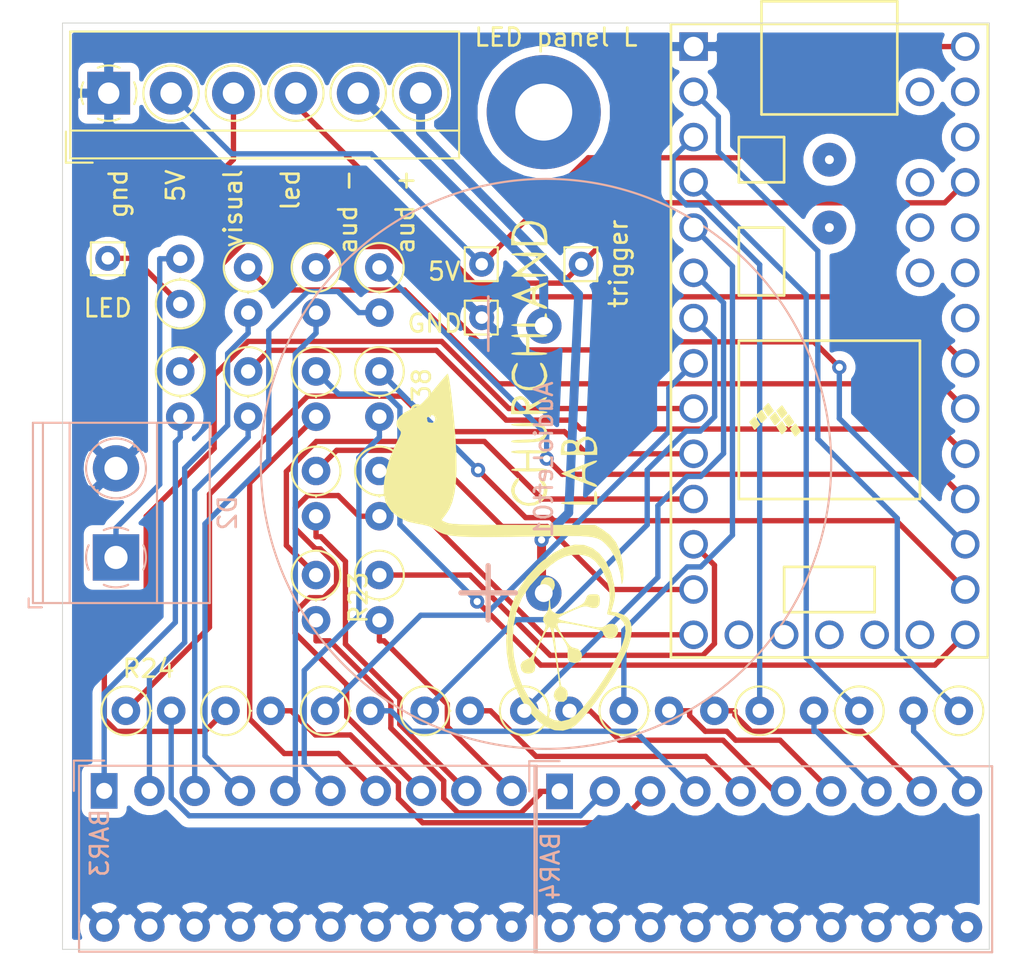
<source format=kicad_pcb>
(kicad_pcb (version 20171130) (host pcbnew 5.1.6)

  (general
    (thickness 1.6)
    (drawings 5)
    (tracks 287)
    (zones 0)
    (modules 33)
    (nets 62)
  )

  (page A4)
  (layers
    (0 F.Cu signal)
    (31 B.Cu signal)
    (32 B.Adhes user)
    (33 F.Adhes user)
    (34 B.Paste user)
    (35 F.Paste user)
    (36 B.SilkS user)
    (37 F.SilkS user)
    (38 B.Mask user)
    (39 F.Mask user)
    (40 Dwgs.User user)
    (41 Cmts.User user)
    (42 Eco1.User user)
    (43 Eco2.User user)
    (44 Edge.Cuts user)
    (45 Margin user)
    (46 B.CrtYd user)
    (47 F.CrtYd user)
    (48 B.Fab user)
    (49 F.Fab user)
  )

  (setup
    (last_trace_width 0.3)
    (trace_clearance 0.2)
    (zone_clearance 0.508)
    (zone_45_only no)
    (trace_min 0.2)
    (via_size 0.8)
    (via_drill 0.4)
    (via_min_size 0.4)
    (via_min_drill 0.3)
    (uvia_size 0.3)
    (uvia_drill 0.1)
    (uvias_allowed no)
    (uvia_min_size 0.2)
    (uvia_min_drill 0.1)
    (edge_width 0.05)
    (segment_width 0.2)
    (pcb_text_width 0.3)
    (pcb_text_size 1.5 1.5)
    (mod_edge_width 0.12)
    (mod_text_size 1 1)
    (mod_text_width 0.15)
    (pad_size 6.4 6.4)
    (pad_drill 3.2)
    (pad_to_mask_clearance 0.051)
    (solder_mask_min_width 0.25)
    (aux_axis_origin 0 0)
    (visible_elements FFFFFF7F)
    (pcbplotparams
      (layerselection 0x010fc_ffffffff)
      (usegerberextensions true)
      (usegerberattributes false)
      (usegerberadvancedattributes true)
      (creategerberjobfile false)
      (excludeedgelayer true)
      (linewidth 0.100000)
      (plotframeref false)
      (viasonmask false)
      (mode 1)
      (useauxorigin false)
      (hpglpennumber 1)
      (hpglpenspeed 20)
      (hpglpendiameter 15.000000)
      (psnegative false)
      (psa4output false)
      (plotreference true)
      (plotvalue false)
      (plotinvisibletext false)
      (padsonsilk false)
      (subtractmaskfromsilk false)
      (outputformat 1)
      (mirror false)
      (drillshape 0)
      (scaleselection 1)
      (outputdirectory "gerber_left/"))
  )

  (net 0 "")
  (net 1 +5V)
  (net 2 GND)
  (net 3 "Net-(BAR3-Pad9)")
  (net 4 "Net-(BAR3-Pad10)")
  (net 5 "Net-(BAR3-Pad8)")
  (net 6 "Net-(BAR3-Pad7)")
  (net 7 "Net-(BAR3-Pad6)")
  (net 8 "Net-(BAR3-Pad5)")
  (net 9 "Net-(BAR3-Pad4)")
  (net 10 "Net-(BAR3-Pad3)")
  (net 11 "Net-(BAR3-Pad2)")
  (net 12 "Net-(BAR3-Pad1)")
  (net 13 "Net-(BAR4-Pad9)")
  (net 14 "Net-(BAR4-Pad10)")
  (net 15 "Net-(BAR4-Pad8)")
  (net 16 "Net-(BAR4-Pad7)")
  (net 17 "Net-(BAR4-Pad6)")
  (net 18 "Net-(BAR4-Pad5)")
  (net 19 "Net-(BAR4-Pad4)")
  (net 20 "Net-(BAR4-Pad3)")
  (net 21 "Net-(BAR4-Pad2)")
  (net 22 "Net-(BAR4-Pad1)")
  (net 23 "Net-(D2-Pad1)")
  (net 24 "Net-(R23-Pad1)")
  (net 25 "Net-(R24-Pad1)")
  (net 26 "Net-(R25-Pad1)")
  (net 27 "Net-(R26-Pad1)")
  (net 28 "Net-(R27-Pad1)")
  (net 29 "Net-(R28-Pad1)")
  (net 30 "Net-(R29-Pad1)")
  (net 31 "Net-(R30-Pad1)")
  (net 32 "Net-(R31-Pad1)")
  (net 33 "Net-(R32-Pad1)")
  (net 34 "Net-(R33-Pad1)")
  (net 35 "Net-(R34-Pad1)")
  (net 36 "Net-(R35-Pad1)")
  (net 37 "Net-(R36-Pad1)")
  (net 38 "Net-(R37-Pad1)")
  (net 39 "Net-(R38-Pad1)")
  (net 40 "Net-(R39-Pad1)")
  (net 41 "Net-(R40-Pad1)")
  (net 42 "Net-(R41-Pad1)")
  (net 43 "Net-(R42-Pad1)")
  (net 44 "Net-(U2-Pad37)")
  (net 45 "Net-(U2-Pad36)")
  (net 46 "Net-(U2-Pad35)")
  (net 47 "Net-(U2-Pad34)")
  (net 48 "Net-(U2-Pad32)")
  (net 49 "Net-(U2-Pad31)")
  (net 50 "Net-(U2-Pad27)")
  (net 51 "Net-(U2-Pad15)")
  (net 52 "Net-(U2-Pad16)")
  (net 53 "Net-(U2-Pad19)")
  (net 54 "Net-(U2-Pad18)")
  (net 55 "Net-(U2-Pad17)")
  (net 56 "Net-(AudioLeft01-Pad2)")
  (net 57 "Net-(AudioLeft01-Pad1)")
  (net 58 "Net-(LeftJ1-Pad3)")
  (net 59 "Net-(LeftJ1-Pad4)")
  (net 60 "Net-(U2-Pad29)")
  (net 61 "Net-(U2-Pad28)")

  (net_class Default "This is the default net class."
    (clearance 0.2)
    (trace_width 0.3)
    (via_dia 0.8)
    (via_drill 0.4)
    (uvia_dia 0.3)
    (uvia_drill 0.1)
    (add_net +5V)
    (add_net GND)
    (add_net "Net-(AudioLeft01-Pad1)")
    (add_net "Net-(AudioLeft01-Pad2)")
    (add_net "Net-(BAR3-Pad1)")
    (add_net "Net-(BAR3-Pad10)")
    (add_net "Net-(BAR3-Pad2)")
    (add_net "Net-(BAR3-Pad3)")
    (add_net "Net-(BAR3-Pad4)")
    (add_net "Net-(BAR3-Pad5)")
    (add_net "Net-(BAR3-Pad6)")
    (add_net "Net-(BAR3-Pad7)")
    (add_net "Net-(BAR3-Pad8)")
    (add_net "Net-(BAR3-Pad9)")
    (add_net "Net-(BAR4-Pad1)")
    (add_net "Net-(BAR4-Pad10)")
    (add_net "Net-(BAR4-Pad2)")
    (add_net "Net-(BAR4-Pad3)")
    (add_net "Net-(BAR4-Pad4)")
    (add_net "Net-(BAR4-Pad5)")
    (add_net "Net-(BAR4-Pad6)")
    (add_net "Net-(BAR4-Pad7)")
    (add_net "Net-(BAR4-Pad8)")
    (add_net "Net-(BAR4-Pad9)")
    (add_net "Net-(D2-Pad1)")
    (add_net "Net-(LeftJ1-Pad3)")
    (add_net "Net-(LeftJ1-Pad4)")
    (add_net "Net-(R23-Pad1)")
    (add_net "Net-(R24-Pad1)")
    (add_net "Net-(R25-Pad1)")
    (add_net "Net-(R26-Pad1)")
    (add_net "Net-(R27-Pad1)")
    (add_net "Net-(R28-Pad1)")
    (add_net "Net-(R29-Pad1)")
    (add_net "Net-(R30-Pad1)")
    (add_net "Net-(R31-Pad1)")
    (add_net "Net-(R32-Pad1)")
    (add_net "Net-(R33-Pad1)")
    (add_net "Net-(R34-Pad1)")
    (add_net "Net-(R35-Pad1)")
    (add_net "Net-(R36-Pad1)")
    (add_net "Net-(R37-Pad1)")
    (add_net "Net-(R38-Pad1)")
    (add_net "Net-(R39-Pad1)")
    (add_net "Net-(R40-Pad1)")
    (add_net "Net-(R41-Pad1)")
    (add_net "Net-(R42-Pad1)")
    (add_net "Net-(U2-Pad15)")
    (add_net "Net-(U2-Pad16)")
    (add_net "Net-(U2-Pad17)")
    (add_net "Net-(U2-Pad18)")
    (add_net "Net-(U2-Pad19)")
    (add_net "Net-(U2-Pad27)")
    (add_net "Net-(U2-Pad28)")
    (add_net "Net-(U2-Pad29)")
    (add_net "Net-(U2-Pad31)")
    (add_net "Net-(U2-Pad32)")
    (add_net "Net-(U2-Pad34)")
    (add_net "Net-(U2-Pad35)")
    (add_net "Net-(U2-Pad36)")
    (add_net "Net-(U2-Pad37)")
  )

  (module lib:bargraph (layer B.Cu) (tedit 5F0E65B2) (tstamp 5E5838F5)
    (at 27.8892 43.1317 270)
    (descr "10-Element Red Bar Graph Array https://docs.broadcom.com/docs/AV02-1798EN")
    (tags "10-Element Red Bar Graph Array")
    (path /5E454DF5)
    (fp_text reference BAR4 (at 4.191 0.508 90) (layer B.SilkS)
      (effects (font (size 1 1) (thickness 0.15)) (justify mirror))
    )
    (fp_text value HDSP-4830_2 (at 2.89 -25.22 90) (layer B.Fab)
      (effects (font (size 1 1) (thickness 0.15)) (justify mirror))
    )
    (fp_text user %R (at 4 -12 90) (layer B.Fab)
      (effects (font (size 1 1) (thickness 0.1)) (justify mirror))
    )
    (fp_line (start 9.03 1.41) (end 9.03 -24.27) (layer B.SilkS) (width 0.12))
    (fp_line (start -1.41 1.41) (end 9.03 1.41) (layer B.SilkS) (width 0.12))
    (fp_line (start -1.41 -24.27) (end -1.41 1.41) (layer B.SilkS) (width 0.12))
    (fp_line (start 9.03 -24.27) (end -1.41 -24.27) (layer B.SilkS) (width 0.12))
    (fp_line (start 0 1.27) (end 8.89 1.27) (layer B.Fab) (width 0.1))
    (fp_line (start -1.27 0) (end -1.27 -24.13) (layer B.Fab) (width 0.1))
    (fp_line (start -1.27 -24.13) (end 8.89 -24.13) (layer B.Fab) (width 0.1))
    (fp_line (start 8.89 1.27) (end 8.89 -24.13) (layer B.Fab) (width 0.1))
    (fp_line (start -1.52 1.52) (end 9.14 1.52) (layer B.CrtYd) (width 0.05))
    (fp_line (start -1.52 1.52) (end -1.52 -24.38) (layer B.CrtYd) (width 0.05))
    (fp_line (start 9.14 -24.38) (end 9.14 1.52) (layer B.CrtYd) (width 0.05))
    (fp_line (start -1.52 -24.38) (end 9.14 -24.38) (layer B.CrtYd) (width 0.05))
    (fp_line (start 0 1.27) (end -1.27 0) (layer B.Fab) (width 0.1))
    (fp_line (start -1.7 1.7) (end -1.7 0) (layer B.SilkS) (width 0.12))
    (fp_line (start 0 1.7) (end -1.7 1.7) (layer B.SilkS) (width 0.12))
    (pad 1 thru_hole rect (at 0 0) (size 1.5 2) (drill 0.9) (layers *.Cu *.Mask)
      (net 22 "Net-(BAR4-Pad1)"))
    (pad 2 thru_hole circle (at 0 -2.54) (size 1.7 1.7) (drill 0.9) (layers *.Cu *.Mask)
      (net 21 "Net-(BAR4-Pad2)"))
    (pad 3 thru_hole circle (at 0 -5.08) (size 1.7 1.7) (drill 0.9) (layers *.Cu *.Mask)
      (net 20 "Net-(BAR4-Pad3)"))
    (pad 4 thru_hole circle (at 0 -7.62) (size 1.7 1.7) (drill 0.9) (layers *.Cu *.Mask)
      (net 19 "Net-(BAR4-Pad4)"))
    (pad 13 thru_hole circle (at 7.62 -17.78) (size 1.7 1.7) (drill 0.9) (layers *.Cu *.Mask)
      (net 2 GND))
    (pad 14 thru_hole circle (at 7.62 -15.24) (size 1.7 1.7) (drill 0.9) (layers *.Cu *.Mask)
      (net 2 GND))
    (pad 15 thru_hole circle (at 7.62 -12.7) (size 1.7 1.7) (drill 0.9) (layers *.Cu *.Mask)
      (net 2 GND))
    (pad 16 thru_hole circle (at 7.62 -10.16) (size 1.7 1.7) (drill 0.9) (layers *.Cu *.Mask)
      (net 2 GND))
    (pad 5 thru_hole circle (at 0 -10.16) (size 1.7 1.7) (drill 0.9) (layers *.Cu *.Mask)
      (net 18 "Net-(BAR4-Pad5)"))
    (pad 6 thru_hole circle (at 0 -12.7) (size 1.7 1.7) (drill 0.9) (layers *.Cu *.Mask)
      (net 17 "Net-(BAR4-Pad6)"))
    (pad 7 thru_hole circle (at 0 -15.24) (size 1.7 1.7) (drill 0.9) (layers *.Cu *.Mask)
      (net 16 "Net-(BAR4-Pad7)"))
    (pad 8 thru_hole circle (at 0 -17.78) (size 1.7 1.7) (drill 0.9) (layers *.Cu *.Mask)
      (net 15 "Net-(BAR4-Pad8)"))
    (pad 12 thru_hole circle (at 7.62 -20.32) (size 1.7 1.7) (drill 0.9) (layers *.Cu *.Mask)
      (net 2 GND))
    (pad 11 thru_hole circle (at 7.62 -22.86) (size 1.7 1.7) (drill 0.7) (layers *.Cu *.Mask)
      (net 2 GND))
    (pad 10 thru_hole circle (at 0 -22.86) (size 1.7 1.7) (drill 0.9) (layers *.Cu *.Mask)
      (net 14 "Net-(BAR4-Pad10)"))
    (pad 9 thru_hole circle (at 0 -20.32) (size 1.7 1.7) (drill 0.9) (layers *.Cu *.Mask)
      (net 13 "Net-(BAR4-Pad9)"))
    (pad 17 thru_hole circle (at 7.62 -7.62) (size 1.7 1.7) (drill 0.9) (layers *.Cu *.Mask)
      (net 2 GND))
    (pad 18 thru_hole circle (at 7.62 -5.08) (size 1.7 1.7) (drill 0.9) (layers *.Cu *.Mask)
      (net 2 GND))
    (pad 19 thru_hole circle (at 7.62 -2.54) (size 1.7 1.7) (drill 0.9) (layers *.Cu *.Mask)
      (net 2 GND))
    (pad 20 thru_hole circle (at 7.62 0) (size 1.7 1.7) (drill 0.9) (layers *.Cu *.Mask)
      (net 2 GND))
    (model ${KISYS3DMOD}/Display.3dshapes/HDSP-4830.wrl
      (at (xyz 0 0 0))
      (scale (xyz 1 1 1))
      (rotate (xyz 0 0 0))
    )
  )

  (module lib:bargraph (layer B.Cu) (tedit 5F0E6582) (tstamp 5F0ED82D)
    (at 2.3368 43.1038 270)
    (descr "10-Element Red Bar Graph Array https://docs.broadcom.com/docs/AV02-1798EN")
    (tags "10-Element Red Bar Graph Array")
    (path /5E454DEF)
    (fp_text reference BAR3 (at 2.921 0.254 90) (layer B.SilkS)
      (effects (font (size 1 1) (thickness 0.15)) (justify mirror))
    )
    (fp_text value HDSP-4830_2 (at 2.89 -25.22 90) (layer B.Fab)
      (effects (font (size 1 1) (thickness 0.15)) (justify mirror))
    )
    (fp_text user %R (at 4 -12 90) (layer B.Fab)
      (effects (font (size 1 1) (thickness 0.1)) (justify mirror))
    )
    (fp_line (start 9.03 1.41) (end 9.03 -24.27) (layer B.SilkS) (width 0.12))
    (fp_line (start -1.41 1.41) (end 9.03 1.41) (layer B.SilkS) (width 0.12))
    (fp_line (start -1.41 -24.27) (end -1.41 1.41) (layer B.SilkS) (width 0.12))
    (fp_line (start 9.03 -24.27) (end -1.41 -24.27) (layer B.SilkS) (width 0.12))
    (fp_line (start 0 1.27) (end 8.89 1.27) (layer B.Fab) (width 0.1))
    (fp_line (start -1.27 0) (end -1.27 -24.13) (layer B.Fab) (width 0.1))
    (fp_line (start -1.27 -24.13) (end 8.89 -24.13) (layer B.Fab) (width 0.1))
    (fp_line (start 8.89 1.27) (end 8.89 -24.13) (layer B.Fab) (width 0.1))
    (fp_line (start -1.52 1.52) (end 9.14 1.52) (layer B.CrtYd) (width 0.05))
    (fp_line (start -1.52 1.52) (end -1.52 -24.38) (layer B.CrtYd) (width 0.05))
    (fp_line (start 9.14 -24.38) (end 9.14 1.52) (layer B.CrtYd) (width 0.05))
    (fp_line (start -1.52 -24.38) (end 9.14 -24.38) (layer B.CrtYd) (width 0.05))
    (fp_line (start 0 1.27) (end -1.27 0) (layer B.Fab) (width 0.1))
    (fp_line (start -1.7 1.7) (end -1.7 0) (layer B.SilkS) (width 0.12))
    (fp_line (start 0 1.7) (end -1.7 1.7) (layer B.SilkS) (width 0.12))
    (pad 1 thru_hole rect (at 0 0) (size 1.5 2) (drill 0.9) (layers *.Cu *.Mask)
      (net 12 "Net-(BAR3-Pad1)"))
    (pad 2 thru_hole circle (at 0 -2.54) (size 1.7 1.7) (drill 0.9) (layers *.Cu *.Mask)
      (net 11 "Net-(BAR3-Pad2)"))
    (pad 3 thru_hole circle (at 0 -5.08) (size 1.7 1.7) (drill 0.9) (layers *.Cu *.Mask)
      (net 10 "Net-(BAR3-Pad3)"))
    (pad 4 thru_hole circle (at 0 -7.62) (size 1.7 1.7) (drill 0.9) (layers *.Cu *.Mask)
      (net 9 "Net-(BAR3-Pad4)"))
    (pad 13 thru_hole circle (at 7.62 -17.78) (size 1.7 1.7) (drill 0.9) (layers *.Cu *.Mask)
      (net 2 GND))
    (pad 14 thru_hole circle (at 7.62 -15.24) (size 1.7 1.7) (drill 0.9) (layers *.Cu *.Mask)
      (net 2 GND))
    (pad 15 thru_hole circle (at 7.62 -12.7) (size 1.7 1.7) (drill 0.9) (layers *.Cu *.Mask)
      (net 2 GND))
    (pad 16 thru_hole circle (at 7.62 -10.16) (size 1.7 1.7) (drill 0.9) (layers *.Cu *.Mask)
      (net 2 GND))
    (pad 5 thru_hole circle (at 0 -10.16) (size 1.7 1.7) (drill 0.9) (layers *.Cu *.Mask)
      (net 8 "Net-(BAR3-Pad5)"))
    (pad 6 thru_hole circle (at 0 -12.7) (size 1.7 1.7) (drill 0.9) (layers *.Cu *.Mask)
      (net 7 "Net-(BAR3-Pad6)"))
    (pad 7 thru_hole circle (at 0 -15.24) (size 1.7 1.7) (drill 0.9) (layers *.Cu *.Mask)
      (net 6 "Net-(BAR3-Pad7)"))
    (pad 8 thru_hole circle (at 0 -17.78) (size 1.7 1.7) (drill 0.9) (layers *.Cu *.Mask)
      (net 5 "Net-(BAR3-Pad8)"))
    (pad 12 thru_hole circle (at 7.62 -20.32) (size 1.7 1.7) (drill 0.9) (layers *.Cu *.Mask)
      (net 2 GND))
    (pad 11 thru_hole circle (at 7.62 -22.86) (size 1.7 1.7) (drill 0.7) (layers *.Cu *.Mask)
      (net 2 GND))
    (pad 10 thru_hole circle (at 0 -22.86) (size 1.7 1.7) (drill 0.9) (layers *.Cu *.Mask)
      (net 4 "Net-(BAR3-Pad10)"))
    (pad 9 thru_hole circle (at 0 -20.32) (size 1.7 1.7) (drill 0.9) (layers *.Cu *.Mask)
      (net 3 "Net-(BAR3-Pad9)"))
    (pad 17 thru_hole circle (at 7.62 -7.62) (size 1.7 1.7) (drill 0.9) (layers *.Cu *.Mask)
      (net 2 GND))
    (pad 18 thru_hole circle (at 7.62 -5.08) (size 1.7 1.7) (drill 0.9) (layers *.Cu *.Mask)
      (net 2 GND))
    (pad 19 thru_hole circle (at 7.62 -2.54) (size 1.7 1.7) (drill 0.9) (layers *.Cu *.Mask)
      (net 2 GND))
    (pad 20 thru_hole circle (at 7.62 0) (size 1.7 1.7) (drill 0.9) (layers *.Cu *.Mask)
      (net 2 GND))
    (model ${KISYS3DMOD}/Display.3dshapes/HDSP-4830.wrl
      (at (xyz 0 0 0))
      (scale (xyz 1 1 1))
      (rotate (xyz 0 0 0))
    )
  )

  (module MountingHole:MountingHole_3.2mm_M3_Pad (layer F.Cu) (tedit 56D1B4CB) (tstamp 5F0E3EC0)
    (at 27 5)
    (descr "Mounting Hole 3.2mm, M3")
    (tags "mounting hole 3.2mm m3")
    (attr virtual)
    (fp_text reference "LED panel L" (at 0.686 -4.2) (layer F.SilkS)
      (effects (font (size 1 1) (thickness 0.15)))
    )
    (fp_text value MountingHole_3.2mm_M3_Pad (at 0 4.2) (layer F.Fab)
      (effects (font (size 1 1) (thickness 0.15)))
    )
    (fp_circle (center 0 0) (end 3.45 0) (layer F.CrtYd) (width 0.05))
    (fp_circle (center 0 0) (end 3.2 0) (layer Cmts.User) (width 0.15))
    (fp_text user %R (at 0.3 0) (layer F.Fab)
      (effects (font (size 1 1) (thickness 0.15)))
    )
    (pad 1 thru_hole circle (at 0 0) (size 6.4 6.4) (drill 3.2) (layers *.Cu *.Mask))
  )

  (module lib:churchland_lab_logo (layer F.Cu) (tedit 0) (tstamp 5F0ECE44)
    (at 25 25 90)
    (fp_text reference G2 (at 0 0 270) (layer F.SilkS) hide
      (effects (font (size 1.524 1.524) (thickness 0.3)))
    )
    (fp_text value LOGO (at 0.75 0 270) (layer F.SilkS) hide
      (effects (font (size 1.524 1.524) (thickness 0.3)))
    )
    (fp_poly (pts (xy -8.671774 -0.036213) (xy -7.737099 0.173306) (xy -6.885511 0.528883) (xy -6.112209 1.032686)
      (xy -5.412394 1.686887) (xy -5.202082 1.929693) (xy -4.734385 2.574509) (xy -4.427623 3.178851)
      (xy -4.282028 3.740974) (xy -4.297833 4.259133) (xy -4.475271 4.731582) (xy -4.776684 5.119598)
      (xy -5.265564 5.505335) (xy -5.85608 5.779621) (xy -6.511445 5.942817) (xy -6.871972 5.993314)
      (xy -7.150233 5.9962) (xy -7.427146 5.949079) (xy -7.571103 5.911414) (xy -8.044884 5.779544)
      (xy -8.100562 6.127739) (xy -8.225389 6.485542) (xy -8.389608 6.7093) (xy -8.676848 6.887436)
      (xy -9.063251 6.942414) (xy -9.555097 6.874347) (xy -10.008046 6.738717) (xy -10.453207 6.55345)
      (xy -10.964682 6.294004) (xy -11.518614 5.977072) (xy -12.091148 5.619349) (xy -12.658428 5.237526)
      (xy -13.196598 4.848297) (xy -13.681802 4.468355) (xy -14.090186 4.114393) (xy -14.397893 3.803104)
      (xy -14.581067 3.551181) (xy -14.5906 3.532053) (xy -14.721404 3.072496) (xy -14.717112 3.004232)
      (xy -14.196862 3.004232) (xy -14.094664 3.419571) (xy -13.824797 3.818999) (xy -13.824245 3.81961)
      (xy -13.463246 4.169968) (xy -12.984074 4.563685) (xy -12.423724 4.976317) (xy -11.819188 5.383422)
      (xy -11.207462 5.760556) (xy -10.625539 6.083278) (xy -10.110414 6.327144) (xy -9.91355 6.403485)
      (xy -9.472635 6.539941) (xy -9.135514 6.593116) (xy -8.859997 6.565535) (xy -8.640975 6.479572)
      (xy -8.428654 6.288489) (xy -8.273881 5.997612) (xy -8.212689 5.675106) (xy -8.212666 5.669304)
      (xy -8.199563 5.587562) (xy -8.133593 5.562984) (xy -7.974765 5.593553) (xy -7.783627 5.647647)
      (xy -7.284766 5.715871) (xy -6.733871 5.662991) (xy -6.17915 5.504376) (xy -5.668814 5.255396)
      (xy -5.25107 4.93142) (xy -5.13596 4.803533) (xy -4.97014 4.556763) (xy -4.880836 4.292929)
      (xy -4.84284 3.985521) (xy -4.851461 3.575931) (xy -4.948253 3.18496) (xy -5.14677 2.785738)
      (xy -5.460562 2.351395) (xy -5.903183 1.855062) (xy -5.933206 1.82369) (xy -6.591837 1.222191)
      (xy -7.274529 0.775638) (xy -8.007685 0.472898) (xy -8.817709 0.30284) (xy -9.656245 0.254)
      (xy -10.54796 0.318401) (xy -11.410958 0.504097) (xy -12.214347 0.799826) (xy -12.927235 1.194326)
      (xy -13.496084 1.653838) (xy -13.897707 2.122255) (xy -14.131254 2.57209) (xy -14.196862 3.004232)
      (xy -14.717112 3.004232) (xy -14.691759 2.601095) (xy -14.508939 2.12929) (xy -14.180221 1.668521)
      (xy -13.712879 1.230231) (xy -13.114189 0.82586) (xy -12.744064 0.628198) (xy -11.931426 0.275817)
      (xy -11.154924 0.046763) (xy -10.352743 -0.07376) (xy -9.694333 -0.101846) (xy -8.671774 -0.036213)) (layer F.SilkS) (width 0.01))
    (fp_poly (pts (xy -0.78946 -6.960627) (xy -0.132302 -6.848913) (xy 0.563868 -6.641817) (xy 1.269788 -6.344958)
      (xy 1.499941 -6.22823) (xy 1.776766 -6.084945) (xy 1.946362 -6.015067) (xy 2.050253 -6.011091)
      (xy 2.129965 -6.065516) (xy 2.16923 -6.107304) (xy 2.39304 -6.256037) (xy 2.637787 -6.251513)
      (xy 2.885816 -6.105348) (xy 3.119468 -5.829162) (xy 3.321088 -5.434572) (xy 3.363468 -5.321497)
      (xy 3.440423 -5.132249) (xy 3.541331 -4.963923) (xy 3.691488 -4.788561) (xy 3.916189 -4.578204)
      (xy 4.240729 -4.304894) (xy 4.402667 -4.172897) (xy 4.730825 -3.903764) (xy 5.008008 -3.67072)
      (xy 5.209201 -3.495226) (xy 5.309391 -3.398743) (xy 5.315707 -3.389532) (xy 5.245316 -3.358207)
      (xy 5.035475 -3.314237) (xy 4.715149 -3.262593) (xy 4.313303 -3.208242) (xy 4.130374 -3.186174)
      (xy 2.860265 -3.049686) (xy 1.744143 -2.95528) (xy 0.771845 -2.903458) (xy -0.066793 -2.894725)
      (xy -0.781933 -2.929583) (xy -1.383737 -3.008535) (xy -1.882369 -3.132085) (xy -2.287991 -3.300735)
      (xy -2.610767 -3.51499) (xy -2.617043 -3.520244) (xy -2.785923 -3.653298) (xy -2.894804 -3.722536)
      (xy -2.905489 -3.725333) (xy -2.958997 -3.653816) (xy -3.03762 -3.475492) (xy -3.0626 -3.407833)
      (xy -3.090319 -3.292295) (xy -3.113436 -3.107264) (xy -3.13229 -2.839767) (xy -3.147221 -2.476827)
      (xy -3.158569 -2.00547) (xy -3.166671 -1.412719) (xy -3.171869 -0.6856) (xy -3.174502 0.188862)
      (xy -3.175 0.889) (xy -3.175 4.868333) (xy -3.407749 5.264267) (xy -3.739909 5.715486)
      (xy -4.147802 6.050933) (xy -4.65329 6.282362) (xy -5.278237 6.421528) (xy -5.630333 6.459262)
      (xy -5.943957 6.470055) (xy -6.218552 6.456341) (xy -6.35 6.432826) (xy -6.487006 6.386335)
      (xy -6.472634 6.36685) (xy -6.307666 6.358708) (xy -5.889107 6.300233) (xy -5.4187 6.164795)
      (xy -4.960664 5.976541) (xy -4.579221 5.759619) (xy -4.451591 5.66078) (xy -4.267068 5.493093)
      (xy -4.119075 5.335719) (xy -4.003954 5.168467) (xy -3.918053 4.971147) (xy -3.857715 4.723569)
      (xy -3.819286 4.405544) (xy -3.79911 3.996881) (xy -3.793533 3.477392) (xy -3.7989 2.826886)
      (xy -3.81 2.116667) (xy -3.828152 1.008748) (xy -3.841677 0.056377) (xy -3.8497 -0.75419)
      (xy -3.851345 -1.436697) (xy -3.845737 -2.004889) (xy -3.832002 -2.472509) (xy -3.809263 -2.853301)
      (xy -3.776646 -3.16101) (xy -3.733276 -3.409378) (xy -3.678277 -3.612152) (xy -3.610774 -3.783073)
      (xy -3.529893 -3.935887) (xy -3.434757 -4.084337) (xy -3.413133 -4.115885) (xy -3.348359 -4.241327)
      (xy 2.554052 -4.241327) (xy 2.655483 -4.104621) (xy 2.814788 -4.079229) (xy 2.966115 -4.152318)
      (xy 3.005667 -4.318) (xy 2.959133 -4.492415) (xy 2.814788 -4.556772) (xy 2.636192 -4.526019)
      (xy 2.572897 -4.450938) (xy 2.554052 -4.241327) (xy -3.348359 -4.241327) (xy -3.242676 -4.445991)
      (xy -3.141925 -4.862652) (xy -3.123004 -5.007979) (xy -2.992754 -5.607075) (xy -2.753677 -6.123825)
      (xy -2.421385 -6.534966) (xy -2.011491 -6.817237) (xy -1.869708 -6.875426) (xy -1.378349 -6.971338)
      (xy -0.78946 -6.960627)) (layer F.SilkS) (width 0.01))
    (fp_poly (pts (xy -1.909131 3.044292) (xy -1.881175 3.272745) (xy -1.865432 3.627055) (xy -1.862666 3.894667)
      (xy -1.862666 4.826) (xy -1.566333 4.826) (xy -1.370466 4.847265) (xy -1.272559 4.899555)
      (xy -1.27 4.910667) (xy -1.345674 4.96116) (xy -1.537138 4.991448) (xy -1.651 4.995333)
      (xy -2.032 4.995333) (xy -2.032 3.979333) (xy -2.025221 3.53335) (xy -2.005961 3.203381)
      (xy -1.975833 3.00879) (xy -1.947333 2.963333) (xy -1.909131 3.044292)) (layer F.SilkS) (width 0.01))
    (fp_poly (pts (xy -0.287793 2.985984) (xy -0.245585 3.073898) (xy -0.162338 3.277142) (xy -0.055834 3.552258)
      (xy -0.052672 3.560622) (xy 0.0874 3.927909) (xy 0.235424 4.310814) (xy 0.329525 4.550833)
      (xy 0.415636 4.804613) (xy 0.438933 4.961159) (xy 0.415287 4.995333) (xy 0.33184 4.923745)
      (xy 0.229328 4.74389) (xy 0.192013 4.656667) (xy 0.095631 4.44366) (xy -0.012995 4.34605)
      (xy -0.199687 4.319057) (xy -0.305778 4.318) (xy -0.537386 4.328317) (xy -0.660731 4.388794)
      (xy -0.736781 4.543717) (xy -0.772003 4.656667) (xy -0.859315 4.86671) (xy -0.955957 4.985449)
      (xy -0.985833 4.995333) (xy -1.036693 4.955764) (xy -1.017763 4.819383) (xy -0.92522 4.559681)
      (xy -0.921713 4.550833) (xy -0.796021 4.228944) (xy -0.765283 4.148667) (xy -0.579044 4.148667)
      (xy 0.002273 4.148667) (xy -0.12857 3.835515) (xy -0.217241 3.631634) (xy -0.277409 3.50841)
      (xy -0.285839 3.495938) (xy -0.329222 3.549668) (xy -0.407654 3.716031) (xy -0.445655 3.809089)
      (xy -0.579044 4.148667) (xy -0.765283 4.148667) (xy -0.647567 3.841235) (xy -0.530976 3.531695)
      (xy -0.423598 3.257108) (xy -0.337891 3.062627) (xy -0.290403 2.985379) (xy -0.287793 2.985984)) (layer F.SilkS) (width 0.01))
    (fp_poly (pts (xy 1.346424 3.006517) (xy 1.537224 3.143266) (xy 1.607638 3.384374) (xy 1.608667 3.426982)
      (xy 1.584239 3.638127) (xy 1.524719 3.766349) (xy 1.517627 3.771606) (xy 1.499272 3.863717)
      (xy 1.602293 3.991567) (xy 1.763037 4.233653) (xy 1.78127 4.491655) (xy 1.675394 4.728752)
      (xy 1.463811 4.908122) (xy 1.164922 4.992944) (xy 1.100667 4.995333) (xy 0.762 4.995333)
      (xy 0.762 4.402667) (xy 0.931334 4.402667) (xy 0.937357 4.653415) (xy 0.971704 4.77847)
      (xy 1.058787 4.821429) (xy 1.1684 4.826) (xy 1.37995 4.791691) (xy 1.507067 4.7244)
      (xy 1.609464 4.522204) (xy 1.582793 4.299356) (xy 1.451883 4.105837) (xy 1.241561 3.991629)
      (xy 1.136953 3.979333) (xy 1.014825 3.993938) (xy 0.953894 4.066542) (xy 0.933183 4.240334)
      (xy 0.931334 4.402667) (xy 0.762 4.402667) (xy 0.762 3.465709) (xy 0.931334 3.465709)
      (xy 0.969799 3.71792) (xy 1.085677 3.819637) (xy 1.279694 3.771339) (xy 1.34028 3.736016)
      (xy 1.415301 3.603992) (xy 1.424947 3.419813) (xy 1.368704 3.233673) (xy 1.223373 3.157106)
      (xy 1.164167 3.148209) (xy 1.015958 3.144242) (xy 0.949288 3.207711) (xy 0.931817 3.382717)
      (xy 0.931334 3.465709) (xy 0.762 3.465709) (xy 0.762 2.963333) (xy 1.021566 2.963333)
      (xy 1.346424 3.006517)) (layer F.SilkS) (width 0.01))
    (fp_poly (pts (xy -1.011667 0.2088) (xy -0.798102 0.30651) (xy -0.627352 0.431429) (xy -0.547221 0.552523)
      (xy -0.555444 0.600936) (xy -0.64639 0.609282) (xy -0.802889 0.52383) (xy -0.821669 0.50949)
      (xy -1.113072 0.360195) (xy -1.397563 0.379241) (xy -1.680388 0.567084) (xy -1.699846 0.586154)
      (xy -1.877874 0.814911) (xy -1.943473 1.070896) (xy -1.947333 1.185333) (xy -1.911635 1.474018)
      (xy -1.777659 1.701214) (xy -1.699846 1.784513) (xy -1.416943 1.983943) (xy -1.132734 2.014545)
      (xy -0.841972 1.876775) (xy -0.821669 1.861176) (xy -0.661569 1.766598) (xy -0.560441 1.763557)
      (xy -0.555444 1.76973) (xy -0.573916 1.87767) (xy -0.706362 2.004597) (xy -0.904979 2.119479)
      (xy -1.121967 2.19128) (xy -1.220246 2.201333) (xy -1.476739 2.158602) (xy -1.674978 2.069194)
      (xy -1.932236 1.804577) (xy -2.072316 1.480151) (xy -2.103511 1.130563) (xy -2.034115 0.790459)
      (xy -1.872418 0.494486) (xy -1.626715 0.277289) (xy -1.305298 0.173515) (xy -1.220246 0.169333)
      (xy -1.011667 0.2088)) (layer F.SilkS) (width 0.01))
    (fp_poly (pts (xy 0.968499 0.250677) (xy 0.995996 0.4818) (xy 1.012212 0.843339) (xy 1.016 1.185333)
      (xy 1.009222 1.631317) (xy 0.989961 1.961285) (xy 0.959833 2.155876) (xy 0.931334 2.201333)
      (xy 0.886235 2.124214) (xy 0.85566 1.922751) (xy 0.846667 1.693333) (xy 0.846667 1.185333)
      (xy 0 1.185333) (xy 0 1.693333) (xy -0.012853 1.963923) (xy -0.04643 2.147374)
      (xy -0.084666 2.201333) (xy -0.121832 2.119989) (xy -0.149329 1.888867) (xy -0.165545 1.527327)
      (xy -0.169333 1.185333) (xy -0.162555 0.73935) (xy -0.143294 0.409381) (xy -0.113166 0.21479)
      (xy -0.084666 0.169333) (xy -0.036369 0.24548) (xy -0.005714 0.440175) (xy 0 0.592667)
      (xy 0 1.016) (xy 0.846667 1.016) (xy 0.846667 0.592667) (xy 0.861896 0.351179)
      (xy 0.900835 0.197902) (xy 0.931334 0.169333) (xy 0.968499 0.250677)) (layer F.SilkS) (width 0.01))
    (fp_poly (pts (xy 2.494665 0.249828) (xy 2.523102 0.47505) (xy 2.538203 0.820603) (xy 2.54 1.016)
      (xy 2.535768 1.415561) (xy 2.518911 1.68334) (xy 2.483193 1.856767) (xy 2.422373 1.973274)
      (xy 2.370667 2.032) (xy 2.124648 2.178364) (xy 1.86342 2.171324) (xy 1.645714 2.026158)
      (xy 1.5671 1.905054) (xy 1.513571 1.724316) (xy 1.47835 1.448139) (xy 1.45466 1.040721)
      (xy 1.453411 1.010158) (xy 1.443794 0.579096) (xy 1.456665 0.305876) (xy 1.492754 0.18041)
      (xy 1.514153 0.169333) (xy 1.566359 0.252863) (xy 1.597999 0.501312) (xy 1.608667 0.911471)
      (xy 1.608667 0.912494) (xy 1.631045 1.409968) (xy 1.700899 1.754875) (xy 1.822311 1.958325)
      (xy 1.999362 2.03143) (xy 2.019868 2.032) (xy 2.170284 2.005145) (xy 2.271997 1.907763)
      (xy 2.333572 1.714633) (xy 2.363576 1.400528) (xy 2.370667 0.999067) (xy 2.37887 0.611278)
      (xy 2.401777 0.331634) (xy 2.436836 0.185153) (xy 2.455334 0.169333) (xy 2.494665 0.249828)) (layer F.SilkS) (width 0.01))
    (fp_poly (pts (xy 3.75876 0.224957) (xy 3.976888 0.387871) (xy 4.062904 0.652142) (xy 4.064 0.692044)
      (xy 4.003796 0.905544) (xy 3.858674 1.090737) (xy 3.681874 1.183387) (xy 3.655167 1.185333)
      (xy 3.585729 1.194924) (xy 3.569093 1.243896) (xy 3.614384 1.362554) (xy 3.730723 1.5812)
      (xy 3.82486 1.748958) (xy 3.960809 2.016275) (xy 4.003396 2.158125) (xy 3.966622 2.179982)
      (xy 3.864493 2.087322) (xy 3.711013 1.885619) (xy 3.557752 1.644528) (xy 3.259667 1.143)
      (xy 3.23446 1.672167) (xy 3.209256 2.004104) (xy 3.176114 2.178871) (xy 3.139518 2.208173)
      (xy 3.103952 2.103717) (xy 3.073899 1.877208) (xy 3.053843 1.540353) (xy 3.048 1.185333)
      (xy 3.048 0.677333) (xy 3.217334 0.677333) (xy 3.225044 0.897746) (xy 3.272559 0.993149)
      (xy 3.396456 1.007833) (xy 3.483962 1.000198) (xy 3.701401 0.937018) (xy 3.843362 0.8255)
      (xy 3.886237 0.632214) (xy 3.78525 0.46836) (xy 3.565827 0.367262) (xy 3.483962 0.354469)
      (xy 3.315176 0.347777) (xy 3.238765 0.402439) (xy 3.218152 0.562746) (xy 3.217334 0.677333)
      (xy 3.048 0.677333) (xy 3.048 0.169333) (xy 3.415878 0.169333) (xy 3.75876 0.224957)) (layer F.SilkS) (width 0.01))
    (fp_poly (pts (xy 5.761569 0.343877) (xy 5.799534 0.3704) (xy 5.920127 0.487834) (xy 5.902632 0.544209)
      (xy 5.770586 0.528965) (xy 5.601012 0.459467) (xy 5.304416 0.376517) (xy 5.007343 0.396899)
      (xy 4.775753 0.513833) (xy 4.743627 0.54757) (xy 4.596886 0.832878) (xy 4.549524 1.1738)
      (xy 4.597135 1.513198) (xy 4.735311 1.793935) (xy 4.848129 1.902504) (xy 5.126768 2.019524)
      (xy 5.433037 1.984999) (xy 5.618845 1.904478) (xy 5.814025 1.80762) (xy 5.902578 1.786735)
      (xy 5.926081 1.835884) (xy 5.926667 1.860492) (xy 5.852982 1.963851) (xy 5.670001 2.072439)
      (xy 5.434837 2.160142) (xy 5.204601 2.200846) (xy 5.181235 2.201333) (xy 4.9302 2.138205)
      (xy 4.718212 2.000056) (xy 4.495492 1.698589) (xy 4.390417 1.34637) (xy 4.396075 0.9825)
      (xy 4.505556 0.64608) (xy 4.711951 0.376208) (xy 5.00835 0.211986) (xy 5.035513 0.204642)
      (xy 5.405041 0.195628) (xy 5.761569 0.343877)) (layer F.SilkS) (width 0.01))
    (fp_poly (pts (xy 7.487832 0.250677) (xy 7.51533 0.4818) (xy 7.531545 0.843339) (xy 7.535334 1.185333)
      (xy 7.528555 1.631317) (xy 7.509295 1.961285) (xy 7.479166 2.155876) (xy 7.450667 2.201333)
      (xy 7.405569 2.124214) (xy 7.374993 1.922751) (xy 7.366 1.693333) (xy 7.366 1.185333)
      (xy 6.519334 1.185333) (xy 6.519334 1.693333) (xy 6.50648 1.963923) (xy 6.472903 2.147374)
      (xy 6.434667 2.201333) (xy 6.397502 2.119989) (xy 6.370004 1.888867) (xy 6.353788 1.527327)
      (xy 6.35 1.185333) (xy 6.356779 0.73935) (xy 6.376039 0.409381) (xy 6.406167 0.21479)
      (xy 6.434667 0.169333) (xy 6.482964 0.24548) (xy 6.51362 0.440175) (xy 6.519334 0.592667)
      (xy 6.519334 1.016) (xy 7.366 1.016) (xy 7.366 0.592667) (xy 7.38123 0.351179)
      (xy 7.420169 0.197902) (xy 7.450667 0.169333) (xy 7.487832 0.250677)) (layer F.SilkS) (width 0.01))
    (fp_poly (pts (xy 8.081536 0.250292) (xy 8.109492 0.478745) (xy 8.125235 0.833055) (xy 8.128 1.100667)
      (xy 8.128 2.032) (xy 8.424334 2.032) (xy 8.620201 2.053265) (xy 8.718107 2.105555)
      (xy 8.720667 2.116667) (xy 8.644993 2.16716) (xy 8.453529 2.197448) (xy 8.339667 2.201333)
      (xy 7.958667 2.201333) (xy 7.958667 1.185333) (xy 7.965445 0.73935) (xy 7.984706 0.409381)
      (xy 8.014834 0.21479) (xy 8.043334 0.169333) (xy 8.081536 0.250292)) (layer F.SilkS) (width 0.01))
    (fp_poly (pts (xy 9.702873 0.191984) (xy 9.745082 0.279898) (xy 9.828329 0.483142) (xy 9.934832 0.758258)
      (xy 9.937995 0.766622) (xy 10.078066 1.133909) (xy 10.226091 1.516814) (xy 10.320192 1.756833)
      (xy 10.406303 2.010613) (xy 10.4296 2.167159) (xy 10.405954 2.201333) (xy 10.322506 2.129745)
      (xy 10.219995 1.94989) (xy 10.182679 1.862667) (xy 10.086298 1.64966) (xy 9.977672 1.55205)
      (xy 9.79098 1.525057) (xy 9.684889 1.524) (xy 9.45328 1.534317) (xy 9.329935 1.594794)
      (xy 9.253886 1.749717) (xy 9.218664 1.862667) (xy 9.131352 2.07271) (xy 9.03471 2.191449)
      (xy 9.004834 2.201333) (xy 8.953974 2.161764) (xy 8.972903 2.025383) (xy 9.065447 1.765681)
      (xy 9.068953 1.756833) (xy 9.194646 1.434944) (xy 9.225383 1.354667) (xy 9.411622 1.354667)
      (xy 9.992939 1.354667) (xy 9.862096 1.041515) (xy 9.773425 0.837634) (xy 9.713258 0.71441)
      (xy 9.704828 0.701938) (xy 9.661445 0.755668) (xy 9.583013 0.922031) (xy 9.545012 1.015089)
      (xy 9.411622 1.354667) (xy 9.225383 1.354667) (xy 9.343099 1.047235) (xy 9.459691 0.737695)
      (xy 9.567069 0.463108) (xy 9.652775 0.268627) (xy 9.700264 0.191379) (xy 9.702873 0.191984)) (layer F.SilkS) (width 0.01))
    (fp_poly (pts (xy 10.850163 0.234627) (xy 10.984703 0.411705) (xy 11.172789 0.672362) (xy 11.361533 0.941968)
      (xy 11.895667 1.714602) (xy 11.920011 0.941968) (xy 11.942074 0.526835) (xy 11.973669 0.274092)
      (xy 12.010015 0.1774) (xy 12.04633 0.230421) (xy 12.077836 0.426816) (xy 12.09975 0.760248)
      (xy 12.107334 1.19033) (xy 12.10212 1.578715) (xy 12.087906 1.892055) (xy 12.066828 2.099477)
      (xy 12.041024 2.170107) (xy 12.039554 2.169437) (xy 11.965467 2.085154) (xy 11.821705 1.892828)
      (xy 11.632403 1.625385) (xy 11.510388 1.447549) (xy 11.306992 1.156555) (xy 11.135321 0.927138)
      (xy 11.018974 0.789998) (xy 10.9855 0.764776) (xy 10.956816 0.84163) (xy 10.934873 1.049116)
      (xy 10.923097 1.348566) (xy 10.922 1.481667) (xy 10.912636 1.832141) (xy 10.886883 2.080332)
      (xy 10.848246 2.196434) (xy 10.837334 2.201333) (xy 10.800168 2.119989) (xy 10.772671 1.888867)
      (xy 10.756455 1.527327) (xy 10.752667 1.185333) (xy 10.75558 0.793103) (xy 10.763517 0.471221)
      (xy 10.775275 0.252409) (xy 10.789651 0.169386) (xy 10.790033 0.169333) (xy 10.850163 0.234627)) (layer F.SilkS) (width 0.01))
    (fp_poly (pts (xy 13.280429 0.228229) (xy 13.597204 0.394191) (xy 13.784183 0.632634) (xy 13.87519 0.977142)
      (xy 13.870936 1.351815) (xy 13.782416 1.705338) (xy 13.620629 1.986398) (xy 13.46669 2.114157)
      (xy 13.283058 2.167988) (xy 13.017535 2.198637) (xy 12.917233 2.201333) (xy 12.530667 2.201333)
      (xy 12.530667 1.196481) (xy 12.7 1.196481) (xy 12.7 2.054296) (xy 13.058968 2.006148)
      (xy 13.37577 1.91544) (xy 13.566968 1.773954) (xy 13.680318 1.521013) (xy 13.711209 1.189372)
      (xy 13.658007 0.84913) (xy 13.592391 0.68389) (xy 13.40259 0.464209) (xy 13.106858 0.355896)
      (xy 12.8905 0.339823) (xy 12.804464 0.346958) (xy 12.74922 0.390042) (xy 12.717955 0.499705)
      (xy 12.70386 0.706575) (xy 12.700122 1.041282) (xy 12.7 1.196481) (xy 12.530667 1.196481)
      (xy 12.530667 0.169333) (xy 12.873538 0.169333) (xy 13.280429 0.228229)) (layer F.SilkS) (width 0.01))
    (fp_poly (pts (xy -10.850764 0.807822) (xy -10.718942 1.069088) (xy -10.664842 1.188125) (xy -10.562991 1.298488)
      (xy -10.385873 1.419131) (xy -10.105973 1.56901) (xy -9.727564 1.752076) (xy -9.329044 1.936359)
      (xy -9.054427 2.05107) (xy -8.877202 2.104417) (xy -8.770861 2.104609) (xy -8.713755 2.066005)
      (xy -8.531132 1.956576) (xy -8.318318 1.997745) (xy -8.170333 2.116667) (xy -7.994147 2.226063)
      (xy -7.74239 2.285255) (xy -7.463213 2.29633) (xy -7.204768 2.261374) (xy -7.015206 2.182474)
      (xy -6.942666 2.06346) (xy -6.873372 1.942871) (xy -6.734468 1.848841) (xy -6.541794 1.79979)
      (xy -6.355083 1.867302) (xy -6.311135 1.894942) (xy -6.132988 2.071299) (xy -6.111889 2.281941)
      (xy -6.183645 2.460899) (xy -6.335209 2.587851) (xy -6.556034 2.622493) (xy -6.772417 2.563259)
      (xy -6.874366 2.475582) (xy -6.973888 2.390388) (xy -7.137725 2.35182) (xy -7.411971 2.350959)
      (xy -7.496431 2.355208) (xy -7.785646 2.378513) (xy -7.954476 2.421631) (xy -8.051862 2.505956)
      (xy -8.114811 2.625531) (xy -8.159567 2.756256) (xy -8.163058 2.892998) (xy -8.116691 3.076357)
      (xy -8.011871 3.346935) (xy -7.913379 3.577173) (xy -7.756593 3.923427) (xy -7.634706 4.144624)
      (xy -7.52324 4.27429) (xy -7.397717 4.345948) (xy -7.337333 4.366101) (xy -7.163538 4.435545)
      (xy -7.087418 4.545727) (xy -7.069733 4.757865) (xy -7.069666 4.783667) (xy -7.079512 5.001514)
      (xy -7.139113 5.102801) (xy -7.293568 5.140238) (xy -7.381629 5.148281) (xy -7.66084 5.115848)
      (xy -7.816394 4.97279) (xy -7.837547 4.734675) (xy -7.785586 4.562953) (xy -7.741766 4.422251)
      (xy -7.742039 4.275045) (xy -7.794998 4.077369) (xy -7.90923 3.785255) (xy -7.961911 3.660468)
      (xy -8.104071 3.342486) (xy -8.235196 3.076535) (xy -8.332296 2.908486) (xy -8.350637 2.884801)
      (xy -8.401531 2.831786) (xy -8.442405 2.814787) (xy -8.480175 2.85466) (xy -8.521757 2.972263)
      (xy -8.574066 3.188451) (xy -8.644019 3.524082) (xy -8.738532 4.000013) (xy -8.765104 4.134721)
      (xy -8.853524 4.592492) (xy -8.9088 4.914067) (xy -8.932986 5.128882) (xy -8.928138 5.266376)
      (xy -8.896312 5.355986) (xy -8.854254 5.411387) (xy -8.744722 5.626925) (xy -8.73078 5.874527)
      (xy -8.816324 6.072908) (xy -8.822266 6.079067) (xy -9.019473 6.171022) (xy -9.257952 6.151434)
      (xy -9.434286 6.047619) (xy -9.54002 5.851597) (xy -9.539817 5.629832) (xy -9.449629 5.439714)
      (xy -9.285409 5.338635) (xy -9.235922 5.334) (xy -9.170395 5.313042) (xy -9.111825 5.234334)
      (xy -9.052563 5.074124) (xy -8.984953 4.808659) (xy -8.901345 4.414189) (xy -8.840526 4.106775)
      (xy -8.743554 3.58612) (xy -8.685132 3.211035) (xy -8.663208 2.962696) (xy -8.675736 2.82228)
      (xy -8.696565 2.784235) (xy -8.788052 2.761586) (xy -8.958131 2.818592) (xy -9.228634 2.964279)
      (xy -9.433607 3.08889) (xy -9.759796 3.302559) (xy -9.959019 3.462799) (xy -10.055602 3.592233)
      (xy -10.075333 3.685716) (xy -10.149188 3.933235) (xy -10.337735 4.102859) (xy -10.530114 4.148667)
      (xy -10.769824 4.081931) (xy -10.90027 3.888917) (xy -10.922 3.718767) (xy -10.863111 3.468473)
      (xy -10.687167 3.340225) (xy -10.395252 3.334756) (xy -10.362524 3.340462) (xy -10.194096 3.358603)
      (xy -10.035318 3.331586) (xy -9.842538 3.242948) (xy -9.572106 3.076225) (xy -9.452069 2.997068)
      (xy -9.193666 2.814386) (xy -9.015446 2.666859) (xy -8.943375 2.577071) (xy -8.951655 2.561782)
      (xy -9.053491 2.564485) (xy -9.287886 2.586671) (xy -9.623687 2.624276) (xy -10.029745 2.673237)
      (xy -10.474909 2.72949) (xy -10.92803 2.788973) (xy -11.357956 2.847621) (xy -11.733538 2.901373)
      (xy -12.023625 2.946165) (xy -12.197066 2.977934) (xy -12.232504 2.989726) (xy -12.269486 3.066308)
      (xy -12.328227 3.175) (xy -12.489254 3.312388) (xy -12.7 3.344333) (xy -12.963343 3.28754)
      (xy -13.097333 3.123302) (xy -13.09465 2.860833) (xy -13.092178 2.850727) (xy -12.970538 2.643704)
      (xy -12.770157 2.560448) (xy -12.537941 2.611209) (xy -12.41148 2.701993) (xy -12.217001 2.884697)
      (xy -10.5535 2.654808) (xy -9.92306 2.562786) (xy -9.43582 2.481037) (xy -9.098864 2.410958)
      (xy -8.919276 2.353944) (xy -8.89 2.32693) (xy -8.961289 2.253248) (xy -9.151229 2.135652)
      (xy -9.423927 1.990726) (xy -9.743494 1.835056) (xy -10.074036 1.685228) (xy -10.379662 1.557828)
      (xy -10.624481 1.469442) (xy -10.7726 1.436654) (xy -10.798504 1.445003) (xy -10.920158 1.50717)
      (xy -11.129488 1.521074) (xy -11.350836 1.483126) (xy -11.380742 1.472608) (xy -11.485186 1.345314)
      (xy -11.514667 1.132126) (xy -11.483183 0.908238) (xy -11.363306 0.77816) (xy -11.296425 0.743599)
      (xy -11.044966 0.696346) (xy -10.850764 0.807822)) (layer F.SilkS) (width 0.01))
  )

  (module TerminalBlock_4Ucon:TerminalBlock_4Ucon_1x06_P3.50mm_Horizontal (layer F.Cu) (tedit 5B294E92) (tstamp 5F0E80B1)
    (at 2.5908 3.937)
    (descr "Terminal Block 4Ucon ItemNo. 19964, 6 pins, pitch 3.5mm, size 21.7x7mm^2, drill diamater 1.2mm, pad diameter 2.4mm, see http://www.4uconnector.com/online/object/4udrawing/19964.pdf, script-generated using https://github.com/pointhi/kicad-footprint-generator/scripts/TerminalBlock_4Ucon")
    (tags "THT Terminal Block 4Ucon ItemNo. 19964 pitch 3.5mm size 21.7x7mm^2 drill 1.2mm pad 2.4mm")
    (path /5F418C2B)
    (fp_text reference LeftJ1 (at 21.59 0 270) (layer F.SilkS) hide
      (effects (font (size 1 1) (thickness 0.15)))
    )
    (fp_text value "Left screw terminal" (at 8.75 4.66) (layer F.Fab)
      (effects (font (size 1 1) (thickness 0.15)))
    )
    (fp_circle (center 0 0) (end 1.375 0) (layer F.Fab) (width 0.1))
    (fp_circle (center 3.5 0) (end 4.875 0) (layer F.Fab) (width 0.1))
    (fp_circle (center 3.5 0) (end 5.055 0) (layer F.SilkS) (width 0.12))
    (fp_circle (center 7 0) (end 8.375 0) (layer F.Fab) (width 0.1))
    (fp_circle (center 7 0) (end 8.555 0) (layer F.SilkS) (width 0.12))
    (fp_circle (center 10.5 0) (end 11.875 0) (layer F.Fab) (width 0.1))
    (fp_circle (center 10.5 0) (end 12.055 0) (layer F.SilkS) (width 0.12))
    (fp_circle (center 14 0) (end 15.375 0) (layer F.Fab) (width 0.1))
    (fp_circle (center 14 0) (end 15.555 0) (layer F.SilkS) (width 0.12))
    (fp_circle (center 17.5 0) (end 18.875 0) (layer F.Fab) (width 0.1))
    (fp_circle (center 17.5 0) (end 19.055 0) (layer F.SilkS) (width 0.12))
    (fp_line (start -2.1 -3.4) (end 19.6 -3.4) (layer F.Fab) (width 0.1))
    (fp_line (start 19.6 -3.4) (end 19.6 3.6) (layer F.Fab) (width 0.1))
    (fp_line (start 19.6 3.6) (end -0.6 3.6) (layer F.Fab) (width 0.1))
    (fp_line (start -0.6 3.6) (end -2.1 2.1) (layer F.Fab) (width 0.1))
    (fp_line (start -2.1 2.1) (end -2.1 -3.4) (layer F.Fab) (width 0.1))
    (fp_line (start -2.1 2.1) (end 19.6 2.1) (layer F.Fab) (width 0.1))
    (fp_line (start -2.16 2.1) (end 19.66 2.1) (layer F.SilkS) (width 0.12))
    (fp_line (start -2.16 -3.46) (end 19.66 -3.46) (layer F.SilkS) (width 0.12))
    (fp_line (start -2.16 3.66) (end 19.66 3.66) (layer F.SilkS) (width 0.12))
    (fp_line (start -2.16 -3.46) (end -2.16 3.66) (layer F.SilkS) (width 0.12))
    (fp_line (start 19.66 -3.46) (end 19.66 3.66) (layer F.SilkS) (width 0.12))
    (fp_line (start -1.1 -0.069) (end -0.069 -0.069) (layer F.Fab) (width 0.1))
    (fp_line (start -0.069 -0.069) (end -0.069 -1.1) (layer F.Fab) (width 0.1))
    (fp_line (start -0.069 -1.1) (end 0.069 -1.1) (layer F.Fab) (width 0.1))
    (fp_line (start 0.069 -1.1) (end 0.069 -0.069) (layer F.Fab) (width 0.1))
    (fp_line (start 0.069 -0.069) (end 1.1 -0.069) (layer F.Fab) (width 0.1))
    (fp_line (start 1.1 -0.069) (end 1.1 0.069) (layer F.Fab) (width 0.1))
    (fp_line (start 1.1 0.069) (end 0.069 0.069) (layer F.Fab) (width 0.1))
    (fp_line (start 0.069 0.069) (end 0.069 1.1) (layer F.Fab) (width 0.1))
    (fp_line (start 0.069 1.1) (end -0.069 1.1) (layer F.Fab) (width 0.1))
    (fp_line (start -0.069 1.1) (end -0.069 0.069) (layer F.Fab) (width 0.1))
    (fp_line (start -0.069 0.069) (end -1.1 0.069) (layer F.Fab) (width 0.1))
    (fp_line (start -1.1 0.069) (end -1.1 -0.069) (layer F.Fab) (width 0.1))
    (fp_line (start 2.4 -0.069) (end 3.431 -0.069) (layer F.Fab) (width 0.1))
    (fp_line (start 3.431 -0.069) (end 3.431 -1.1) (layer F.Fab) (width 0.1))
    (fp_line (start 3.431 -1.1) (end 3.569 -1.1) (layer F.Fab) (width 0.1))
    (fp_line (start 3.569 -1.1) (end 3.569 -0.069) (layer F.Fab) (width 0.1))
    (fp_line (start 3.569 -0.069) (end 4.6 -0.069) (layer F.Fab) (width 0.1))
    (fp_line (start 4.6 -0.069) (end 4.6 0.069) (layer F.Fab) (width 0.1))
    (fp_line (start 4.6 0.069) (end 3.569 0.069) (layer F.Fab) (width 0.1))
    (fp_line (start 3.569 0.069) (end 3.569 1.1) (layer F.Fab) (width 0.1))
    (fp_line (start 3.569 1.1) (end 3.431 1.1) (layer F.Fab) (width 0.1))
    (fp_line (start 3.431 1.1) (end 3.431 0.069) (layer F.Fab) (width 0.1))
    (fp_line (start 3.431 0.069) (end 2.4 0.069) (layer F.Fab) (width 0.1))
    (fp_line (start 2.4 0.069) (end 2.4 -0.069) (layer F.Fab) (width 0.1))
    (fp_line (start 5.9 -0.069) (end 6.931 -0.069) (layer F.Fab) (width 0.1))
    (fp_line (start 6.931 -0.069) (end 6.931 -1.1) (layer F.Fab) (width 0.1))
    (fp_line (start 6.931 -1.1) (end 7.069 -1.1) (layer F.Fab) (width 0.1))
    (fp_line (start 7.069 -1.1) (end 7.069 -0.069) (layer F.Fab) (width 0.1))
    (fp_line (start 7.069 -0.069) (end 8.1 -0.069) (layer F.Fab) (width 0.1))
    (fp_line (start 8.1 -0.069) (end 8.1 0.069) (layer F.Fab) (width 0.1))
    (fp_line (start 8.1 0.069) (end 7.069 0.069) (layer F.Fab) (width 0.1))
    (fp_line (start 7.069 0.069) (end 7.069 1.1) (layer F.Fab) (width 0.1))
    (fp_line (start 7.069 1.1) (end 6.931 1.1) (layer F.Fab) (width 0.1))
    (fp_line (start 6.931 1.1) (end 6.931 0.069) (layer F.Fab) (width 0.1))
    (fp_line (start 6.931 0.069) (end 5.9 0.069) (layer F.Fab) (width 0.1))
    (fp_line (start 5.9 0.069) (end 5.9 -0.069) (layer F.Fab) (width 0.1))
    (fp_line (start 9.4 -0.069) (end 10.431 -0.069) (layer F.Fab) (width 0.1))
    (fp_line (start 10.431 -0.069) (end 10.431 -1.1) (layer F.Fab) (width 0.1))
    (fp_line (start 10.431 -1.1) (end 10.569 -1.1) (layer F.Fab) (width 0.1))
    (fp_line (start 10.569 -1.1) (end 10.569 -0.069) (layer F.Fab) (width 0.1))
    (fp_line (start 10.569 -0.069) (end 11.6 -0.069) (layer F.Fab) (width 0.1))
    (fp_line (start 11.6 -0.069) (end 11.6 0.069) (layer F.Fab) (width 0.1))
    (fp_line (start 11.6 0.069) (end 10.569 0.069) (layer F.Fab) (width 0.1))
    (fp_line (start 10.569 0.069) (end 10.569 1.1) (layer F.Fab) (width 0.1))
    (fp_line (start 10.569 1.1) (end 10.431 1.1) (layer F.Fab) (width 0.1))
    (fp_line (start 10.431 1.1) (end 10.431 0.069) (layer F.Fab) (width 0.1))
    (fp_line (start 10.431 0.069) (end 9.4 0.069) (layer F.Fab) (width 0.1))
    (fp_line (start 9.4 0.069) (end 9.4 -0.069) (layer F.Fab) (width 0.1))
    (fp_line (start 12.9 -0.069) (end 13.931 -0.069) (layer F.Fab) (width 0.1))
    (fp_line (start 13.931 -0.069) (end 13.931 -1.1) (layer F.Fab) (width 0.1))
    (fp_line (start 13.931 -1.1) (end 14.069 -1.1) (layer F.Fab) (width 0.1))
    (fp_line (start 14.069 -1.1) (end 14.069 -0.069) (layer F.Fab) (width 0.1))
    (fp_line (start 14.069 -0.069) (end 15.1 -0.069) (layer F.Fab) (width 0.1))
    (fp_line (start 15.1 -0.069) (end 15.1 0.069) (layer F.Fab) (width 0.1))
    (fp_line (start 15.1 0.069) (end 14.069 0.069) (layer F.Fab) (width 0.1))
    (fp_line (start 14.069 0.069) (end 14.069 1.1) (layer F.Fab) (width 0.1))
    (fp_line (start 14.069 1.1) (end 13.931 1.1) (layer F.Fab) (width 0.1))
    (fp_line (start 13.931 1.1) (end 13.931 0.069) (layer F.Fab) (width 0.1))
    (fp_line (start 13.931 0.069) (end 12.9 0.069) (layer F.Fab) (width 0.1))
    (fp_line (start 12.9 0.069) (end 12.9 -0.069) (layer F.Fab) (width 0.1))
    (fp_line (start 16.4 -0.069) (end 17.431 -0.069) (layer F.Fab) (width 0.1))
    (fp_line (start 17.431 -0.069) (end 17.431 -1.1) (layer F.Fab) (width 0.1))
    (fp_line (start 17.431 -1.1) (end 17.569 -1.1) (layer F.Fab) (width 0.1))
    (fp_line (start 17.569 -1.1) (end 17.569 -0.069) (layer F.Fab) (width 0.1))
    (fp_line (start 17.569 -0.069) (end 18.6 -0.069) (layer F.Fab) (width 0.1))
    (fp_line (start 18.6 -0.069) (end 18.6 0.069) (layer F.Fab) (width 0.1))
    (fp_line (start 18.6 0.069) (end 17.569 0.069) (layer F.Fab) (width 0.1))
    (fp_line (start 17.569 0.069) (end 17.569 1.1) (layer F.Fab) (width 0.1))
    (fp_line (start 17.569 1.1) (end 17.431 1.1) (layer F.Fab) (width 0.1))
    (fp_line (start 17.431 1.1) (end 17.431 0.069) (layer F.Fab) (width 0.1))
    (fp_line (start 17.431 0.069) (end 16.4 0.069) (layer F.Fab) (width 0.1))
    (fp_line (start 16.4 0.069) (end 16.4 -0.069) (layer F.Fab) (width 0.1))
    (fp_line (start -2.4 2.16) (end -2.4 3.9) (layer F.SilkS) (width 0.12))
    (fp_line (start -2.4 3.9) (end -0.9 3.9) (layer F.SilkS) (width 0.12))
    (fp_line (start -2.6 -3.9) (end -2.6 4.1) (layer F.CrtYd) (width 0.05))
    (fp_line (start -2.6 4.1) (end 20.1 4.1) (layer F.CrtYd) (width 0.05))
    (fp_line (start 20.1 4.1) (end 20.1 -3.9) (layer F.CrtYd) (width 0.05))
    (fp_line (start 20.1 -3.9) (end -2.6 -3.9) (layer F.CrtYd) (width 0.05))
    (fp_text user %R (at 8.75 2.9) (layer F.Fab)
      (effects (font (size 1 1) (thickness 0.15)))
    )
    (fp_arc (start 0 0) (end -0.608 1.432) (angle -24) (layer F.SilkS) (width 0.12))
    (fp_arc (start 0 0) (end -1.432 -0.608) (angle -46) (layer F.SilkS) (width 0.12))
    (fp_arc (start 0 0) (end 0.608 -1.432) (angle -46) (layer F.SilkS) (width 0.12))
    (fp_arc (start 0 0) (end 1.432 0.608) (angle -46) (layer F.SilkS) (width 0.12))
    (fp_arc (start 0 0) (end 0 1.555) (angle -23) (layer F.SilkS) (width 0.12))
    (pad 6 thru_hole circle (at 17.5 0) (size 2.4 2.4) (drill 1.2) (layers *.Cu *.Mask)
      (net 56 "Net-(AudioLeft01-Pad2)"))
    (pad 5 thru_hole circle (at 14 0) (size 2.4 2.4) (drill 1.2) (layers *.Cu *.Mask)
      (net 57 "Net-(AudioLeft01-Pad1)"))
    (pad 4 thru_hole circle (at 10.5 0) (size 2.4 2.4) (drill 1.2) (layers *.Cu *.Mask)
      (net 59 "Net-(LeftJ1-Pad4)"))
    (pad 3 thru_hole circle (at 7 0) (size 2.4 2.4) (drill 1.2) (layers *.Cu *.Mask)
      (net 58 "Net-(LeftJ1-Pad3)"))
    (pad 2 thru_hole circle (at 3.5 0) (size 2.4 2.4) (drill 1.2) (layers *.Cu *.Mask)
      (net 1 +5V))
    (pad 1 thru_hole rect (at 0 0) (size 2.4 2.4) (drill 1.2) (layers *.Cu *.Mask)
      (net 2 GND))
    (model ${KISYS3DMOD}/TerminalBlock_4Ucon.3dshapes/TerminalBlock_4Ucon_1x06_P3.50mm_Horizontal.wrl
      (at (xyz 0 0 0))
      (scale (xyz 1 1 1))
      (rotate (xyz 0 0 0))
    )
  )

  (module Connector_Pin:Pin_D0.7mm_L6.5mm_W1.8mm_FlatFork (layer F.Cu) (tedit 5A1DC084) (tstamp 5F0E7FF5)
    (at 23.5204 16.5354)
    (descr "solder Pin_ with flat fork, hole diameter 0.7mm, length 6.5mm, width 1.8mm")
    (tags "solder Pin_ with flat fork")
    (path /5F2F9FC3)
    (fp_text reference GND (at -2.6416 0.3302) (layer F.SilkS)
      (effects (font (size 1 1) (thickness 0.15)))
    )
    (fp_text value GND (at 0 -1.8) (layer F.Fab)
      (effects (font (size 1 1) (thickness 0.15)))
    )
    (fp_line (start -0.95 -0.95) (end -0.95 0.95) (layer F.SilkS) (width 0.12))
    (fp_line (start -0.95 0.95) (end 0.9 0.95) (layer F.SilkS) (width 0.12))
    (fp_line (start 0.9 0.95) (end 0.9 -0.9) (layer F.SilkS) (width 0.12))
    (fp_line (start 0.9 -0.9) (end 0.9 -0.95) (layer F.SilkS) (width 0.12))
    (fp_line (start 0.9 -0.95) (end -0.95 -0.95) (layer F.SilkS) (width 0.12))
    (fp_line (start -0.9 -0.25) (end 0.85 -0.25) (layer F.Fab) (width 0.12))
    (fp_line (start 0.85 -0.25) (end 0.85 0.25) (layer F.Fab) (width 0.12))
    (fp_line (start 0.85 0.25) (end -0.9 0.25) (layer F.Fab) (width 0.12))
    (fp_line (start -0.9 0.25) (end -0.9 -0.25) (layer F.Fab) (width 0.12))
    (fp_line (start -1.4 -1.2) (end 1.35 -1.2) (layer F.CrtYd) (width 0.05))
    (fp_line (start -1.4 -1.2) (end -1.4 1.2) (layer F.CrtYd) (width 0.05))
    (fp_line (start 1.35 1.2) (end 1.35 -1.2) (layer F.CrtYd) (width 0.05))
    (fp_line (start 1.35 1.2) (end -1.4 1.2) (layer F.CrtYd) (width 0.05))
    (fp_text user %R (at 0 1.8) (layer F.Fab)
      (effects (font (size 1 1) (thickness 0.15)))
    )
    (pad 1 thru_hole circle (at 0 0) (size 1.4 1.4) (drill 0.7) (layers *.Cu *.Mask)
      (net 2 GND))
    (model ${KISYS3DMOD}/Connector_Pin.3dshapes/Pin_D0.7mm_L6.5mm_W1.8mm_FlatFork.wrl
      (at (xyz 0 0 0))
      (scale (xyz 1 1 1))
      (rotate (xyz 0 0 0))
    )
  )

  (module lib:speaker (layer B.Cu) (tedit 5F0E11A9) (tstamp 5F0E7DD1)
    (at 27 17 270)
    (path /5F4B5FF5)
    (fp_text reference AudioLeft01 (at 7.5 0 270) (layer B.SilkS)
      (effects (font (size 1 1) (thickness 0.15)) (justify mirror))
    )
    (fp_text value "Audio left" (at 7.112 1.651 270) (layer B.Fab)
      (effects (font (size 1 1) (thickness 0.15)) (justify mirror))
    )
    (fp_circle (center 7.747 -0.127) (end 23.747 -0.127) (layer B.SilkS) (width 0.12))
    (fp_text user + (at 14.986 3.429 270) (layer B.SilkS)
      (effects (font (size 4 4) (thickness 0.3)) (justify mirror))
    )
    (fp_text user - (at -0.127 3.429 270) (layer B.SilkS)
      (effects (font (size 4 4) (thickness 0.15)) (justify mirror))
    )
    (pad 2 thru_hole circle (at 15 0 270) (size 2 2) (drill 1) (layers *.Cu *.Mask)
      (net 56 "Net-(AudioLeft01-Pad2)"))
    (pad 1 thru_hole circle (at 0 0 270) (size 2 2) (drill 1) (layers *.Cu *.Mask)
      (net 57 "Net-(AudioLeft01-Pad1)"))
  )

  (module Connector_Pin:Pin_D0.7mm_L6.5mm_W1.8mm_FlatFork (layer F.Cu) (tedit 5A1DC084) (tstamp 5F0E7DC8)
    (at 23.5204 13.5382)
    (descr "solder Pin_ with flat fork, hole diameter 0.7mm, length 6.5mm, width 1.8mm")
    (tags "solder Pin_ with flat fork")
    (path /5F326FD7)
    (fp_text reference 5V (at -2.1082 0.4064) (layer F.SilkS)
      (effects (font (size 1 1) (thickness 0.15)))
    )
    (fp_text value 5V (at 0 -1.8) (layer F.Fab)
      (effects (font (size 1 1) (thickness 0.15)))
    )
    (fp_line (start -0.95 -0.95) (end -0.95 0.95) (layer F.SilkS) (width 0.12))
    (fp_line (start -0.95 0.95) (end 0.9 0.95) (layer F.SilkS) (width 0.12))
    (fp_line (start 0.9 0.95) (end 0.9 -0.9) (layer F.SilkS) (width 0.12))
    (fp_line (start 0.9 -0.9) (end 0.9 -0.95) (layer F.SilkS) (width 0.12))
    (fp_line (start 0.9 -0.95) (end -0.95 -0.95) (layer F.SilkS) (width 0.12))
    (fp_line (start -0.9 -0.25) (end 0.85 -0.25) (layer F.Fab) (width 0.12))
    (fp_line (start 0.85 -0.25) (end 0.85 0.25) (layer F.Fab) (width 0.12))
    (fp_line (start 0.85 0.25) (end -0.9 0.25) (layer F.Fab) (width 0.12))
    (fp_line (start -0.9 0.25) (end -0.9 -0.25) (layer F.Fab) (width 0.12))
    (fp_line (start -1.4 -1.2) (end 1.35 -1.2) (layer F.CrtYd) (width 0.05))
    (fp_line (start -1.4 -1.2) (end -1.4 1.2) (layer F.CrtYd) (width 0.05))
    (fp_line (start 1.35 1.2) (end 1.35 -1.2) (layer F.CrtYd) (width 0.05))
    (fp_line (start 1.35 1.2) (end -1.4 1.2) (layer F.CrtYd) (width 0.05))
    (fp_text user %R (at 0 1.8) (layer F.Fab)
      (effects (font (size 1 1) (thickness 0.15)))
    )
    (pad 1 thru_hole circle (at 0 0) (size 1.4 1.4) (drill 0.7) (layers *.Cu *.Mask)
      (net 1 +5V))
    (model ${KISYS3DMOD}/Connector_Pin.3dshapes/Pin_D0.7mm_L6.5mm_W1.8mm_FlatFork.wrl
      (at (xyz 0 0 0))
      (scale (xyz 1 1 1))
      (rotate (xyz 0 0 0))
    )
  )

  (module lib:Teensy30_31_32_LC (layer F.Cu) (tedit 5D5216D8) (tstamp 5F0EB35E)
    (at 43.0276 17.8308 270)
    (path /5E454D89)
    (fp_text reference U2 (at 0 -10.16 90) (layer F.SilkS) hide
      (effects (font (size 1 1) (thickness 0.15)))
    )
    (fp_text value Teensy3.2 (at 0 10.16 90) (layer F.Fab)
      (effects (font (size 1 1) (thickness 0.15)))
    )
    (fp_line (start -17.78 3.81) (end -19.05 3.81) (layer F.SilkS) (width 0.15))
    (fp_line (start -19.05 3.81) (end -19.05 -3.81) (layer F.SilkS) (width 0.15))
    (fp_line (start -19.05 -3.81) (end -17.78 -3.81) (layer F.SilkS) (width 0.15))
    (fp_line (start -6.35 5.08) (end -2.54 5.08) (layer F.SilkS) (width 0.15))
    (fp_line (start -2.54 5.08) (end -2.54 2.54) (layer F.SilkS) (width 0.15))
    (fp_line (start -2.54 2.54) (end -6.35 2.54) (layer F.SilkS) (width 0.15))
    (fp_line (start -6.35 2.54) (end -6.35 5.08) (layer F.SilkS) (width 0.15))
    (fp_line (start -12.7 3.81) (end -12.7 -3.81) (layer F.SilkS) (width 0.15))
    (fp_line (start -12.7 -3.81) (end -17.78 -3.81) (layer F.SilkS) (width 0.15))
    (fp_line (start -12.7 3.81) (end -17.78 3.81) (layer F.SilkS) (width 0.15))
    (fp_line (start -11.43 5.08) (end -8.89 5.08) (layer F.SilkS) (width 0.15))
    (fp_line (start -8.89 5.08) (end -8.89 2.54) (layer F.SilkS) (width 0.15))
    (fp_line (start -8.89 2.54) (end -11.43 2.54) (layer F.SilkS) (width 0.15))
    (fp_line (start -11.43 2.54) (end -11.43 5.08) (layer F.SilkS) (width 0.15))
    (fp_line (start 15.24 -2.54) (end 15.24 2.54) (layer F.SilkS) (width 0.15))
    (fp_line (start 15.24 2.54) (end 12.7 2.54) (layer F.SilkS) (width 0.15))
    (fp_line (start 12.7 2.54) (end 12.7 -2.54) (layer F.SilkS) (width 0.15))
    (fp_line (start 12.7 -2.54) (end 15.24 -2.54) (layer F.SilkS) (width 0.15))
    (fp_line (start 8.89 5.08) (end 8.89 -5.08) (layer F.SilkS) (width 0.15))
    (fp_line (start 0 -5.08) (end 0 5.08) (layer F.SilkS) (width 0.15))
    (fp_line (start 8.89 -5.08) (end 0 -5.08) (layer F.SilkS) (width 0.15))
    (fp_line (start 8.89 5.08) (end 0 5.08) (layer F.SilkS) (width 0.15))
    (fp_line (start -17.78 -8.89) (end 17.78 -8.89) (layer F.SilkS) (width 0.15))
    (fp_line (start 17.78 -8.89) (end 17.78 8.89) (layer F.SilkS) (width 0.15))
    (fp_line (start 17.78 8.89) (end -17.78 8.89) (layer F.SilkS) (width 0.15))
    (fp_line (start -17.78 8.89) (end -17.78 -8.89) (layer F.SilkS) (width 0.15))
    (fp_poly (pts (xy 3.937 2.921) (xy 3.683 2.667) (xy 4.064 2.413) (xy 4.318 2.667)) (layer F.SilkS) (width 0.1))
    (fp_poly (pts (xy 4.318 3.302) (xy 4.064 3.048) (xy 4.445 2.794) (xy 4.699 3.048)) (layer F.SilkS) (width 0.1))
    (fp_poly (pts (xy 4.953 2.159) (xy 4.699 1.905) (xy 5.08 1.651) (xy 5.334 1.905)) (layer F.SilkS) (width 0.1))
    (fp_poly (pts (xy 4.191 4.064) (xy 3.937 3.81) (xy 4.318 3.556) (xy 4.572 3.81)) (layer F.SilkS) (width 0.1))
    (fp_poly (pts (xy 4.445 2.54) (xy 4.191 2.286) (xy 4.572 2.032) (xy 4.826 2.286)) (layer F.SilkS) (width 0.1))
    (fp_poly (pts (xy 4.572 4.445) (xy 4.318 4.191) (xy 4.699 3.937) (xy 4.953 4.191)) (layer F.SilkS) (width 0.1))
    (fp_poly (pts (xy 3.81 3.683) (xy 3.556 3.429) (xy 3.937 3.175) (xy 4.191 3.429)) (layer F.SilkS) (width 0.1))
    (fp_poly (pts (xy 4.826 2.921) (xy 4.572 2.667) (xy 4.953 2.413) (xy 5.207 2.667)) (layer F.SilkS) (width 0.1))
    (pad 52 thru_hole circle (at -10.16 0 270) (size 1.9 1.9) (drill 0.5) (layers *.Cu *.Mask))
    (pad 52 thru_hole circle (at -6.35 0 270) (size 1.9 1.9) (drill 0.5) (layers *.Cu *.Mask))
    (pad 1 thru_hole rect (at -16.51 7.62 270) (size 1.6 1.6) (drill 1.1) (layers *.Cu *.Mask)
      (net 2 GND))
    (pad 2 thru_hole circle (at -13.97 7.62 270) (size 1.6 1.6) (drill 1.1) (layers *.Cu *.Mask)
      (net 33 "Net-(R32-Pad1)"))
    (pad 3 thru_hole circle (at -11.43 7.62 270) (size 1.6 1.6) (drill 1.1) (layers *.Cu *.Mask)
      (net 32 "Net-(R31-Pad1)"))
    (pad 4 thru_hole circle (at -8.89 7.62 270) (size 1.6 1.6) (drill 1.1) (layers *.Cu *.Mask)
      (net 31 "Net-(R30-Pad1)"))
    (pad 5 thru_hole circle (at -6.35 7.62 270) (size 1.6 1.6) (drill 1.1) (layers *.Cu *.Mask)
      (net 30 "Net-(R29-Pad1)"))
    (pad 6 thru_hole circle (at -3.81 7.62 270) (size 1.6 1.6) (drill 1.1) (layers *.Cu *.Mask)
      (net 29 "Net-(R28-Pad1)"))
    (pad 7 thru_hole circle (at -1.27 7.62 270) (size 1.6 1.6) (drill 1.1) (layers *.Cu *.Mask)
      (net 28 "Net-(R27-Pad1)"))
    (pad 8 thru_hole circle (at 1.27 7.62 270) (size 1.6 1.6) (drill 1.1) (layers *.Cu *.Mask)
      (net 27 "Net-(R26-Pad1)"))
    (pad 9 thru_hole circle (at 3.81 7.62 270) (size 1.6 1.6) (drill 1.1) (layers *.Cu *.Mask)
      (net 26 "Net-(R25-Pad1)"))
    (pad 10 thru_hole circle (at 6.35 7.62 270) (size 1.6 1.6) (drill 1.1) (layers *.Cu *.Mask)
      (net 25 "Net-(R24-Pad1)"))
    (pad 11 thru_hole circle (at 8.89 7.62 270) (size 1.6 1.6) (drill 1.1) (layers *.Cu *.Mask)
      (net 24 "Net-(R23-Pad1)"))
    (pad 12 thru_hole circle (at 11.43 7.62 270) (size 1.6 1.6) (drill 1.1) (layers *.Cu *.Mask)
      (net 43 "Net-(R42-Pad1)"))
    (pad 13 thru_hole circle (at 13.97 7.62 270) (size 1.6 1.6) (drill 1.1) (layers *.Cu *.Mask)
      (net 42 "Net-(R41-Pad1)"))
    (pad 37 thru_hole circle (at -3.81 -5.08 270) (size 1.6 1.6) (drill 1.1) (layers *.Cu *.Mask)
      (net 44 "Net-(U2-Pad37)"))
    (pad 36 thru_hole circle (at -6.35 -5.08 270) (size 1.6 1.6) (drill 1.1) (layers *.Cu *.Mask)
      (net 45 "Net-(U2-Pad36)"))
    (pad 35 thru_hole circle (at -8.89 -5.08 270) (size 1.6 1.6) (drill 1.1) (layers *.Cu *.Mask)
      (net 46 "Net-(U2-Pad35)"))
    (pad 34 thru_hole circle (at -13.97 -5.08 270) (size 1.6 1.6) (drill 1.1) (layers *.Cu *.Mask)
      (net 47 "Net-(U2-Pad34)"))
    (pad 33 thru_hole circle (at -16.51 -7.62 270) (size 1.6 1.6) (drill 1.1) (layers *.Cu *.Mask)
      (net 1 +5V))
    (pad 32 thru_hole circle (at -13.97 -7.62 270) (size 1.6 1.6) (drill 1.1) (layers *.Cu *.Mask)
      (net 48 "Net-(U2-Pad32)"))
    (pad 31 thru_hole circle (at -11.43 -7.62 270) (size 1.6 1.6) (drill 1.1) (layers *.Cu *.Mask)
      (net 49 "Net-(U2-Pad31)"))
    (pad 30 thru_hole circle (at -8.89 -7.62 270) (size 1.6 1.6) (drill 1.1) (layers *.Cu *.Mask)
      (net 59 "Net-(LeftJ1-Pad4)"))
    (pad 29 thru_hole circle (at -6.35 -7.62 270) (size 1.6 1.6) (drill 1.1) (layers *.Cu *.Mask)
      (net 60 "Net-(U2-Pad29)"))
    (pad 28 thru_hole circle (at -3.81 -7.62 270) (size 1.6 1.6) (drill 1.1) (layers *.Cu *.Mask)
      (net 61 "Net-(U2-Pad28)"))
    (pad 27 thru_hole circle (at -1.27 -7.62 270) (size 1.6 1.6) (drill 1.1) (layers *.Cu *.Mask)
      (net 50 "Net-(U2-Pad27)"))
    (pad 26 thru_hole circle (at 1.27 -7.62 270) (size 1.6 1.6) (drill 1.1) (layers *.Cu *.Mask)
      (net 34 "Net-(R33-Pad1)"))
    (pad 25 thru_hole circle (at 3.81 -7.62 270) (size 1.6 1.6) (drill 1.1) (layers *.Cu *.Mask)
      (net 35 "Net-(R34-Pad1)"))
    (pad 24 thru_hole circle (at 6.35 -7.62 270) (size 1.6 1.6) (drill 1.1) (layers *.Cu *.Mask)
      (net 36 "Net-(R35-Pad1)"))
    (pad 23 thru_hole circle (at 8.89 -7.62 270) (size 1.6 1.6) (drill 1.1) (layers *.Cu *.Mask)
      (net 37 "Net-(R36-Pad1)"))
    (pad 22 thru_hole circle (at 11.43 -7.62 270) (size 1.6 1.6) (drill 1.1) (layers *.Cu *.Mask)
      (net 38 "Net-(R37-Pad1)"))
    (pad 21 thru_hole circle (at 13.97 -7.62 270) (size 1.6 1.6) (drill 1.1) (layers *.Cu *.Mask)
      (net 39 "Net-(R38-Pad1)"))
    (pad 14 thru_hole circle (at 16.51 7.62 270) (size 1.6 1.6) (drill 1.1) (layers *.Cu *.Mask)
      (net 41 "Net-(R40-Pad1)"))
    (pad 15 thru_hole circle (at 16.51 5.08 270) (size 1.6 1.6) (drill 1.1) (layers *.Cu *.Mask)
      (net 51 "Net-(U2-Pad15)"))
    (pad 16 thru_hole circle (at 16.51 2.54 270) (size 1.6 1.6) (drill 1.1) (layers *.Cu *.Mask)
      (net 52 "Net-(U2-Pad16)"))
    (pad 20 thru_hole circle (at 16.51 -7.62 270) (size 1.6 1.6) (drill 1.1) (layers *.Cu *.Mask)
      (net 40 "Net-(R39-Pad1)"))
    (pad 19 thru_hole circle (at 16.51 -5.08 270) (size 1.6 1.6) (drill 1.1) (layers *.Cu *.Mask)
      (net 53 "Net-(U2-Pad19)"))
    (pad 18 thru_hole circle (at 16.51 -2.54 270) (size 1.6 1.6) (drill 1.1) (layers *.Cu *.Mask)
      (net 54 "Net-(U2-Pad18)"))
    (pad 17 thru_hole circle (at 16.51 0 270) (size 1.6 1.6) (drill 1.1) (layers *.Cu *.Mask)
      (net 55 "Net-(U2-Pad17)"))
  )

  (module Resistor_THT:R_Axial_DIN0207_L6.3mm_D2.5mm_P2.54mm_Vertical (layer F.Cu) (tedit 5AE5139B) (tstamp 5E583756)
    (at 17.78 30.988 270)
    (descr "Resistor, Axial_DIN0207 series, Axial, Vertical, pin pitch=2.54mm, 0.25W = 1/4W, length*diameter=6.3*2.5mm^2, http://cdn-reichelt.de/documents/datenblatt/B400/1_4W%23YAG.pdf")
    (tags "Resistor Axial_DIN0207 series Axial Vertical pin pitch 2.54mm 0.25W = 1/4W length 6.3mm diameter 2.5mm")
    (path /5E454DBF)
    (fp_text reference R42 (at 1.27 -2.37 90) (layer F.SilkS) hide
      (effects (font (size 1 1) (thickness 0.15)))
    )
    (fp_text value R (at 1.27 2.37 90) (layer F.Fab)
      (effects (font (size 1 1) (thickness 0.15)))
    )
    (fp_circle (center 0 0) (end 1.25 0) (layer F.Fab) (width 0.1))
    (fp_circle (center 0 0) (end 1.37 0) (layer F.SilkS) (width 0.12))
    (fp_line (start 0 0) (end 2.54 0) (layer F.Fab) (width 0.1))
    (fp_line (start 1.37 0) (end 1.44 0) (layer F.SilkS) (width 0.12))
    (fp_line (start -1.5 -1.5) (end -1.5 1.5) (layer F.CrtYd) (width 0.05))
    (fp_line (start -1.5 1.5) (end 3.59 1.5) (layer F.CrtYd) (width 0.05))
    (fp_line (start 3.59 1.5) (end 3.59 -1.5) (layer F.CrtYd) (width 0.05))
    (fp_line (start 3.59 -1.5) (end -1.5 -1.5) (layer F.CrtYd) (width 0.05))
    (fp_text user %R (at 1.27 -2.37 90) (layer F.Fab)
      (effects (font (size 1 1) (thickness 0.15)))
    )
    (pad 2 thru_hole oval (at 2.54 0 270) (size 1.6 1.6) (drill 0.8) (layers *.Cu *.Mask)
      (net 4 "Net-(BAR3-Pad10)"))
    (pad 1 thru_hole circle (at 0 0 270) (size 1.6 1.6) (drill 0.8) (layers *.Cu *.Mask)
      (net 43 "Net-(R42-Pad1)"))
    (model ${KISYS3DMOD}/Resistor_THT.3dshapes/R_Axial_DIN0207_L6.3mm_D2.5mm_P2.54mm_Vertical.wrl
      (at (xyz 0 0 0))
      (scale (xyz 1 1 1))
      (rotate (xyz 0 0 0))
    )
  )

  (module Resistor_THT:R_Axial_DIN0207_L6.3mm_D2.5mm_P2.54mm_Vertical (layer F.Cu) (tedit 5AE5139B) (tstamp 5E583A98)
    (at 14.224 25.146 270)
    (descr "Resistor, Axial_DIN0207 series, Axial, Vertical, pin pitch=2.54mm, 0.25W = 1/4W, length*diameter=6.3*2.5mm^2, http://cdn-reichelt.de/documents/datenblatt/B400/1_4W%23YAG.pdf")
    (tags "Resistor Axial_DIN0207 series Axial Vertical pin pitch 2.54mm 0.25W = 1/4W length 6.3mm diameter 2.5mm")
    (path /5E454DC5)
    (fp_text reference R41 (at 1.27 -2.37 90) (layer F.SilkS) hide
      (effects (font (size 1 1) (thickness 0.15)))
    )
    (fp_text value R (at 1.27 2.37 90) (layer F.Fab)
      (effects (font (size 1 1) (thickness 0.15)))
    )
    (fp_circle (center 0 0) (end 1.25 0) (layer F.Fab) (width 0.1))
    (fp_circle (center 0 0) (end 1.37 0) (layer F.SilkS) (width 0.12))
    (fp_line (start 0 0) (end 2.54 0) (layer F.Fab) (width 0.1))
    (fp_line (start 1.37 0) (end 1.44 0) (layer F.SilkS) (width 0.12))
    (fp_line (start -1.5 -1.5) (end -1.5 1.5) (layer F.CrtYd) (width 0.05))
    (fp_line (start -1.5 1.5) (end 3.59 1.5) (layer F.CrtYd) (width 0.05))
    (fp_line (start 3.59 1.5) (end 3.59 -1.5) (layer F.CrtYd) (width 0.05))
    (fp_line (start 3.59 -1.5) (end -1.5 -1.5) (layer F.CrtYd) (width 0.05))
    (fp_text user %R (at 1.27 -2.37 90) (layer F.Fab)
      (effects (font (size 1 1) (thickness 0.15)))
    )
    (pad 2 thru_hole oval (at 2.54 0 270) (size 1.6 1.6) (drill 0.8) (layers *.Cu *.Mask)
      (net 3 "Net-(BAR3-Pad9)"))
    (pad 1 thru_hole circle (at 0 0 270) (size 1.6 1.6) (drill 0.8) (layers *.Cu *.Mask)
      (net 42 "Net-(R41-Pad1)"))
    (model ${KISYS3DMOD}/Resistor_THT.3dshapes/R_Axial_DIN0207_L6.3mm_D2.5mm_P2.54mm_Vertical.wrl
      (at (xyz 0 0 0))
      (scale (xyz 1 1 1))
      (rotate (xyz 0 0 0))
    )
  )

  (module Resistor_THT:R_Axial_DIN0207_L6.3mm_D2.5mm_P2.54mm_Vertical (layer F.Cu) (tedit 5AE5139B) (tstamp 5E583828)
    (at 17.78 25.146 270)
    (descr "Resistor, Axial_DIN0207 series, Axial, Vertical, pin pitch=2.54mm, 0.25W = 1/4W, length*diameter=6.3*2.5mm^2, http://cdn-reichelt.de/documents/datenblatt/B400/1_4W%23YAG.pdf")
    (tags "Resistor Axial_DIN0207 series Axial Vertical pin pitch 2.54mm 0.25W = 1/4W length 6.3mm diameter 2.5mm")
    (path /5E454DCB)
    (fp_text reference R40 (at 1.27 -2.37 90) (layer F.SilkS)
      (effects (font (size 1 1) (thickness 0.15)))
    )
    (fp_text value R (at 1.27 2.37 90) (layer F.Fab)
      (effects (font (size 1 1) (thickness 0.15)))
    )
    (fp_circle (center 0 0) (end 1.25 0) (layer F.Fab) (width 0.1))
    (fp_circle (center 0 0) (end 1.37 0) (layer F.SilkS) (width 0.12))
    (fp_line (start 0 0) (end 2.54 0) (layer F.Fab) (width 0.1))
    (fp_line (start 1.37 0) (end 1.44 0) (layer F.SilkS) (width 0.12))
    (fp_line (start -1.5 -1.5) (end -1.5 1.5) (layer F.CrtYd) (width 0.05))
    (fp_line (start -1.5 1.5) (end 3.59 1.5) (layer F.CrtYd) (width 0.05))
    (fp_line (start 3.59 1.5) (end 3.59 -1.5) (layer F.CrtYd) (width 0.05))
    (fp_line (start 3.59 -1.5) (end -1.5 -1.5) (layer F.CrtYd) (width 0.05))
    (fp_text user %R (at 1.27 -2.37 90) (layer F.Fab)
      (effects (font (size 1 1) (thickness 0.15)))
    )
    (pad 2 thru_hole oval (at 2.54 0 270) (size 1.6 1.6) (drill 0.8) (layers *.Cu *.Mask)
      (net 5 "Net-(BAR3-Pad8)"))
    (pad 1 thru_hole circle (at 0 0 270) (size 1.6 1.6) (drill 0.8) (layers *.Cu *.Mask)
      (net 41 "Net-(R40-Pad1)"))
    (model ${KISYS3DMOD}/Resistor_THT.3dshapes/R_Axial_DIN0207_L6.3mm_D2.5mm_P2.54mm_Vertical.wrl
      (at (xyz 0 0 0))
      (scale (xyz 1 1 1))
      (rotate (xyz 0 0 0))
    )
  )

  (module Resistor_THT:R_Axial_DIN0207_L6.3mm_D2.5mm_P2.54mm_Vertical (layer F.Cu) (tedit 5AE5139B) (tstamp 5E58397B)
    (at 14.224 19.558 270)
    (descr "Resistor, Axial_DIN0207 series, Axial, Vertical, pin pitch=2.54mm, 0.25W = 1/4W, length*diameter=6.3*2.5mm^2, http://cdn-reichelt.de/documents/datenblatt/B400/1_4W%23YAG.pdf")
    (tags "Resistor Axial_DIN0207 series Axial Vertical pin pitch 2.54mm 0.25W = 1/4W length 6.3mm diameter 2.5mm")
    (path /5E454DD1)
    (fp_text reference R39 (at 1.27 -2.37 90) (layer F.SilkS) hide
      (effects (font (size 1 1) (thickness 0.15)))
    )
    (fp_text value R (at 1.27 2.37 90) (layer F.Fab)
      (effects (font (size 1 1) (thickness 0.15)))
    )
    (fp_circle (center 0 0) (end 1.25 0) (layer F.Fab) (width 0.1))
    (fp_circle (center 0 0) (end 1.37 0) (layer F.SilkS) (width 0.12))
    (fp_line (start 0 0) (end 2.54 0) (layer F.Fab) (width 0.1))
    (fp_line (start 1.37 0) (end 1.44 0) (layer F.SilkS) (width 0.12))
    (fp_line (start -1.5 -1.5) (end -1.5 1.5) (layer F.CrtYd) (width 0.05))
    (fp_line (start -1.5 1.5) (end 3.59 1.5) (layer F.CrtYd) (width 0.05))
    (fp_line (start 3.59 1.5) (end 3.59 -1.5) (layer F.CrtYd) (width 0.05))
    (fp_line (start 3.59 -1.5) (end -1.5 -1.5) (layer F.CrtYd) (width 0.05))
    (fp_text user %R (at 1.27 -2.37 90) (layer F.Fab)
      (effects (font (size 1 1) (thickness 0.15)))
    )
    (pad 2 thru_hole oval (at 2.54 0 270) (size 1.6 1.6) (drill 0.8) (layers *.Cu *.Mask)
      (net 6 "Net-(BAR3-Pad7)"))
    (pad 1 thru_hole circle (at 0 0 270) (size 1.6 1.6) (drill 0.8) (layers *.Cu *.Mask)
      (net 40 "Net-(R39-Pad1)"))
    (model ${KISYS3DMOD}/Resistor_THT.3dshapes/R_Axial_DIN0207_L6.3mm_D2.5mm_P2.54mm_Vertical.wrl
      (at (xyz 0 0 0))
      (scale (xyz 1 1 1))
      (rotate (xyz 0 0 0))
    )
  )

  (module Resistor_THT:R_Axial_DIN0207_L6.3mm_D2.5mm_P2.54mm_Vertical (layer F.Cu) (tedit 5AE5139B) (tstamp 5E5837FE)
    (at 17.78 19.558 270)
    (descr "Resistor, Axial_DIN0207 series, Axial, Vertical, pin pitch=2.54mm, 0.25W = 1/4W, length*diameter=6.3*2.5mm^2, http://cdn-reichelt.de/documents/datenblatt/B400/1_4W%23YAG.pdf")
    (tags "Resistor Axial_DIN0207 series Axial Vertical pin pitch 2.54mm 0.25W = 1/4W length 6.3mm diameter 2.5mm")
    (path /5E454DD7)
    (fp_text reference R38 (at 1.27 -2.37 90) (layer F.SilkS)
      (effects (font (size 1 1) (thickness 0.15)))
    )
    (fp_text value R (at 1.27 2.37 90) (layer F.Fab)
      (effects (font (size 1 1) (thickness 0.15)))
    )
    (fp_circle (center 0 0) (end 1.25 0) (layer F.Fab) (width 0.1))
    (fp_circle (center 0 0) (end 1.37 0) (layer F.SilkS) (width 0.12))
    (fp_line (start 0 0) (end 2.54 0) (layer F.Fab) (width 0.1))
    (fp_line (start 1.37 0) (end 1.44 0) (layer F.SilkS) (width 0.12))
    (fp_line (start -1.5 -1.5) (end -1.5 1.5) (layer F.CrtYd) (width 0.05))
    (fp_line (start -1.5 1.5) (end 3.59 1.5) (layer F.CrtYd) (width 0.05))
    (fp_line (start 3.59 1.5) (end 3.59 -1.5) (layer F.CrtYd) (width 0.05))
    (fp_line (start 3.59 -1.5) (end -1.5 -1.5) (layer F.CrtYd) (width 0.05))
    (fp_text user %R (at 1.27 -2.37 90) (layer F.Fab)
      (effects (font (size 1 1) (thickness 0.15)))
    )
    (pad 2 thru_hole oval (at 2.54 0 270) (size 1.6 1.6) (drill 0.8) (layers *.Cu *.Mask)
      (net 7 "Net-(BAR3-Pad6)"))
    (pad 1 thru_hole circle (at 0 0 270) (size 1.6 1.6) (drill 0.8) (layers *.Cu *.Mask)
      (net 39 "Net-(R38-Pad1)"))
    (model ${KISYS3DMOD}/Resistor_THT.3dshapes/R_Axial_DIN0207_L6.3mm_D2.5mm_P2.54mm_Vertical.wrl
      (at (xyz 0 0 0))
      (scale (xyz 1 1 1))
      (rotate (xyz 0 0 0))
    )
  )

  (module Resistor_THT:R_Axial_DIN0207_L6.3mm_D2.5mm_P2.54mm_Vertical (layer F.Cu) (tedit 5AE5139B) (tstamp 5E5838B2)
    (at 14.224 13.716 270)
    (descr "Resistor, Axial_DIN0207 series, Axial, Vertical, pin pitch=2.54mm, 0.25W = 1/4W, length*diameter=6.3*2.5mm^2, http://cdn-reichelt.de/documents/datenblatt/B400/1_4W%23YAG.pdf")
    (tags "Resistor Axial_DIN0207 series Axial Vertical pin pitch 2.54mm 0.25W = 1/4W length 6.3mm diameter 2.5mm")
    (path /5E454DDD)
    (fp_text reference R37 (at 1.27 -2.37 90) (layer F.SilkS) hide
      (effects (font (size 1 1) (thickness 0.15)))
    )
    (fp_text value R (at 1.27 2.37 90) (layer F.Fab)
      (effects (font (size 1 1) (thickness 0.15)))
    )
    (fp_circle (center 0 0) (end 1.25 0) (layer F.Fab) (width 0.1))
    (fp_circle (center 0 0) (end 1.37 0) (layer F.SilkS) (width 0.12))
    (fp_line (start 0 0) (end 2.54 0) (layer F.Fab) (width 0.1))
    (fp_line (start 1.37 0) (end 1.44 0) (layer F.SilkS) (width 0.12))
    (fp_line (start -1.5 -1.5) (end -1.5 1.5) (layer F.CrtYd) (width 0.05))
    (fp_line (start -1.5 1.5) (end 3.59 1.5) (layer F.CrtYd) (width 0.05))
    (fp_line (start 3.59 1.5) (end 3.59 -1.5) (layer F.CrtYd) (width 0.05))
    (fp_line (start 3.59 -1.5) (end -1.5 -1.5) (layer F.CrtYd) (width 0.05))
    (fp_text user %R (at 1.27 -2.37 90) (layer F.Fab)
      (effects (font (size 1 1) (thickness 0.15)))
    )
    (pad 2 thru_hole oval (at 2.54 0 270) (size 1.6 1.6) (drill 0.8) (layers *.Cu *.Mask)
      (net 8 "Net-(BAR3-Pad5)"))
    (pad 1 thru_hole circle (at 0 0 270) (size 1.6 1.6) (drill 0.8) (layers *.Cu *.Mask)
      (net 38 "Net-(R37-Pad1)"))
    (model ${KISYS3DMOD}/Resistor_THT.3dshapes/R_Axial_DIN0207_L6.3mm_D2.5mm_P2.54mm_Vertical.wrl
      (at (xyz 0 0 0))
      (scale (xyz 1 1 1))
      (rotate (xyz 0 0 0))
    )
  )

  (module Resistor_THT:R_Axial_DIN0207_L6.3mm_D2.5mm_P2.54mm_Vertical (layer F.Cu) (tedit 5AE5139B) (tstamp 5E5832FA)
    (at 17.78 13.716 270)
    (descr "Resistor, Axial_DIN0207 series, Axial, Vertical, pin pitch=2.54mm, 0.25W = 1/4W, length*diameter=6.3*2.5mm^2, http://cdn-reichelt.de/documents/datenblatt/B400/1_4W%23YAG.pdf")
    (tags "Resistor Axial_DIN0207 series Axial Vertical pin pitch 2.54mm 0.25W = 1/4W length 6.3mm diameter 2.5mm")
    (path /5E454DE3)
    (fp_text reference R36 (at 1.27 -2.37 90) (layer F.SilkS) hide
      (effects (font (size 1 1) (thickness 0.15)))
    )
    (fp_text value R (at 1.27 2.37 90) (layer F.Fab)
      (effects (font (size 1 1) (thickness 0.15)))
    )
    (fp_circle (center 0 0) (end 1.25 0) (layer F.Fab) (width 0.1))
    (fp_circle (center 0 0) (end 1.37 0) (layer F.SilkS) (width 0.12))
    (fp_line (start 0 0) (end 2.54 0) (layer F.Fab) (width 0.1))
    (fp_line (start 1.37 0) (end 1.44 0) (layer F.SilkS) (width 0.12))
    (fp_line (start -1.5 -1.5) (end -1.5 1.5) (layer F.CrtYd) (width 0.05))
    (fp_line (start -1.5 1.5) (end 3.59 1.5) (layer F.CrtYd) (width 0.05))
    (fp_line (start 3.59 1.5) (end 3.59 -1.5) (layer F.CrtYd) (width 0.05))
    (fp_line (start 3.59 -1.5) (end -1.5 -1.5) (layer F.CrtYd) (width 0.05))
    (fp_text user %R (at 1.27 -2.37 90) (layer F.Fab)
      (effects (font (size 1 1) (thickness 0.15)))
    )
    (pad 2 thru_hole oval (at 2.54 0 270) (size 1.6 1.6) (drill 0.8) (layers *.Cu *.Mask)
      (net 9 "Net-(BAR3-Pad4)"))
    (pad 1 thru_hole circle (at 0 0 270) (size 1.6 1.6) (drill 0.8) (layers *.Cu *.Mask)
      (net 37 "Net-(R36-Pad1)"))
    (model ${KISYS3DMOD}/Resistor_THT.3dshapes/R_Axial_DIN0207_L6.3mm_D2.5mm_P2.54mm_Vertical.wrl
      (at (xyz 0 0 0))
      (scale (xyz 1 1 1))
      (rotate (xyz 0 0 0))
    )
  )

  (module Resistor_THT:R_Axial_DIN0207_L6.3mm_D2.5mm_P2.54mm_Vertical (layer F.Cu) (tedit 5AE5139B) (tstamp 5E583585)
    (at 10.414 19.558 270)
    (descr "Resistor, Axial_DIN0207 series, Axial, Vertical, pin pitch=2.54mm, 0.25W = 1/4W, length*diameter=6.3*2.5mm^2, http://cdn-reichelt.de/documents/datenblatt/B400/1_4W%23YAG.pdf")
    (tags "Resistor Axial_DIN0207 series Axial Vertical pin pitch 2.54mm 0.25W = 1/4W length 6.3mm diameter 2.5mm")
    (path /5E454DE9)
    (fp_text reference R35 (at 1.27 -2.37 90) (layer F.SilkS) hide
      (effects (font (size 1 1) (thickness 0.15)))
    )
    (fp_text value R (at 1.27 2.37 90) (layer F.Fab)
      (effects (font (size 1 1) (thickness 0.15)))
    )
    (fp_circle (center 0 0) (end 1.25 0) (layer F.Fab) (width 0.1))
    (fp_circle (center 0 0) (end 1.37 0) (layer F.SilkS) (width 0.12))
    (fp_line (start 0 0) (end 2.54 0) (layer F.Fab) (width 0.1))
    (fp_line (start 1.37 0) (end 1.44 0) (layer F.SilkS) (width 0.12))
    (fp_line (start -1.5 -1.5) (end -1.5 1.5) (layer F.CrtYd) (width 0.05))
    (fp_line (start -1.5 1.5) (end 3.59 1.5) (layer F.CrtYd) (width 0.05))
    (fp_line (start 3.59 1.5) (end 3.59 -1.5) (layer F.CrtYd) (width 0.05))
    (fp_line (start 3.59 -1.5) (end -1.5 -1.5) (layer F.CrtYd) (width 0.05))
    (fp_text user %R (at 1.27 -2.37 90) (layer F.Fab)
      (effects (font (size 1 1) (thickness 0.15)))
    )
    (pad 2 thru_hole oval (at 2.54 0 270) (size 1.6 1.6) (drill 0.8) (layers *.Cu *.Mask)
      (net 10 "Net-(BAR3-Pad3)"))
    (pad 1 thru_hole circle (at 0 0 270) (size 1.6 1.6) (drill 0.8) (layers *.Cu *.Mask)
      (net 36 "Net-(R35-Pad1)"))
    (model ${KISYS3DMOD}/Resistor_THT.3dshapes/R_Axial_DIN0207_L6.3mm_D2.5mm_P2.54mm_Vertical.wrl
      (at (xyz 0 0 0))
      (scale (xyz 1 1 1))
      (rotate (xyz 0 0 0))
    )
  )

  (module Resistor_THT:R_Axial_DIN0207_L6.3mm_D2.5mm_P2.54mm_Vertical (layer F.Cu) (tedit 5AE5139B) (tstamp 5E583780)
    (at 10.414 13.716 270)
    (descr "Resistor, Axial_DIN0207 series, Axial, Vertical, pin pitch=2.54mm, 0.25W = 1/4W, length*diameter=6.3*2.5mm^2, http://cdn-reichelt.de/documents/datenblatt/B400/1_4W%23YAG.pdf")
    (tags "Resistor Axial_DIN0207 series Axial Vertical pin pitch 2.54mm 0.25W = 1/4W length 6.3mm diameter 2.5mm")
    (path /5E454E15)
    (fp_text reference R34 (at 1.27 -2.37 90) (layer F.SilkS) hide
      (effects (font (size 1 1) (thickness 0.15)))
    )
    (fp_text value R (at 1.27 2.37 90) (layer F.Fab)
      (effects (font (size 1 1) (thickness 0.15)))
    )
    (fp_circle (center 0 0) (end 1.25 0) (layer F.Fab) (width 0.1))
    (fp_circle (center 0 0) (end 1.37 0) (layer F.SilkS) (width 0.12))
    (fp_line (start 0 0) (end 2.54 0) (layer F.Fab) (width 0.1))
    (fp_line (start 1.37 0) (end 1.44 0) (layer F.SilkS) (width 0.12))
    (fp_line (start -1.5 -1.5) (end -1.5 1.5) (layer F.CrtYd) (width 0.05))
    (fp_line (start -1.5 1.5) (end 3.59 1.5) (layer F.CrtYd) (width 0.05))
    (fp_line (start 3.59 1.5) (end 3.59 -1.5) (layer F.CrtYd) (width 0.05))
    (fp_line (start 3.59 -1.5) (end -1.5 -1.5) (layer F.CrtYd) (width 0.05))
    (fp_text user %R (at 1.27 -2.37 90) (layer F.Fab)
      (effects (font (size 1 1) (thickness 0.15)))
    )
    (pad 2 thru_hole oval (at 2.54 0 270) (size 1.6 1.6) (drill 0.8) (layers *.Cu *.Mask)
      (net 11 "Net-(BAR3-Pad2)"))
    (pad 1 thru_hole circle (at 0 0 270) (size 1.6 1.6) (drill 0.8) (layers *.Cu *.Mask)
      (net 35 "Net-(R34-Pad1)"))
    (model ${KISYS3DMOD}/Resistor_THT.3dshapes/R_Axial_DIN0207_L6.3mm_D2.5mm_P2.54mm_Vertical.wrl
      (at (xyz 0 0 0))
      (scale (xyz 1 1 1))
      (rotate (xyz 0 0 0))
    )
  )

  (module Resistor_THT:R_Axial_DIN0207_L6.3mm_D2.5mm_P2.54mm_Vertical (layer F.Cu) (tedit 5AE5139B) (tstamp 5E58364E)
    (at 6.604 19.558 270)
    (descr "Resistor, Axial_DIN0207 series, Axial, Vertical, pin pitch=2.54mm, 0.25W = 1/4W, length*diameter=6.3*2.5mm^2, http://cdn-reichelt.de/documents/datenblatt/B400/1_4W%23YAG.pdf")
    (tags "Resistor Axial_DIN0207 series Axial Vertical pin pitch 2.54mm 0.25W = 1/4W length 6.3mm diameter 2.5mm")
    (path /5E454E1B)
    (fp_text reference R33 (at 1.27 -2.37 90) (layer F.SilkS) hide
      (effects (font (size 1 1) (thickness 0.15)))
    )
    (fp_text value R (at 1.27 2.37 90) (layer F.Fab)
      (effects (font (size 1 1) (thickness 0.15)))
    )
    (fp_circle (center 0 0) (end 1.25 0) (layer F.Fab) (width 0.1))
    (fp_circle (center 0 0) (end 1.37 0) (layer F.SilkS) (width 0.12))
    (fp_line (start 0 0) (end 2.54 0) (layer F.Fab) (width 0.1))
    (fp_line (start 1.37 0) (end 1.44 0) (layer F.SilkS) (width 0.12))
    (fp_line (start -1.5 -1.5) (end -1.5 1.5) (layer F.CrtYd) (width 0.05))
    (fp_line (start -1.5 1.5) (end 3.59 1.5) (layer F.CrtYd) (width 0.05))
    (fp_line (start 3.59 1.5) (end 3.59 -1.5) (layer F.CrtYd) (width 0.05))
    (fp_line (start 3.59 -1.5) (end -1.5 -1.5) (layer F.CrtYd) (width 0.05))
    (fp_text user %R (at 1.27 -2.37 90) (layer F.Fab)
      (effects (font (size 1 1) (thickness 0.15)))
    )
    (pad 2 thru_hole oval (at 2.54 0 270) (size 1.6 1.6) (drill 0.8) (layers *.Cu *.Mask)
      (net 12 "Net-(BAR3-Pad1)"))
    (pad 1 thru_hole circle (at 0 0 270) (size 1.6 1.6) (drill 0.8) (layers *.Cu *.Mask)
      (net 34 "Net-(R33-Pad1)"))
    (model ${KISYS3DMOD}/Resistor_THT.3dshapes/R_Axial_DIN0207_L6.3mm_D2.5mm_P2.54mm_Vertical.wrl
      (at (xyz 0 0 0))
      (scale (xyz 1 1 1))
      (rotate (xyz 0 0 0))
    )
  )

  (module Resistor_THT:R_Axial_DIN0207_L6.3mm_D2.5mm_P2.54mm_Vertical (layer F.Cu) (tedit 5AE5139B) (tstamp 5E583531)
    (at 50.292 38.608 180)
    (descr "Resistor, Axial_DIN0207 series, Axial, Vertical, pin pitch=2.54mm, 0.25W = 1/4W, length*diameter=6.3*2.5mm^2, http://cdn-reichelt.de/documents/datenblatt/B400/1_4W%23YAG.pdf")
    (tags "Resistor Axial_DIN0207 series Axial Vertical pin pitch 2.54mm 0.25W = 1/4W length 6.3mm diameter 2.5mm")
    (path /5E454E7D)
    (fp_text reference R32 (at 1.27 -2.37) (layer F.SilkS) hide
      (effects (font (size 1 1) (thickness 0.15)))
    )
    (fp_text value R (at 1.27 2.37) (layer F.Fab)
      (effects (font (size 1 1) (thickness 0.15)))
    )
    (fp_circle (center 0 0) (end 1.25 0) (layer F.Fab) (width 0.1))
    (fp_circle (center 0 0) (end 1.37 0) (layer F.SilkS) (width 0.12))
    (fp_line (start 0 0) (end 2.54 0) (layer F.Fab) (width 0.1))
    (fp_line (start 1.37 0) (end 1.44 0) (layer F.SilkS) (width 0.12))
    (fp_line (start -1.5 -1.5) (end -1.5 1.5) (layer F.CrtYd) (width 0.05))
    (fp_line (start -1.5 1.5) (end 3.59 1.5) (layer F.CrtYd) (width 0.05))
    (fp_line (start 3.59 1.5) (end 3.59 -1.5) (layer F.CrtYd) (width 0.05))
    (fp_line (start 3.59 -1.5) (end -1.5 -1.5) (layer F.CrtYd) (width 0.05))
    (fp_text user %R (at 1.27 -2.37) (layer F.Fab)
      (effects (font (size 1 1) (thickness 0.15)))
    )
    (pad 2 thru_hole oval (at 2.54 0 180) (size 1.6 1.6) (drill 0.8) (layers *.Cu *.Mask)
      (net 14 "Net-(BAR4-Pad10)"))
    (pad 1 thru_hole circle (at 0 0 180) (size 1.6 1.6) (drill 0.8) (layers *.Cu *.Mask)
      (net 33 "Net-(R32-Pad1)"))
    (model ${KISYS3DMOD}/Resistor_THT.3dshapes/R_Axial_DIN0207_L6.3mm_D2.5mm_P2.54mm_Vertical.wrl
      (at (xyz 0 0 0))
      (scale (xyz 1 1 1))
      (rotate (xyz 0 0 0))
    )
  )

  (module Resistor_THT:R_Axial_DIN0207_L6.3mm_D2.5mm_P2.54mm_Vertical (layer F.Cu) (tedit 5AE5139B) (tstamp 5E58355B)
    (at 39.116 38.608 180)
    (descr "Resistor, Axial_DIN0207 series, Axial, Vertical, pin pitch=2.54mm, 0.25W = 1/4W, length*diameter=6.3*2.5mm^2, http://cdn-reichelt.de/documents/datenblatt/B400/1_4W%23YAG.pdf")
    (tags "Resistor Axial_DIN0207 series Axial Vertical pin pitch 2.54mm 0.25W = 1/4W length 6.3mm diameter 2.5mm")
    (path /5E454E77)
    (fp_text reference R31 (at 1.27 -2.37) (layer F.SilkS) hide
      (effects (font (size 1 1) (thickness 0.15)))
    )
    (fp_text value R (at 1.27 2.37) (layer F.Fab)
      (effects (font (size 1 1) (thickness 0.15)))
    )
    (fp_circle (center 0 0) (end 1.25 0) (layer F.Fab) (width 0.1))
    (fp_circle (center 0 0) (end 1.37 0) (layer F.SilkS) (width 0.12))
    (fp_line (start 0 0) (end 2.54 0) (layer F.Fab) (width 0.1))
    (fp_line (start 1.37 0) (end 1.44 0) (layer F.SilkS) (width 0.12))
    (fp_line (start -1.5 -1.5) (end -1.5 1.5) (layer F.CrtYd) (width 0.05))
    (fp_line (start -1.5 1.5) (end 3.59 1.5) (layer F.CrtYd) (width 0.05))
    (fp_line (start 3.59 1.5) (end 3.59 -1.5) (layer F.CrtYd) (width 0.05))
    (fp_line (start 3.59 -1.5) (end -1.5 -1.5) (layer F.CrtYd) (width 0.05))
    (fp_text user %R (at 1.27 -2.37) (layer F.Fab)
      (effects (font (size 1 1) (thickness 0.15)))
    )
    (pad 2 thru_hole oval (at 2.54 0 180) (size 1.6 1.6) (drill 0.8) (layers *.Cu *.Mask)
      (net 13 "Net-(BAR4-Pad9)"))
    (pad 1 thru_hole circle (at 0 0 180) (size 1.6 1.6) (drill 0.8) (layers *.Cu *.Mask)
      (net 32 "Net-(R31-Pad1)"))
    (model ${KISYS3DMOD}/Resistor_THT.3dshapes/R_Axial_DIN0207_L6.3mm_D2.5mm_P2.54mm_Vertical.wrl
      (at (xyz 0 0 0))
      (scale (xyz 1 1 1))
      (rotate (xyz 0 0 0))
    )
  )

  (module Resistor_THT:R_Axial_DIN0207_L6.3mm_D2.5mm_P2.54mm_Vertical (layer F.Cu) (tedit 5AE5139B) (tstamp 5E5837D4)
    (at 44.704 38.608 180)
    (descr "Resistor, Axial_DIN0207 series, Axial, Vertical, pin pitch=2.54mm, 0.25W = 1/4W, length*diameter=6.3*2.5mm^2, http://cdn-reichelt.de/documents/datenblatt/B400/1_4W%23YAG.pdf")
    (tags "Resistor Axial_DIN0207 series Axial Vertical pin pitch 2.54mm 0.25W = 1/4W length 6.3mm diameter 2.5mm")
    (path /5E454D8F)
    (fp_text reference R30 (at 1.27 -2.37) (layer F.SilkS) hide
      (effects (font (size 1 1) (thickness 0.15)))
    )
    (fp_text value R (at 1.27 2.37) (layer F.Fab)
      (effects (font (size 1 1) (thickness 0.15)))
    )
    (fp_circle (center 0 0) (end 1.25 0) (layer F.Fab) (width 0.1))
    (fp_circle (center 0 0) (end 1.37 0) (layer F.SilkS) (width 0.12))
    (fp_line (start 0 0) (end 2.54 0) (layer F.Fab) (width 0.1))
    (fp_line (start 1.37 0) (end 1.44 0) (layer F.SilkS) (width 0.12))
    (fp_line (start -1.5 -1.5) (end -1.5 1.5) (layer F.CrtYd) (width 0.05))
    (fp_line (start -1.5 1.5) (end 3.59 1.5) (layer F.CrtYd) (width 0.05))
    (fp_line (start 3.59 1.5) (end 3.59 -1.5) (layer F.CrtYd) (width 0.05))
    (fp_line (start 3.59 -1.5) (end -1.5 -1.5) (layer F.CrtYd) (width 0.05))
    (fp_text user %R (at 1.27 -2.37) (layer F.Fab)
      (effects (font (size 1 1) (thickness 0.15)))
    )
    (pad 2 thru_hole oval (at 2.54 0 180) (size 1.6 1.6) (drill 0.8) (layers *.Cu *.Mask)
      (net 15 "Net-(BAR4-Pad8)"))
    (pad 1 thru_hole circle (at 0 0 180) (size 1.6 1.6) (drill 0.8) (layers *.Cu *.Mask)
      (net 31 "Net-(R30-Pad1)"))
    (model ${KISYS3DMOD}/Resistor_THT.3dshapes/R_Axial_DIN0207_L6.3mm_D2.5mm_P2.54mm_Vertical.wrl
      (at (xyz 0 0 0))
      (scale (xyz 1 1 1))
      (rotate (xyz 0 0 0))
    )
  )

  (module Resistor_THT:R_Axial_DIN0207_L6.3mm_D2.5mm_P2.54mm_Vertical (layer F.Cu) (tedit 5AE5139B) (tstamp 5E583624)
    (at 31.496 38.608)
    (descr "Resistor, Axial_DIN0207 series, Axial, Vertical, pin pitch=2.54mm, 0.25W = 1/4W, length*diameter=6.3*2.5mm^2, http://cdn-reichelt.de/documents/datenblatt/B400/1_4W%23YAG.pdf")
    (tags "Resistor Axial_DIN0207 series Axial Vertical pin pitch 2.54mm 0.25W = 1/4W length 6.3mm diameter 2.5mm")
    (path /5E454D95)
    (fp_text reference R29 (at 1.27 -2.37) (layer F.SilkS) hide
      (effects (font (size 1 1) (thickness 0.15)))
    )
    (fp_text value R (at 1.27 2.37) (layer F.Fab)
      (effects (font (size 1 1) (thickness 0.15)))
    )
    (fp_circle (center 0 0) (end 1.25 0) (layer F.Fab) (width 0.1))
    (fp_circle (center 0 0) (end 1.37 0) (layer F.SilkS) (width 0.12))
    (fp_line (start 0 0) (end 2.54 0) (layer F.Fab) (width 0.1))
    (fp_line (start 1.37 0) (end 1.44 0) (layer F.SilkS) (width 0.12))
    (fp_line (start -1.5 -1.5) (end -1.5 1.5) (layer F.CrtYd) (width 0.05))
    (fp_line (start -1.5 1.5) (end 3.59 1.5) (layer F.CrtYd) (width 0.05))
    (fp_line (start 3.59 1.5) (end 3.59 -1.5) (layer F.CrtYd) (width 0.05))
    (fp_line (start 3.59 -1.5) (end -1.5 -1.5) (layer F.CrtYd) (width 0.05))
    (fp_text user %R (at 1.27 -2.37) (layer F.Fab)
      (effects (font (size 1 1) (thickness 0.15)))
    )
    (pad 2 thru_hole oval (at 2.54 0) (size 1.6 1.6) (drill 0.8) (layers *.Cu *.Mask)
      (net 16 "Net-(BAR4-Pad7)"))
    (pad 1 thru_hole circle (at 0 0) (size 1.6 1.6) (drill 0.8) (layers *.Cu *.Mask)
      (net 30 "Net-(R29-Pad1)"))
    (model ${KISYS3DMOD}/Resistor_THT.3dshapes/R_Axial_DIN0207_L6.3mm_D2.5mm_P2.54mm_Vertical.wrl
      (at (xyz 0 0 0))
      (scale (xyz 1 1 1))
      (rotate (xyz 0 0 0))
    )
  )

  (module Resistor_THT:R_Axial_DIN0207_L6.3mm_D2.5mm_P2.54mm_Vertical (layer F.Cu) (tedit 5AE5139B) (tstamp 5E58372C)
    (at 25.908 38.608)
    (descr "Resistor, Axial_DIN0207 series, Axial, Vertical, pin pitch=2.54mm, 0.25W = 1/4W, length*diameter=6.3*2.5mm^2, http://cdn-reichelt.de/documents/datenblatt/B400/1_4W%23YAG.pdf")
    (tags "Resistor Axial_DIN0207 series Axial Vertical pin pitch 2.54mm 0.25W = 1/4W length 6.3mm diameter 2.5mm")
    (path /5E454D9B)
    (fp_text reference R28 (at 1.27 -2.37) (layer F.SilkS) hide
      (effects (font (size 1 1) (thickness 0.15)))
    )
    (fp_text value R (at 1.27 2.37) (layer F.Fab)
      (effects (font (size 1 1) (thickness 0.15)))
    )
    (fp_circle (center 0 0) (end 1.25 0) (layer F.Fab) (width 0.1))
    (fp_circle (center 0 0) (end 1.37 0) (layer F.SilkS) (width 0.12))
    (fp_line (start 0 0) (end 2.54 0) (layer F.Fab) (width 0.1))
    (fp_line (start 1.37 0) (end 1.44 0) (layer F.SilkS) (width 0.12))
    (fp_line (start -1.5 -1.5) (end -1.5 1.5) (layer F.CrtYd) (width 0.05))
    (fp_line (start -1.5 1.5) (end 3.59 1.5) (layer F.CrtYd) (width 0.05))
    (fp_line (start 3.59 1.5) (end 3.59 -1.5) (layer F.CrtYd) (width 0.05))
    (fp_line (start 3.59 -1.5) (end -1.5 -1.5) (layer F.CrtYd) (width 0.05))
    (fp_text user %R (at 1.27 -2.37) (layer F.Fab)
      (effects (font (size 1 1) (thickness 0.15)))
    )
    (pad 2 thru_hole oval (at 2.54 0) (size 1.6 1.6) (drill 0.8) (layers *.Cu *.Mask)
      (net 17 "Net-(BAR4-Pad6)"))
    (pad 1 thru_hole circle (at 0 0) (size 1.6 1.6) (drill 0.8) (layers *.Cu *.Mask)
      (net 29 "Net-(R28-Pad1)"))
    (model ${KISYS3DMOD}/Resistor_THT.3dshapes/R_Axial_DIN0207_L6.3mm_D2.5mm_P2.54mm_Vertical.wrl
      (at (xyz 0 0 0))
      (scale (xyz 1 1 1))
      (rotate (xyz 0 0 0))
    )
  )

  (module Resistor_THT:R_Axial_DIN0207_L6.3mm_D2.5mm_P2.54mm_Vertical (layer F.Cu) (tedit 5AE5139B) (tstamp 5E5836CC)
    (at 20.32 38.608)
    (descr "Resistor, Axial_DIN0207 series, Axial, Vertical, pin pitch=2.54mm, 0.25W = 1/4W, length*diameter=6.3*2.5mm^2, http://cdn-reichelt.de/documents/datenblatt/B400/1_4W%23YAG.pdf")
    (tags "Resistor Axial_DIN0207 series Axial Vertical pin pitch 2.54mm 0.25W = 1/4W length 6.3mm diameter 2.5mm")
    (path /5E454DA1)
    (fp_text reference R27 (at 1.27 -2.37) (layer F.SilkS) hide
      (effects (font (size 1 1) (thickness 0.15)))
    )
    (fp_text value R (at 1.27 2.37) (layer F.Fab)
      (effects (font (size 1 1) (thickness 0.15)))
    )
    (fp_circle (center 0 0) (end 1.25 0) (layer F.Fab) (width 0.1))
    (fp_circle (center 0 0) (end 1.37 0) (layer F.SilkS) (width 0.12))
    (fp_line (start 0 0) (end 2.54 0) (layer F.Fab) (width 0.1))
    (fp_line (start 1.37 0) (end 1.44 0) (layer F.SilkS) (width 0.12))
    (fp_line (start -1.5 -1.5) (end -1.5 1.5) (layer F.CrtYd) (width 0.05))
    (fp_line (start -1.5 1.5) (end 3.59 1.5) (layer F.CrtYd) (width 0.05))
    (fp_line (start 3.59 1.5) (end 3.59 -1.5) (layer F.CrtYd) (width 0.05))
    (fp_line (start 3.59 -1.5) (end -1.5 -1.5) (layer F.CrtYd) (width 0.05))
    (fp_text user %R (at 1.27 -2.37) (layer F.Fab)
      (effects (font (size 1 1) (thickness 0.15)))
    )
    (pad 2 thru_hole oval (at 2.54 0) (size 1.6 1.6) (drill 0.8) (layers *.Cu *.Mask)
      (net 18 "Net-(BAR4-Pad5)"))
    (pad 1 thru_hole circle (at 0 0) (size 1.6 1.6) (drill 0.8) (layers *.Cu *.Mask)
      (net 28 "Net-(R27-Pad1)"))
    (model ${KISYS3DMOD}/Resistor_THT.3dshapes/R_Axial_DIN0207_L6.3mm_D2.5mm_P2.54mm_Vertical.wrl
      (at (xyz 0 0 0))
      (scale (xyz 1 1 1))
      (rotate (xyz 0 0 0))
    )
  )

  (module Resistor_THT:R_Axial_DIN0207_L6.3mm_D2.5mm_P2.54mm_Vertical (layer F.Cu) (tedit 5AE5139B) (tstamp 5E5837AA)
    (at 14.732 38.608)
    (descr "Resistor, Axial_DIN0207 series, Axial, Vertical, pin pitch=2.54mm, 0.25W = 1/4W, length*diameter=6.3*2.5mm^2, http://cdn-reichelt.de/documents/datenblatt/B400/1_4W%23YAG.pdf")
    (tags "Resistor Axial_DIN0207 series Axial Vertical pin pitch 2.54mm 0.25W = 1/4W length 6.3mm diameter 2.5mm")
    (path /5E454DA7)
    (fp_text reference R26 (at 1.27 -2.37) (layer F.SilkS) hide
      (effects (font (size 1 1) (thickness 0.15)))
    )
    (fp_text value R (at 1.27 2.37) (layer F.Fab)
      (effects (font (size 1 1) (thickness 0.15)))
    )
    (fp_circle (center 0 0) (end 1.25 0) (layer F.Fab) (width 0.1))
    (fp_circle (center 0 0) (end 1.37 0) (layer F.SilkS) (width 0.12))
    (fp_line (start 0 0) (end 2.54 0) (layer F.Fab) (width 0.1))
    (fp_line (start 1.37 0) (end 1.44 0) (layer F.SilkS) (width 0.12))
    (fp_line (start -1.5 -1.5) (end -1.5 1.5) (layer F.CrtYd) (width 0.05))
    (fp_line (start -1.5 1.5) (end 3.59 1.5) (layer F.CrtYd) (width 0.05))
    (fp_line (start 3.59 1.5) (end 3.59 -1.5) (layer F.CrtYd) (width 0.05))
    (fp_line (start 3.59 -1.5) (end -1.5 -1.5) (layer F.CrtYd) (width 0.05))
    (fp_text user %R (at 1.27 -2.37) (layer F.Fab)
      (effects (font (size 1 1) (thickness 0.15)))
    )
    (pad 2 thru_hole oval (at 2.54 0) (size 1.6 1.6) (drill 0.8) (layers *.Cu *.Mask)
      (net 19 "Net-(BAR4-Pad4)"))
    (pad 1 thru_hole circle (at 0 0) (size 1.6 1.6) (drill 0.8) (layers *.Cu *.Mask)
      (net 27 "Net-(R26-Pad1)"))
    (model ${KISYS3DMOD}/Resistor_THT.3dshapes/R_Axial_DIN0207_L6.3mm_D2.5mm_P2.54mm_Vertical.wrl
      (at (xyz 0 0 0))
      (scale (xyz 1 1 1))
      (rotate (xyz 0 0 0))
    )
  )

  (module Resistor_THT:R_Axial_DIN0207_L6.3mm_D2.5mm_P2.54mm_Vertical (layer F.Cu) (tedit 5AE5139B) (tstamp 5E583951)
    (at 9.144 38.608)
    (descr "Resistor, Axial_DIN0207 series, Axial, Vertical, pin pitch=2.54mm, 0.25W = 1/4W, length*diameter=6.3*2.5mm^2, http://cdn-reichelt.de/documents/datenblatt/B400/1_4W%23YAG.pdf")
    (tags "Resistor Axial_DIN0207 series Axial Vertical pin pitch 2.54mm 0.25W = 1/4W length 6.3mm diameter 2.5mm")
    (path /5E454DAD)
    (fp_text reference R25 (at 1.27 -2.37) (layer F.SilkS) hide
      (effects (font (size 1 1) (thickness 0.15)))
    )
    (fp_text value R (at 1.27 2.37) (layer F.Fab)
      (effects (font (size 1 1) (thickness 0.15)))
    )
    (fp_circle (center 0 0) (end 1.25 0) (layer F.Fab) (width 0.1))
    (fp_circle (center 0 0) (end 1.37 0) (layer F.SilkS) (width 0.12))
    (fp_line (start 0 0) (end 2.54 0) (layer F.Fab) (width 0.1))
    (fp_line (start 1.37 0) (end 1.44 0) (layer F.SilkS) (width 0.12))
    (fp_line (start -1.5 -1.5) (end -1.5 1.5) (layer F.CrtYd) (width 0.05))
    (fp_line (start -1.5 1.5) (end 3.59 1.5) (layer F.CrtYd) (width 0.05))
    (fp_line (start 3.59 1.5) (end 3.59 -1.5) (layer F.CrtYd) (width 0.05))
    (fp_line (start 3.59 -1.5) (end -1.5 -1.5) (layer F.CrtYd) (width 0.05))
    (fp_text user %R (at 1.27 -2.37) (layer F.Fab)
      (effects (font (size 1 1) (thickness 0.15)))
    )
    (pad 2 thru_hole oval (at 2.54 0) (size 1.6 1.6) (drill 0.8) (layers *.Cu *.Mask)
      (net 20 "Net-(BAR4-Pad3)"))
    (pad 1 thru_hole circle (at 0 0) (size 1.6 1.6) (drill 0.8) (layers *.Cu *.Mask)
      (net 26 "Net-(R25-Pad1)"))
    (model ${KISYS3DMOD}/Resistor_THT.3dshapes/R_Axial_DIN0207_L6.3mm_D2.5mm_P2.54mm_Vertical.wrl
      (at (xyz 0 0 0))
      (scale (xyz 1 1 1))
      (rotate (xyz 0 0 0))
    )
  )

  (module Resistor_THT:R_Axial_DIN0207_L6.3mm_D2.5mm_P2.54mm_Vertical (layer F.Cu) (tedit 5AE5139B) (tstamp 5E5836A2)
    (at 3.556 38.608)
    (descr "Resistor, Axial_DIN0207 series, Axial, Vertical, pin pitch=2.54mm, 0.25W = 1/4W, length*diameter=6.3*2.5mm^2, http://cdn-reichelt.de/documents/datenblatt/B400/1_4W%23YAG.pdf")
    (tags "Resistor Axial_DIN0207 series Axial Vertical pin pitch 2.54mm 0.25W = 1/4W length 6.3mm diameter 2.5mm")
    (path /5E454DB3)
    (fp_text reference R24 (at 1.27 -2.37) (layer F.SilkS)
      (effects (font (size 1 1) (thickness 0.15)))
    )
    (fp_text value R (at 1.27 2.37) (layer F.Fab)
      (effects (font (size 1 1) (thickness 0.15)))
    )
    (fp_circle (center 0 0) (end 1.25 0) (layer F.Fab) (width 0.1))
    (fp_circle (center 0 0) (end 1.37 0) (layer F.SilkS) (width 0.12))
    (fp_line (start 0 0) (end 2.54 0) (layer F.Fab) (width 0.1))
    (fp_line (start 1.37 0) (end 1.44 0) (layer F.SilkS) (width 0.12))
    (fp_line (start -1.5 -1.5) (end -1.5 1.5) (layer F.CrtYd) (width 0.05))
    (fp_line (start -1.5 1.5) (end 3.59 1.5) (layer F.CrtYd) (width 0.05))
    (fp_line (start 3.59 1.5) (end 3.59 -1.5) (layer F.CrtYd) (width 0.05))
    (fp_line (start 3.59 -1.5) (end -1.5 -1.5) (layer F.CrtYd) (width 0.05))
    (fp_text user %R (at 1.27 -2.37) (layer F.Fab)
      (effects (font (size 1 1) (thickness 0.15)))
    )
    (pad 2 thru_hole oval (at 2.54 0) (size 1.6 1.6) (drill 0.8) (layers *.Cu *.Mask)
      (net 21 "Net-(BAR4-Pad2)"))
    (pad 1 thru_hole circle (at 0 0) (size 1.6 1.6) (drill 0.8) (layers *.Cu *.Mask)
      (net 25 "Net-(R24-Pad1)"))
    (model ${KISYS3DMOD}/Resistor_THT.3dshapes/R_Axial_DIN0207_L6.3mm_D2.5mm_P2.54mm_Vertical.wrl
      (at (xyz 0 0 0))
      (scale (xyz 1 1 1))
      (rotate (xyz 0 0 0))
    )
  )

  (module Resistor_THT:R_Axial_DIN0207_L6.3mm_D2.5mm_P2.54mm_Vertical (layer F.Cu) (tedit 5AE5139B) (tstamp 5E583678)
    (at 14.224 30.988 270)
    (descr "Resistor, Axial_DIN0207 series, Axial, Vertical, pin pitch=2.54mm, 0.25W = 1/4W, length*diameter=6.3*2.5mm^2, http://cdn-reichelt.de/documents/datenblatt/B400/1_4W%23YAG.pdf")
    (tags "Resistor Axial_DIN0207 series Axial Vertical pin pitch 2.54mm 0.25W = 1/4W length 6.3mm diameter 2.5mm")
    (path /5E454DB9)
    (fp_text reference R23 (at 1.27 -2.37 90) (layer F.SilkS)
      (effects (font (size 1 1) (thickness 0.15)))
    )
    (fp_text value R (at 1.27 2.37 90) (layer F.Fab)
      (effects (font (size 1 1) (thickness 0.15)))
    )
    (fp_circle (center 0 0) (end 1.25 0) (layer F.Fab) (width 0.1))
    (fp_circle (center 0 0) (end 1.37 0) (layer F.SilkS) (width 0.12))
    (fp_line (start 0 0) (end 2.54 0) (layer F.Fab) (width 0.1))
    (fp_line (start 1.37 0) (end 1.44 0) (layer F.SilkS) (width 0.12))
    (fp_line (start -1.5 -1.5) (end -1.5 1.5) (layer F.CrtYd) (width 0.05))
    (fp_line (start -1.5 1.5) (end 3.59 1.5) (layer F.CrtYd) (width 0.05))
    (fp_line (start 3.59 1.5) (end 3.59 -1.5) (layer F.CrtYd) (width 0.05))
    (fp_line (start 3.59 -1.5) (end -1.5 -1.5) (layer F.CrtYd) (width 0.05))
    (fp_text user %R (at 1.27 -2.37 90) (layer F.Fab)
      (effects (font (size 1 1) (thickness 0.15)))
    )
    (pad 2 thru_hole oval (at 2.54 0 270) (size 1.6 1.6) (drill 0.8) (layers *.Cu *.Mask)
      (net 22 "Net-(BAR4-Pad1)"))
    (pad 1 thru_hole circle (at 0 0 270) (size 1.6 1.6) (drill 0.8) (layers *.Cu *.Mask)
      (net 24 "Net-(R23-Pad1)"))
    (model ${KISYS3DMOD}/Resistor_THT.3dshapes/R_Axial_DIN0207_L6.3mm_D2.5mm_P2.54mm_Vertical.wrl
      (at (xyz 0 0 0))
      (scale (xyz 1 1 1))
      (rotate (xyz 0 0 0))
    )
  )

  (module Resistor_THT:R_Axial_DIN0207_L6.3mm_D2.5mm_P2.54mm_Vertical (layer F.Cu) (tedit 5AE5139B) (tstamp 5E583852)
    (at 6.604 15.7734 90)
    (descr "Resistor, Axial_DIN0207 series, Axial, Vertical, pin pitch=2.54mm, 0.25W = 1/4W, length*diameter=6.3*2.5mm^2, http://cdn-reichelt.de/documents/datenblatt/B400/1_4W%23YAG.pdf")
    (tags "Resistor Axial_DIN0207 series Axial Vertical pin pitch 2.54mm 0.25W = 1/4W length 6.3mm diameter 2.5mm")
    (path /5E49A72A)
    (fp_text reference R22 (at 1.27 -2.37 90) (layer F.SilkS) hide
      (effects (font (size 1 1) (thickness 0.15)))
    )
    (fp_text value R (at 1.27 2.37 90) (layer F.Fab)
      (effects (font (size 1 1) (thickness 0.15)))
    )
    (fp_circle (center 0 0) (end 1.25 0) (layer F.Fab) (width 0.1))
    (fp_circle (center 0 0) (end 1.37 0) (layer F.SilkS) (width 0.12))
    (fp_line (start 0 0) (end 2.54 0) (layer F.Fab) (width 0.1))
    (fp_line (start 1.37 0) (end 1.44 0) (layer F.SilkS) (width 0.12))
    (fp_line (start -1.5 -1.5) (end -1.5 1.5) (layer F.CrtYd) (width 0.05))
    (fp_line (start -1.5 1.5) (end 3.59 1.5) (layer F.CrtYd) (width 0.05))
    (fp_line (start 3.59 1.5) (end 3.59 -1.5) (layer F.CrtYd) (width 0.05))
    (fp_line (start 3.59 -1.5) (end -1.5 -1.5) (layer F.CrtYd) (width 0.05))
    (fp_text user %R (at 1.27 -2.37 90) (layer F.Fab)
      (effects (font (size 1 1) (thickness 0.15)))
    )
    (pad 2 thru_hole oval (at 2.54 0 90) (size 1.6 1.6) (drill 0.8) (layers *.Cu *.Mask)
      (net 23 "Net-(D2-Pad1)"))
    (pad 1 thru_hole circle (at 0 0 90) (size 1.6 1.6) (drill 0.8) (layers *.Cu *.Mask)
      (net 58 "Net-(LeftJ1-Pad3)"))
    (model ${KISYS3DMOD}/Resistor_THT.3dshapes/R_Axial_DIN0207_L6.3mm_D2.5mm_P2.54mm_Vertical.wrl
      (at (xyz 0 0 0))
      (scale (xyz 1 1 1))
      (rotate (xyz 0 0 0))
    )
  )

  (module Connector_Pin:Pin_D0.7mm_L6.5mm_W1.8mm_FlatFork (layer F.Cu) (tedit 5A1DC084) (tstamp 5E5832C5)
    (at 29.1084 13.5382)
    (descr "solder Pin_ with flat fork, hole diameter 0.7mm, length 6.5mm, width 1.8mm")
    (tags "solder Pin_ with flat fork")
    (path /5E61A2BB)
    (fp_text reference trigger (at 2.0828 -0.0254 -90) (layer F.SilkS)
      (effects (font (size 1 1) (thickness 0.15)))
    )
    (fp_text value "left trigger" (at 0 -1.8) (layer F.Fab)
      (effects (font (size 1 1) (thickness 0.15)))
    )
    (fp_line (start -0.95 -0.95) (end -0.95 0.95) (layer F.SilkS) (width 0.12))
    (fp_line (start -0.95 0.95) (end 0.9 0.95) (layer F.SilkS) (width 0.12))
    (fp_line (start 0.9 0.95) (end 0.9 -0.9) (layer F.SilkS) (width 0.12))
    (fp_line (start 0.9 -0.9) (end 0.9 -0.95) (layer F.SilkS) (width 0.12))
    (fp_line (start 0.9 -0.95) (end -0.95 -0.95) (layer F.SilkS) (width 0.12))
    (fp_line (start -0.9 -0.25) (end 0.85 -0.25) (layer F.Fab) (width 0.12))
    (fp_line (start 0.85 -0.25) (end 0.85 0.25) (layer F.Fab) (width 0.12))
    (fp_line (start 0.85 0.25) (end -0.9 0.25) (layer F.Fab) (width 0.12))
    (fp_line (start -0.9 0.25) (end -0.9 -0.25) (layer F.Fab) (width 0.12))
    (fp_line (start -1.4 -1.2) (end 1.35 -1.2) (layer F.CrtYd) (width 0.05))
    (fp_line (start -1.4 -1.2) (end -1.4 1.2) (layer F.CrtYd) (width 0.05))
    (fp_line (start 1.35 1.2) (end 1.35 -1.2) (layer F.CrtYd) (width 0.05))
    (fp_line (start 1.35 1.2) (end -1.4 1.2) (layer F.CrtYd) (width 0.05))
    (fp_text user %R (at 0 1.8) (layer F.Fab)
      (effects (font (size 1 1) (thickness 0.15)))
    )
    (pad 1 thru_hole circle (at 0 0) (size 1.4 1.4) (drill 0.7) (layers *.Cu *.Mask)
      (net 59 "Net-(LeftJ1-Pad4)"))
    (model ${KISYS3DMOD}/Connector_Pin.3dshapes/Pin_D0.7mm_L6.5mm_W1.8mm_FlatFork.wrl
      (at (xyz 0 0 0))
      (scale (xyz 1 1 1))
      (rotate (xyz 0 0 0))
    )
  )

  (module Connector_Pin:Pin_D0.7mm_L6.5mm_W1.8mm_FlatFork (layer F.Cu) (tedit 5A1DC084) (tstamp 5E5836FA)
    (at 2.54 13.208 90)
    (descr "solder Pin_ with flat fork, hole diameter 0.7mm, length 6.5mm, width 1.8mm")
    (tags "solder Pin_ with flat fork")
    (path /5E614DAD)
    (fp_text reference LED (at -2.794 0 180) (layer F.SilkS)
      (effects (font (size 1 1) (thickness 0.15)))
    )
    (fp_text value "LED2 test" (at 0 -1.8 90) (layer F.Fab)
      (effects (font (size 1 1) (thickness 0.15)))
    )
    (fp_line (start -0.95 -0.95) (end -0.95 0.95) (layer F.SilkS) (width 0.12))
    (fp_line (start -0.95 0.95) (end 0.9 0.95) (layer F.SilkS) (width 0.12))
    (fp_line (start 0.9 0.95) (end 0.9 -0.9) (layer F.SilkS) (width 0.12))
    (fp_line (start 0.9 -0.9) (end 0.9 -0.95) (layer F.SilkS) (width 0.12))
    (fp_line (start 0.9 -0.95) (end -0.95 -0.95) (layer F.SilkS) (width 0.12))
    (fp_line (start -0.9 -0.25) (end 0.85 -0.25) (layer F.Fab) (width 0.12))
    (fp_line (start 0.85 -0.25) (end 0.85 0.25) (layer F.Fab) (width 0.12))
    (fp_line (start 0.85 0.25) (end -0.9 0.25) (layer F.Fab) (width 0.12))
    (fp_line (start -0.9 0.25) (end -0.9 -0.25) (layer F.Fab) (width 0.12))
    (fp_line (start -1.4 -1.2) (end 1.35 -1.2) (layer F.CrtYd) (width 0.05))
    (fp_line (start -1.4 -1.2) (end -1.4 1.2) (layer F.CrtYd) (width 0.05))
    (fp_line (start 1.35 1.2) (end 1.35 -1.2) (layer F.CrtYd) (width 0.05))
    (fp_line (start 1.35 1.2) (end -1.4 1.2) (layer F.CrtYd) (width 0.05))
    (fp_text user %R (at 0 1.8 90) (layer F.Fab)
      (effects (font (size 1 1) (thickness 0.15)))
    )
    (pad 1 thru_hole circle (at 0 0 90) (size 1.4 1.4) (drill 0.7) (layers *.Cu *.Mask)
      (net 58 "Net-(LeftJ1-Pad3)"))
    (model ${KISYS3DMOD}/Connector_Pin.3dshapes/Pin_D0.7mm_L6.5mm_W1.8mm_FlatFork.wrl
      (at (xyz 0 0 0))
      (scale (xyz 1 1 1))
      (rotate (xyz 0 0 0))
    )
  )

  (module TerminalBlock_Phoenix:TerminalBlock_Phoenix_MKDS-1,5-2_1x02_P5.00mm_Horizontal (layer B.Cu) (tedit 5B294EE5) (tstamp 5E57AC42)
    (at 3 30 90)
    (descr "Terminal Block Phoenix MKDS-1,5-2, 2 pins, pitch 5mm, size 10x9.8mm^2, drill diamater 1.3mm, pad diameter 2.6mm, see http://www.farnell.com/datasheets/100425.pdf, script-generated using https://github.com/pointhi/kicad-footprint-generator/scripts/TerminalBlock_Phoenix")
    (tags "THT Terminal Block Phoenix MKDS-1,5-2 pitch 5mm size 10x9.8mm^2 drill 1.3mm pad 2.6mm")
    (path /5E4986DD)
    (fp_text reference D2 (at 2.5 6.26 90) (layer B.SilkS)
      (effects (font (size 1 1) (thickness 0.15)) (justify mirror))
    )
    (fp_text value LED (at 2.5 -5.66 90) (layer B.Fab)
      (effects (font (size 1 1) (thickness 0.15)) (justify mirror))
    )
    (fp_circle (center 0 0) (end 1.5 0) (layer B.Fab) (width 0.1))
    (fp_circle (center 5 0) (end 6.5 0) (layer B.Fab) (width 0.1))
    (fp_circle (center 5 0) (end 6.68 0) (layer B.SilkS) (width 0.12))
    (fp_line (start -2.5 5.2) (end 7.5 5.2) (layer B.Fab) (width 0.1))
    (fp_line (start 7.5 5.2) (end 7.5 -4.6) (layer B.Fab) (width 0.1))
    (fp_line (start 7.5 -4.6) (end -2 -4.6) (layer B.Fab) (width 0.1))
    (fp_line (start -2 -4.6) (end -2.5 -4.1) (layer B.Fab) (width 0.1))
    (fp_line (start -2.5 -4.1) (end -2.5 5.2) (layer B.Fab) (width 0.1))
    (fp_line (start -2.5 -4.1) (end 7.5 -4.1) (layer B.Fab) (width 0.1))
    (fp_line (start -2.56 -4.1) (end 7.56 -4.1) (layer B.SilkS) (width 0.12))
    (fp_line (start -2.5 -2.6) (end 7.5 -2.6) (layer B.Fab) (width 0.1))
    (fp_line (start -2.56 -2.6) (end 7.56 -2.6) (layer B.SilkS) (width 0.12))
    (fp_line (start -2.5 2.3) (end 7.5 2.3) (layer B.Fab) (width 0.1))
    (fp_line (start -2.56 2.301) (end 7.56 2.301) (layer B.SilkS) (width 0.12))
    (fp_line (start -2.56 5.261) (end 7.56 5.261) (layer B.SilkS) (width 0.12))
    (fp_line (start -2.56 -4.66) (end 7.56 -4.66) (layer B.SilkS) (width 0.12))
    (fp_line (start -2.56 5.261) (end -2.56 -4.66) (layer B.SilkS) (width 0.12))
    (fp_line (start 7.56 5.261) (end 7.56 -4.66) (layer B.SilkS) (width 0.12))
    (fp_line (start 1.138 0.955) (end -0.955 -1.138) (layer B.Fab) (width 0.1))
    (fp_line (start 0.955 1.138) (end -1.138 -0.955) (layer B.Fab) (width 0.1))
    (fp_line (start 6.138 0.955) (end 4.046 -1.138) (layer B.Fab) (width 0.1))
    (fp_line (start 5.955 1.138) (end 3.863 -0.955) (layer B.Fab) (width 0.1))
    (fp_line (start 6.275 1.069) (end 6.228 1.023) (layer B.SilkS) (width 0.12))
    (fp_line (start 3.966 -1.239) (end 3.931 -1.274) (layer B.SilkS) (width 0.12))
    (fp_line (start 6.07 1.275) (end 6.035 1.239) (layer B.SilkS) (width 0.12))
    (fp_line (start 3.773 -1.023) (end 3.726 -1.069) (layer B.SilkS) (width 0.12))
    (fp_line (start -2.8 -4.16) (end -2.8 -4.9) (layer B.SilkS) (width 0.12))
    (fp_line (start -2.8 -4.9) (end -2.3 -4.9) (layer B.SilkS) (width 0.12))
    (fp_line (start -3 5.71) (end -3 -5.1) (layer B.CrtYd) (width 0.05))
    (fp_line (start -3 -5.1) (end 8 -5.1) (layer B.CrtYd) (width 0.05))
    (fp_line (start 8 -5.1) (end 8 5.71) (layer B.CrtYd) (width 0.05))
    (fp_line (start 8 5.71) (end -3 5.71) (layer B.CrtYd) (width 0.05))
    (fp_text user %R (at 2.5 -3.2 90) (layer B.Fab)
      (effects (font (size 1 1) (thickness 0.15)) (justify mirror))
    )
    (fp_arc (start 0 0) (end -0.684 -1.535) (angle 25) (layer B.SilkS) (width 0.12))
    (fp_arc (start 0 0) (end -1.535 0.684) (angle 48) (layer B.SilkS) (width 0.12))
    (fp_arc (start 0 0) (end 0.684 1.535) (angle 48) (layer B.SilkS) (width 0.12))
    (fp_arc (start 0 0) (end 1.535 -0.684) (angle 48) (layer B.SilkS) (width 0.12))
    (fp_arc (start 0 0) (end 0 -1.68) (angle 24) (layer B.SilkS) (width 0.12))
    (pad 2 thru_hole circle (at 5 0 90) (size 2.6 2.6) (drill 1.3) (layers *.Cu *.Mask)
      (net 2 GND))
    (pad 1 thru_hole rect (at 0 0 90) (size 2.6 2.6) (drill 1.3) (layers *.Cu *.Mask)
      (net 23 "Net-(D2-Pad1)"))
    (model ${KISYS3DMOD}/TerminalBlock_Phoenix.3dshapes/TerminalBlock_Phoenix_MKDS-1,5-2_1x02_P5.00mm_Horizontal.wrl
      (at (xyz 0 0 0))
      (scale (xyz 1 1 1))
      (rotate (xyz 0 0 0))
    )
  )

  (gr_text "gnd\n\n5V\n\nvisual\n\nled\n\naud -\n\naud +" (at 11.176 8.128 90) (layer F.SilkS)
    (effects (font (size 1 1) (thickness 0.15)) (justify right))
  )
  (gr_line (start 0 0) (end 52 0) (layer Edge.Cuts) (width 0.05) (tstamp 5F0EC3E2))
  (gr_line (start 0 0) (end 0 52) (layer Edge.Cuts) (width 0.05))
  (gr_line (start 0 52) (end 52 52) (layer Edge.Cuts) (width 0.05))
  (gr_line (start 52 52) (end 52 0) (layer Edge.Cuts) (width 0.05))

  (segment (start 23.5204 13.5382) (end 17.3227 7.3405) (width 0.3) (layer B.Cu) (net 1))
  (segment (start 17.3227 7.3405) (end 9.4943 7.3405) (width 0.3) (layer B.Cu) (net 1))
  (segment (start 9.4943 7.3405) (end 6.0908 3.937) (width 0.3) (layer B.Cu) (net 1))
  (segment (start 50.6476 1.3208) (end 44.16 1.3208) (width 0.3) (layer F.Cu) (net 1))
  (segment (start 44.16 1.3208) (end 37.9173 7.5635) (width 0.3) (layer F.Cu) (net 1))
  (segment (start 37.9173 7.5635) (end 29.4951 7.5635) (width 0.3) (layer F.Cu) (net 1))
  (segment (start 29.4951 7.5635) (end 23.5204 13.5382) (width 0.3) (layer F.Cu) (net 1))
  (segment (start 22.6568 43.1038) (end 18.9234 39.3704) (width 0.3) (layer F.Cu) (net 3))
  (segment (start 18.9234 39.3704) (end 18.9234 37.9119) (width 0.3) (layer F.Cu) (net 3))
  (segment (start 18.9234 37.9119) (end 15.8746 34.8631) (width 0.3) (layer F.Cu) (net 3))
  (segment (start 15.8746 34.8631) (end 15.8746 30.2216) (width 0.3) (layer F.Cu) (net 3))
  (segment (start 15.8746 30.2216) (end 14.4893 28.8363) (width 0.3) (layer F.Cu) (net 3))
  (segment (start 14.4893 28.8363) (end 14.224 28.8363) (width 0.3) (layer F.Cu) (net 3))
  (segment (start 14.224 27.686) (end 14.224 28.8363) (width 0.3) (layer F.Cu) (net 3))
  (segment (start 25.1968 43.1038) (end 21.59 39.497) (width 0.3) (layer F.Cu) (net 4))
  (segment (start 21.59 39.497) (end 21.59 38.235) (width 0.3) (layer F.Cu) (net 4))
  (segment (start 21.59 38.235) (end 18.0333 34.6783) (width 0.3) (layer F.Cu) (net 4))
  (segment (start 18.0333 34.6783) (end 17.78 34.6783) (width 0.3) (layer F.Cu) (net 4))
  (segment (start 17.78 33.528) (end 17.78 34.6783) (width 0.3) (layer F.Cu) (net 4))
  (segment (start 17.78 27.686) (end 16.6297 27.686) (width 0.3) (layer F.Cu) (net 5))
  (segment (start 16.6297 27.686) (end 15.4705 26.5268) (width 0.3) (layer F.Cu) (net 5))
  (segment (start 15.4705 26.5268) (end 13.7546 26.5268) (width 0.3) (layer F.Cu) (net 5))
  (segment (start 13.7546 26.5268) (end 13.0604 27.221) (width 0.3) (layer F.Cu) (net 5))
  (segment (start 13.0604 27.221) (end 13.0604 28.3803) (width 0.3) (layer F.Cu) (net 5))
  (segment (start 13.0604 28.3803) (end 14.1939 29.5138) (width 0.3) (layer F.Cu) (net 5))
  (segment (start 14.1939 29.5138) (end 14.4592 29.5138) (width 0.3) (layer F.Cu) (net 5))
  (segment (start 14.4592 29.5138) (end 15.3743 30.4289) (width 0.3) (layer F.Cu) (net 5))
  (segment (start 15.3743 30.4289) (end 15.3743 31.5367) (width 0.3) (layer F.Cu) (net 5))
  (segment (start 15.3743 31.5367) (end 14.653 32.258) (width 0.3) (layer F.Cu) (net 5))
  (segment (start 14.653 32.258) (end 13.862 32.258) (width 0.3) (layer F.Cu) (net 5))
  (segment (start 13.862 32.258) (end 13.0462 33.0738) (width 0.3) (layer F.Cu) (net 5))
  (segment (start 13.0462 33.0738) (end 13.0462 34.2474) (width 0.3) (layer F.Cu) (net 5))
  (segment (start 13.0462 34.2474) (end 15.9438 37.145) (width 0.3) (layer F.Cu) (net 5))
  (segment (start 15.9438 37.145) (end 15.9438 38.9308) (width 0.3) (layer F.Cu) (net 5))
  (segment (start 15.9438 38.9308) (end 20.1168 43.1038) (width 0.3) (layer F.Cu) (net 5))
  (segment (start 14.224 22.098) (end 10.5023 25.8197) (width 0.3) (layer F.Cu) (net 6))
  (segment (start 10.5023 25.8197) (end 10.5023 39.0706) (width 0.3) (layer F.Cu) (net 6))
  (segment (start 10.5023 39.0706) (end 12.4393 41.0076) (width 0.3) (layer F.Cu) (net 6))
  (segment (start 12.4393 41.0076) (end 15.4806 41.0076) (width 0.3) (layer F.Cu) (net 6))
  (segment (start 15.4806 41.0076) (end 17.5768 43.1038) (width 0.3) (layer F.Cu) (net 6))
  (segment (start 17.78 22.098) (end 17.78 23.2483) (width 0.3) (layer B.Cu) (net 7))
  (segment (start 17.78 23.2483) (end 16.6297 24.3986) (width 0.3) (layer B.Cu) (net 7))
  (segment (start 16.6297 24.3986) (end 16.6297 33.2739) (width 0.3) (layer B.Cu) (net 7))
  (segment (start 16.6297 33.2739) (end 13.5625 36.3411) (width 0.3) (layer B.Cu) (net 7))
  (segment (start 13.5625 36.3411) (end 13.5625 41.6295) (width 0.3) (layer B.Cu) (net 7))
  (segment (start 13.5625 41.6295) (end 15.0368 43.1038) (width 0.3) (layer B.Cu) (net 7))
  (segment (start 14.224 16.256) (end 14.224 17.4063) (width 0.3) (layer B.Cu) (net 8))
  (segment (start 14.224 17.4063) (end 13.0621 18.5682) (width 0.3) (layer B.Cu) (net 8))
  (segment (start 13.0621 18.5682) (end 13.0621 42.5385) (width 0.3) (layer B.Cu) (net 8))
  (segment (start 13.0621 42.5385) (end 12.4968 43.1038) (width 0.3) (layer B.Cu) (net 8))
  (segment (start 17.78 16.256) (end 16.6297 16.256) (width 0.3) (layer B.Cu) (net 9))
  (segment (start 16.6297 16.256) (end 15.4445 15.0708) (width 0.3) (layer B.Cu) (net 9))
  (segment (start 15.4445 15.0708) (end 13.7601 15.0708) (width 0.3) (layer B.Cu) (net 9))
  (segment (start 13.7601 15.0708) (end 11.5716 17.2593) (width 0.3) (layer B.Cu) (net 9))
  (segment (start 11.5716 17.2593) (end 11.5716 24.5328) (width 0.3) (layer B.Cu) (net 9))
  (segment (start 11.5716 24.5328) (end 7.9936 28.1108) (width 0.3) (layer B.Cu) (net 9))
  (segment (start 7.9936 28.1108) (end 7.9936 41.1406) (width 0.3) (layer B.Cu) (net 9))
  (segment (start 7.9936 41.1406) (end 9.9568 43.1038) (width 0.3) (layer B.Cu) (net 9))
  (segment (start 10.414 22.098) (end 10.414 23.2483) (width 0.3) (layer B.Cu) (net 10))
  (segment (start 10.414 23.2483) (end 7.4168 26.2455) (width 0.3) (layer B.Cu) (net 10))
  (segment (start 7.4168 26.2455) (end 7.4168 43.1038) (width 0.3) (layer B.Cu) (net 10))
  (segment (start 10.414 16.256) (end 10.414 17.4063) (width 0.3) (layer B.Cu) (net 11))
  (segment (start 10.414 17.4063) (end 9.2637 18.5566) (width 0.3) (layer B.Cu) (net 11))
  (segment (start 9.2637 18.5566) (end 9.2637 22.5833) (width 0.3) (layer B.Cu) (net 11))
  (segment (start 9.2637 22.5833) (end 6.8541 24.9929) (width 0.3) (layer B.Cu) (net 11))
  (segment (start 6.8541 24.9929) (end 6.8541 34.7741) (width 0.3) (layer B.Cu) (net 11))
  (segment (start 6.8541 34.7741) (end 4.8768 36.7514) (width 0.3) (layer B.Cu) (net 11))
  (segment (start 4.8768 36.7514) (end 4.8768 43.1038) (width 0.3) (layer B.Cu) (net 11))
  (segment (start 6.604 22.098) (end 6.604 23.2483) (width 0.3) (layer B.Cu) (net 12))
  (segment (start 6.604 23.2483) (end 6.3309 23.5214) (width 0.3) (layer B.Cu) (net 12))
  (segment (start 6.3309 23.5214) (end 6.3309 33.6414) (width 0.3) (layer B.Cu) (net 12))
  (segment (start 6.3309 33.6414) (end 2.3368 37.6355) (width 0.3) (layer B.Cu) (net 12))
  (segment (start 2.3368 37.6355) (end 2.3368 43.1038) (width 0.3) (layer B.Cu) (net 12))
  (segment (start 36.576 38.608) (end 37.7263 38.608) (width 0.3) (layer F.Cu) (net 13))
  (segment (start 37.7263 38.608) (end 37.7263 38.8527) (width 0.3) (layer F.Cu) (net 13))
  (segment (start 37.7263 38.8527) (end 38.6319 39.7583) (width 0.3) (layer F.Cu) (net 13))
  (segment (start 38.6319 39.7583) (end 44.8358 39.7583) (width 0.3) (layer F.Cu) (net 13))
  (segment (start 44.8358 39.7583) (end 48.2092 43.1317) (width 0.3) (layer F.Cu) (net 13))
  (segment (start 47.752 38.608) (end 47.752 39.7583) (width 0.3) (layer B.Cu) (net 14))
  (segment (start 47.752 39.7583) (end 50.7492 42.7555) (width 0.3) (layer B.Cu) (net 14))
  (segment (start 50.7492 42.7555) (end 50.7492 43.1317) (width 0.3) (layer B.Cu) (net 14))
  (segment (start 42.164 38.608) (end 42.164 39.7583) (width 0.3) (layer B.Cu) (net 15))
  (segment (start 42.164 39.7583) (end 42.2958 39.7583) (width 0.3) (layer B.Cu) (net 15))
  (segment (start 42.2958 39.7583) (end 45.6692 43.1317) (width 0.3) (layer B.Cu) (net 15))
  (segment (start 35.1863 38.608) (end 35.1863 38.881) (width 0.3) (layer F.Cu) (net 16))
  (segment (start 35.1863 38.881) (end 36.0636 39.7583) (width 0.3) (layer F.Cu) (net 16))
  (segment (start 36.0636 39.7583) (end 37.2665 39.7583) (width 0.3) (layer F.Cu) (net 16))
  (segment (start 37.2665 39.7583) (end 37.7668 40.2586) (width 0.3) (layer F.Cu) (net 16))
  (segment (start 37.7668 40.2586) (end 40.2561 40.2586) (width 0.3) (layer F.Cu) (net 16))
  (segment (start 40.2561 40.2586) (end 43.1292 43.1317) (width 0.3) (layer F.Cu) (net 16))
  (segment (start 34.036 38.608) (end 35.1863 38.608) (width 0.3) (layer F.Cu) (net 16))
  (segment (start 29.5983 38.608) (end 31.2489 40.2586) (width 0.3) (layer F.Cu) (net 17))
  (segment (start 31.2489 40.2586) (end 37.0593 40.2586) (width 0.3) (layer F.Cu) (net 17))
  (segment (start 37.0593 40.2586) (end 39.9324 43.1317) (width 0.3) (layer F.Cu) (net 17))
  (segment (start 39.9324 43.1317) (end 40.5892 43.1317) (width 0.3) (layer F.Cu) (net 17))
  (segment (start 28.448 38.608) (end 29.5983 38.608) (width 0.3) (layer F.Cu) (net 17))
  (segment (start 22.86 38.608) (end 24.0103 38.608) (width 0.3) (layer F.Cu) (net 18))
  (segment (start 24.0103 38.608) (end 26.5704 41.1681) (width 0.3) (layer F.Cu) (net 18))
  (segment (start 26.5704 41.1681) (end 36.0856 41.1681) (width 0.3) (layer F.Cu) (net 18))
  (segment (start 36.0856 41.1681) (end 38.0492 43.1317) (width 0.3) (layer F.Cu) (net 18))
  (segment (start 17.272 38.608) (end 18.4223 38.608) (width 0.3) (layer B.Cu) (net 19))
  (segment (start 18.4223 38.608) (end 19.5726 39.7583) (width 0.3) (layer B.Cu) (net 19))
  (segment (start 19.5726 39.7583) (end 32.1358 39.7583) (width 0.3) (layer B.Cu) (net 19))
  (segment (start 32.1358 39.7583) (end 35.5092 43.1317) (width 0.3) (layer B.Cu) (net 19))
  (segment (start 12.8343 38.608) (end 14.1918 39.9655) (width 0.3) (layer F.Cu) (net 20))
  (segment (start 14.1918 39.9655) (end 16.1511 39.9655) (width 0.3) (layer F.Cu) (net 20))
  (segment (start 16.1511 39.9655) (end 18.8468 42.6612) (width 0.3) (layer F.Cu) (net 20))
  (segment (start 18.8468 42.6612) (end 18.8468 43.5351) (width 0.3) (layer F.Cu) (net 20))
  (segment (start 18.8468 43.5351) (end 20.2033 44.8916) (width 0.3) (layer F.Cu) (net 20))
  (segment (start 20.2033 44.8916) (end 31.2093 44.8916) (width 0.3) (layer F.Cu) (net 20))
  (segment (start 31.2093 44.8916) (end 32.9692 43.1317) (width 0.3) (layer F.Cu) (net 20))
  (segment (start 11.684 38.608) (end 12.8343 38.608) (width 0.3) (layer F.Cu) (net 20))
  (segment (start 6.096 38.608) (end 6.096 43.4922) (width 0.3) (layer B.Cu) (net 21))
  (segment (start 6.096 43.4922) (end 7.1039 44.5001) (width 0.3) (layer B.Cu) (net 21))
  (segment (start 7.1039 44.5001) (end 29.0608 44.5001) (width 0.3) (layer B.Cu) (net 21))
  (segment (start 29.0608 44.5001) (end 30.4292 43.1317) (width 0.3) (layer B.Cu) (net 21))
  (segment (start 27.8892 43.1317) (end 26.7889 43.1317) (width 0.3) (layer F.Cu) (net 22))
  (segment (start 14.224 33.528) (end 14.224 34.6783) (width 0.3) (layer F.Cu) (net 22))
  (segment (start 14.224 34.6783) (end 14.9821 34.6783) (width 0.3) (layer F.Cu) (net 22))
  (segment (start 14.9821 34.6783) (end 18.4224 38.1186) (width 0.3) (layer F.Cu) (net 22))
  (segment (start 18.4224 38.1186) (end 18.4224 39.5771) (width 0.3) (layer F.Cu) (net 22))
  (segment (start 18.4224 39.5771) (end 21.3868 42.5415) (width 0.3) (layer F.Cu) (net 22))
  (segment (start 21.3868 42.5415) (end 21.3868 43.5331) (width 0.3) (layer F.Cu) (net 22))
  (segment (start 21.3868 43.5331) (end 22.1913 44.3376) (width 0.3) (layer F.Cu) (net 22))
  (segment (start 22.1913 44.3376) (end 25.7205 44.3376) (width 0.3) (layer F.Cu) (net 22))
  (segment (start 25.7205 44.3376) (end 26.7889 43.2692) (width 0.3) (layer F.Cu) (net 22))
  (segment (start 26.7889 43.2692) (end 26.7889 43.1317) (width 0.3) (layer F.Cu) (net 22))
  (segment (start 6.604 13.2334) (end 5.4537 13.2334) (width 0.3) (layer B.Cu) (net 23))
  (segment (start 3 30) (end 3 28.3497) (width 0.3) (layer B.Cu) (net 23))
  (segment (start 3 28.3497) (end 5.4537 25.896) (width 0.3) (layer B.Cu) (net 23))
  (segment (start 5.4537 25.896) (end 5.4537 13.2334) (width 0.3) (layer B.Cu) (net 23))
  (segment (start 14.224 30.988) (end 12.5601 29.3241) (width 0.3) (layer F.Cu) (net 24))
  (segment (start 12.5601 29.3241) (end 12.5601 25.1739) (width 0.3) (layer F.Cu) (net 24))
  (segment (start 12.5601 25.1739) (end 14.2493 23.4847) (width 0.3) (layer F.Cu) (net 24))
  (segment (start 14.2493 23.4847) (end 23.666 23.4847) (width 0.3) (layer F.Cu) (net 24))
  (segment (start 23.666 23.4847) (end 26.9021 26.7208) (width 0.3) (layer F.Cu) (net 24))
  (segment (start 26.9021 26.7208) (end 35.4076 26.7208) (width 0.3) (layer F.Cu) (net 24))
  (segment (start 3.556 38.608) (end 8.245 33.919) (width 0.3) (layer F.Cu) (net 25))
  (segment (start 8.245 33.919) (end 8.245 26.45) (width 0.3) (layer F.Cu) (net 25))
  (segment (start 8.245 26.45) (end 13.7483 20.9467) (width 0.3) (layer F.Cu) (net 25))
  (segment (start 13.7483 20.9467) (end 19.049 20.9467) (width 0.3) (layer F.Cu) (net 25))
  (segment (start 19.049 20.9467) (end 21.0402 22.9379) (width 0.3) (layer F.Cu) (net 25))
  (segment (start 21.0402 22.9379) (end 28.1636 22.9379) (width 0.3) (layer F.Cu) (net 25))
  (segment (start 28.1636 22.9379) (end 29.4065 24.1808) (width 0.3) (layer F.Cu) (net 25))
  (segment (start 29.4065 24.1808) (end 35.4076 24.1808) (width 0.3) (layer F.Cu) (net 25))
  (segment (start 35.4076 21.6408) (end 25.0399 21.6408) (width 0.3) (layer F.Cu) (net 26))
  (segment (start 25.0399 21.6408) (end 21.27 17.8709) (width 0.3) (layer F.Cu) (net 26))
  (segment (start 21.27 17.8709) (end 10.4148 17.8709) (width 0.3) (layer F.Cu) (net 26))
  (segment (start 10.4148 17.8709) (end 8.509 19.7767) (width 0.3) (layer F.Cu) (net 26))
  (segment (start 8.509 19.7767) (end 8.509 23.875) (width 0.3) (layer F.Cu) (net 26))
  (segment (start 8.509 23.875) (end 4.6955 27.6885) (width 0.3) (layer F.Cu) (net 26))
  (segment (start 4.6955 27.6885) (end 4.6955 33.3559) (width 0.3) (layer F.Cu) (net 26))
  (segment (start 4.6955 33.3559) (end 2.3452 35.7062) (width 0.3) (layer F.Cu) (net 26))
  (segment (start 2.3452 35.7062) (end 2.3452 39.0716) (width 0.3) (layer F.Cu) (net 26))
  (segment (start 2.3452 39.0716) (end 3.0372 39.7636) (width 0.3) (layer F.Cu) (net 26))
  (segment (start 3.0372 39.7636) (end 7.9884 39.7636) (width 0.3) (layer F.Cu) (net 26))
  (segment (start 7.9884 39.7636) (end 9.144 38.608) (width 0.3) (layer F.Cu) (net 26))
  (segment (start 14.732 38.608) (end 20.0972 33.2428) (width 0.3) (layer B.Cu) (net 27))
  (segment (start 20.0972 33.2428) (end 23.7125 33.2428) (width 0.3) (layer B.Cu) (net 27))
  (segment (start 23.7125 33.2428) (end 34.018 22.9373) (width 0.3) (layer B.Cu) (net 27))
  (segment (start 34.018 22.9373) (end 34.018 20.4904) (width 0.3) (layer B.Cu) (net 27))
  (segment (start 34.018 20.4904) (end 35.4076 19.1008) (width 0.3) (layer B.Cu) (net 27))
  (segment (start 20.32 38.608) (end 25.4351 33.4929) (width 0.3) (layer B.Cu) (net 28))
  (segment (start 25.4351 33.4929) (end 27.4802 33.4929) (width 0.3) (layer B.Cu) (net 28))
  (segment (start 27.4802 33.4929) (end 32.8059 28.1672) (width 0.3) (layer B.Cu) (net 28))
  (segment (start 32.8059 28.1672) (end 32.8059 25.0924) (width 0.3) (layer B.Cu) (net 28))
  (segment (start 32.8059 25.0924) (end 34.9875 22.9108) (width 0.3) (layer B.Cu) (net 28))
  (segment (start 34.9875 22.9108) (end 35.7728 22.9108) (width 0.3) (layer B.Cu) (net 28))
  (segment (start 35.7728 22.9108) (end 36.5882 22.0954) (width 0.3) (layer B.Cu) (net 28))
  (segment (start 36.5882 22.0954) (end 36.5882 17.7414) (width 0.3) (layer B.Cu) (net 28))
  (segment (start 36.5882 17.7414) (end 35.4076 16.5608) (width 0.3) (layer B.Cu) (net 28))
  (segment (start 25.908 38.608) (end 33.404 31.112) (width 0.3) (layer B.Cu) (net 29))
  (segment (start 33.404 31.112) (end 33.404 27.0923) (width 0.3) (layer B.Cu) (net 29))
  (segment (start 33.404 27.0923) (end 35.0455 25.4508) (width 0.3) (layer B.Cu) (net 29))
  (segment (start 35.0455 25.4508) (end 35.8018 25.4508) (width 0.3) (layer B.Cu) (net 29))
  (segment (start 35.8018 25.4508) (end 37.0886 24.164) (width 0.3) (layer B.Cu) (net 29))
  (segment (start 37.0886 24.164) (end 37.0886 15.7018) (width 0.3) (layer B.Cu) (net 29))
  (segment (start 37.0886 15.7018) (end 35.4076 14.0208) (width 0.3) (layer B.Cu) (net 29))
  (segment (start 31.496 38.608) (end 31.496 34.0857) (width 0.3) (layer B.Cu) (net 30))
  (segment (start 31.496 34.0857) (end 35.0509 30.5308) (width 0.3) (layer B.Cu) (net 30))
  (segment (start 35.0509 30.5308) (end 35.8045 30.5308) (width 0.3) (layer B.Cu) (net 30))
  (segment (start 35.8045 30.5308) (end 37.5889 28.7464) (width 0.3) (layer B.Cu) (net 30))
  (segment (start 37.5889 28.7464) (end 37.5889 13.6621) (width 0.3) (layer B.Cu) (net 30))
  (segment (start 37.5889 13.6621) (end 35.4076 11.4808) (width 0.3) (layer B.Cu) (net 30))
  (segment (start 44.704 38.608) (end 41.7272 35.6312) (width 0.3) (layer B.Cu) (net 31))
  (segment (start 41.7272 35.6312) (end 41.7272 15.2604) (width 0.3) (layer B.Cu) (net 31))
  (segment (start 41.7272 15.2604) (end 35.4076 8.9408) (width 0.3) (layer B.Cu) (net 31))
  (segment (start 39.116 38.608) (end 39.116 13.5622) (width 0.3) (layer B.Cu) (net 32))
  (segment (start 39.116 13.5622) (end 35.7646 10.2108) (width 0.3) (layer B.Cu) (net 32))
  (segment (start 35.7646 10.2108) (end 35.0109 10.2108) (width 0.3) (layer B.Cu) (net 32))
  (segment (start 35.0109 10.2108) (end 34.2546 9.4545) (width 0.3) (layer B.Cu) (net 32))
  (segment (start 34.2546 9.4545) (end 34.2546 7.5538) (width 0.3) (layer B.Cu) (net 32))
  (segment (start 34.2546 7.5538) (end 35.4076 6.4008) (width 0.3) (layer B.Cu) (net 32))
  (segment (start 50.292 38.608) (end 46.8376 35.1536) (width 0.3) (layer B.Cu) (net 33))
  (segment (start 46.8376 35.1536) (end 46.8376 27.8086) (width 0.3) (layer B.Cu) (net 33))
  (segment (start 46.8376 27.8086) (end 42.3778 23.3488) (width 0.3) (layer B.Cu) (net 33))
  (segment (start 42.3778 23.3488) (end 42.3778 12.7989) (width 0.3) (layer B.Cu) (net 33))
  (segment (start 42.3778 12.7989) (end 36.7972 7.2183) (width 0.3) (layer B.Cu) (net 33))
  (segment (start 36.7972 7.2183) (end 36.7972 5.2504) (width 0.3) (layer B.Cu) (net 33))
  (segment (start 36.7972 5.2504) (end 35.4076 3.8608) (width 0.3) (layer B.Cu) (net 33))
  (segment (start 50.6476 19.1008) (end 46.915 15.3682) (width 0.3) (layer F.Cu) (net 34))
  (segment (start 46.915 15.3682) (end 22.0407 15.3682) (width 0.3) (layer F.Cu) (net 34))
  (segment (start 22.0407 15.3682) (end 18.7169 12.0444) (width 0.3) (layer F.Cu) (net 34))
  (segment (start 18.7169 12.0444) (end 10.4521 12.0444) (width 0.3) (layer F.Cu) (net 34))
  (segment (start 10.4521 12.0444) (end 8.6107 13.8858) (width 0.3) (layer F.Cu) (net 34))
  (segment (start 8.6107 13.8858) (end 8.6107 17.5513) (width 0.3) (layer F.Cu) (net 34))
  (segment (start 8.6107 17.5513) (end 6.604 19.558) (width 0.3) (layer F.Cu) (net 34))
  (segment (start 50.6476 21.6408) (end 49.258 20.2512) (width 0.3) (layer F.Cu) (net 35))
  (segment (start 49.258 20.2512) (end 24.4492 20.2512) (width 0.3) (layer F.Cu) (net 35))
  (segment (start 24.4492 20.2512) (end 19.184 14.986) (width 0.3) (layer F.Cu) (net 35))
  (segment (start 19.184 14.986) (end 11.684 14.986) (width 0.3) (layer F.Cu) (net 35))
  (segment (start 11.684 14.986) (end 10.414 13.716) (width 0.3) (layer F.Cu) (net 35))
  (segment (start 50.6476 24.1808) (end 49.258 22.7912) (width 0.3) (layer F.Cu) (net 36))
  (segment (start 49.258 22.7912) (end 29.0782 22.7912) (width 0.3) (layer F.Cu) (net 36))
  (segment (start 29.0782 22.7912) (end 28.5779 22.2909) (width 0.3) (layer F.Cu) (net 36))
  (segment (start 28.5779 22.2909) (end 24.8969 22.2909) (width 0.3) (layer F.Cu) (net 36))
  (segment (start 24.8969 22.2909) (end 20.9773 18.3713) (width 0.3) (layer F.Cu) (net 36))
  (segment (start 20.9773 18.3713) (end 11.6007 18.3713) (width 0.3) (layer F.Cu) (net 36))
  (segment (start 11.6007 18.3713) (end 10.414 19.558) (width 0.3) (layer F.Cu) (net 36))
  (segment (start 50.6476 26.7208) (end 49.258 25.3312) (width 0.3) (layer F.Cu) (net 37))
  (segment (start 49.258 25.3312) (end 28.0396 25.3312) (width 0.3) (layer F.Cu) (net 37))
  (segment (start 28.0396 25.3312) (end 27.1628 24.4544) (width 0.3) (layer F.Cu) (net 37))
  (segment (start 17.78 13.716) (end 27.1628 23.0988) (width 0.3) (layer B.Cu) (net 37))
  (segment (start 27.1628 23.0988) (end 27.1628 24.4544) (width 0.3) (layer B.Cu) (net 37))
  (via (at 27.1628 24.4544) (size 0.8) (layers F.Cu B.Cu) (net 37))
  (segment (start 43.5855 19.3219) (end 42.1593 17.8957) (width 0.3) (layer F.Cu) (net 38))
  (segment (start 42.1593 17.8957) (end 31.2497 17.8957) (width 0.3) (layer F.Cu) (net 38))
  (segment (start 31.2497 17.8957) (end 30.795 18.3504) (width 0.3) (layer F.Cu) (net 38))
  (segment (start 30.795 18.3504) (end 23.7901 18.3504) (width 0.3) (layer F.Cu) (net 38))
  (segment (start 23.7901 18.3504) (end 19.3112 13.8715) (width 0.3) (layer F.Cu) (net 38))
  (segment (start 19.3112 13.8715) (end 19.3112 13.5791) (width 0.3) (layer F.Cu) (net 38))
  (segment (start 19.3112 13.5791) (end 18.2775 12.5454) (width 0.3) (layer F.Cu) (net 38))
  (segment (start 18.2775 12.5454) (end 15.3946 12.5454) (width 0.3) (layer F.Cu) (net 38))
  (segment (start 15.3946 12.5454) (end 14.224 13.716) (width 0.3) (layer F.Cu) (net 38))
  (segment (start 43.5855 19.3219) (end 43.5855 22.1987) (width 0.3) (layer B.Cu) (net 38))
  (segment (start 43.5855 22.1987) (end 50.6476 29.2608) (width 0.3) (layer B.Cu) (net 38))
  (via (at 43.5855 19.3219) (size 0.8) (layers F.Cu B.Cu) (net 38))
  (segment (start 50.6476 31.8008) (end 46.7846 27.9378) (width 0.3) (layer F.Cu) (net 39))
  (segment (start 46.7846 27.9378) (end 27.5692 27.9378) (width 0.3) (layer F.Cu) (net 39))
  (segment (start 27.5692 27.9378) (end 27.3965 27.7651) (width 0.3) (layer F.Cu) (net 39))
  (segment (start 27.3965 27.7651) (end 25.9871 27.7651) (width 0.3) (layer F.Cu) (net 39))
  (segment (start 25.9871 27.7651) (end 23.3163 25.0943) (width 0.3) (layer F.Cu) (net 39))
  (segment (start 17.78 19.558) (end 23.3163 25.0943) (width 0.3) (layer B.Cu) (net 39))
  (via (at 23.3163 25.0943) (size 0.8) (layers F.Cu B.Cu) (net 39))
  (segment (start 23.2643 32.4749) (end 26.8336 36.0442) (width 0.3) (layer F.Cu) (net 40))
  (segment (start 26.8336 36.0442) (end 48.9442 36.0442) (width 0.3) (layer F.Cu) (net 40))
  (segment (start 48.9442 36.0442) (end 50.6476 34.3408) (width 0.3) (layer F.Cu) (net 40))
  (segment (start 14.224 19.558) (end 15.494 20.828) (width 0.3) (layer B.Cu) (net 40))
  (segment (start 15.494 20.828) (end 18.1643 20.828) (width 0.3) (layer B.Cu) (net 40))
  (segment (start 18.1643 20.828) (end 18.9304 21.5941) (width 0.3) (layer B.Cu) (net 40))
  (segment (start 18.9304 21.5941) (end 18.9304 28.141) (width 0.3) (layer B.Cu) (net 40))
  (segment (start 18.9304 28.141) (end 23.2643 32.4749) (width 0.3) (layer B.Cu) (net 40))
  (via (at 23.2643 32.4749) (size 0.8) (layers F.Cu B.Cu) (net 40))
  (segment (start 35.4076 34.3408) (end 26.9748 34.3408) (width 0.3) (layer F.Cu) (net 41))
  (segment (start 26.9748 34.3408) (end 17.78 25.146) (width 0.3) (layer F.Cu) (net 41))
  (segment (start 35.4076 31.8008) (end 30.7247 31.8008) (width 0.3) (layer F.Cu) (net 42))
  (segment (start 30.7247 31.8008) (end 27.1893 28.2654) (width 0.3) (layer F.Cu) (net 42))
  (segment (start 27.1893 28.2654) (end 24.6592 28.2654) (width 0.3) (layer F.Cu) (net 42))
  (segment (start 24.6592 28.2654) (end 20.3789 23.9851) (width 0.3) (layer F.Cu) (net 42))
  (segment (start 20.3789 23.9851) (end 15.3849 23.9851) (width 0.3) (layer F.Cu) (net 42))
  (segment (start 15.3849 23.9851) (end 14.224 25.146) (width 0.3) (layer F.Cu) (net 42))
  (segment (start 35.4076 29.2608) (end 36.5794 30.4326) (width 0.3) (layer F.Cu) (net 43))
  (segment (start 36.5794 30.4326) (end 36.5794 34.8405) (width 0.3) (layer F.Cu) (net 43))
  (segment (start 36.5794 34.8405) (end 35.9267 35.4932) (width 0.3) (layer F.Cu) (net 43))
  (segment (start 35.9267 35.4932) (end 27.3647 35.4932) (width 0.3) (layer F.Cu) (net 43))
  (segment (start 27.3647 35.4932) (end 22.8595 30.988) (width 0.3) (layer F.Cu) (net 43))
  (segment (start 22.8595 30.988) (end 17.78 30.988) (width 0.3) (layer F.Cu) (net 43))
  (segment (start 27 32) (end 26.8785 31.8785) (width 0.5) (layer F.Cu) (net 56))
  (segment (start 26.8785 31.8785) (end 26.8785 29.0157) (width 0.5) (layer F.Cu) (net 56))
  (via (at 26.8785 29.0157) (size 0.8) (drill 0.4) (layers F.Cu B.Cu) (net 56))
  (segment (start 28.4004 27.4938) (end 28.956 15.24) (width 0.5) (layer B.Cu) (net 56))
  (segment (start 20.0908 6.1271) (end 20.0908 3.937) (width 0.5) (layer B.Cu) (net 56))
  (segment (start 28.956 15.24) (end 20.0908 6.1271) (width 0.5) (layer B.Cu) (net 56))
  (segment (start 26.8785 29.0157) (end 28.4004 27.4938) (width 0.5) (layer B.Cu) (net 56))
  (segment (start 27 17) (end 27 14.3462) (width 0.5) (layer B.Cu) (net 57))
  (segment (start 27 14.3462) (end 16.5908 3.937) (width 0.5) (layer B.Cu) (net 57))
  (segment (start 4.0386 13.208) (end 2.54 13.208) (width 0.3) (layer F.Cu) (net 58))
  (segment (start 6.604 15.7734) (end 4.0386 13.208) (width 0.3) (layer F.Cu) (net 58))
  (segment (start 9.5908 3.937) (end 9.5908 7.6558) (width 0.3) (layer F.Cu) (net 58))
  (segment (start 9.5908 7.6558) (end 4.0386 13.208) (width 0.3) (layer F.Cu) (net 58))
  (segment (start 50.6476 8.9408) (end 49.4972 10.0912) (width 0.3) (layer F.Cu) (net 59))
  (segment (start 49.4972 10.0912) (end 32.5554 10.0912) (width 0.3) (layer F.Cu) (net 59))
  (segment (start 32.5554 10.0912) (end 29.1084 13.5382) (width 0.3) (layer F.Cu) (net 59))
  (segment (start 29.1084 13.5382) (end 28.0472 14.5994) (width 0.3) (layer F.Cu) (net 59))
  (segment (start 28.0472 14.5994) (end 23.0902 14.5994) (width 0.3) (layer F.Cu) (net 59))
  (segment (start 23.0902 14.5994) (end 13.0908 4.6) (width 0.3) (layer F.Cu) (net 59))
  (segment (start 13.0908 4.6) (end 13.0908 3.937) (width 0.3) (layer F.Cu) (net 59))

  (zone (net 2) (net_name GND) (layer B.Cu) (tstamp 5F0EE62D) (hatch edge 0.508)
    (connect_pads (clearance 0.508))
    (min_thickness 0.254)
    (fill yes (arc_segments 32) (thermal_gap 0.508) (thermal_bridge_width 0.508))
    (polygon
      (pts
        (xy 51.816 0.254) (xy 52.07 52.07) (xy 0 52.07) (xy 0 0)
      )
    )
    (filled_polygon
      (pts
        (xy 33.9726 1.03505) (xy 34.13135 1.1938) (xy 35.2806 1.1938) (xy 35.2806 1.1738) (xy 35.5346 1.1738)
        (xy 35.5346 1.1938) (xy 36.68385 1.1938) (xy 36.8426 1.03505) (xy 36.84484 0.66) (xy 49.36808 0.66)
        (xy 49.267747 0.902226) (xy 49.2126 1.179465) (xy 49.2126 1.462135) (xy 49.267747 1.739374) (xy 49.37592 2.000527)
        (xy 49.532963 2.235559) (xy 49.732841 2.435437) (xy 49.965359 2.5908) (xy 49.732841 2.746163) (xy 49.532963 2.946041)
        (xy 49.3776 3.178559) (xy 49.222237 2.946041) (xy 49.022359 2.746163) (xy 48.787327 2.58912) (xy 48.526174 2.480947)
        (xy 48.248935 2.4258) (xy 47.966265 2.4258) (xy 47.689026 2.480947) (xy 47.427873 2.58912) (xy 47.192841 2.746163)
        (xy 46.992963 2.946041) (xy 46.83592 3.181073) (xy 46.727747 3.442226) (xy 46.6726 3.719465) (xy 46.6726 4.002135)
        (xy 46.727747 4.279374) (xy 46.83592 4.540527) (xy 46.992963 4.775559) (xy 47.192841 4.975437) (xy 47.427873 5.13248)
        (xy 47.689026 5.240653) (xy 47.966265 5.2958) (xy 48.248935 5.2958) (xy 48.526174 5.240653) (xy 48.787327 5.13248)
        (xy 49.022359 4.975437) (xy 49.222237 4.775559) (xy 49.3776 4.543041) (xy 49.532963 4.775559) (xy 49.732841 4.975437)
        (xy 49.965359 5.1308) (xy 49.732841 5.286163) (xy 49.532963 5.486041) (xy 49.37592 5.721073) (xy 49.267747 5.982226)
        (xy 49.2126 6.259465) (xy 49.2126 6.542135) (xy 49.267747 6.819374) (xy 49.37592 7.080527) (xy 49.532963 7.315559)
        (xy 49.732841 7.515437) (xy 49.965359 7.6708) (xy 49.732841 7.826163) (xy 49.532963 8.026041) (xy 49.3776 8.258559)
        (xy 49.222237 8.026041) (xy 49.022359 7.826163) (xy 48.787327 7.66912) (xy 48.526174 7.560947) (xy 48.248935 7.5058)
        (xy 47.966265 7.5058) (xy 47.689026 7.560947) (xy 47.427873 7.66912) (xy 47.192841 7.826163) (xy 46.992963 8.026041)
        (xy 46.83592 8.261073) (xy 46.727747 8.522226) (xy 46.6726 8.799465) (xy 46.6726 9.082135) (xy 46.727747 9.359374)
        (xy 46.83592 9.620527) (xy 46.992963 9.855559) (xy 47.192841 10.055437) (xy 47.425359 10.2108) (xy 47.192841 10.366163)
        (xy 46.992963 10.566041) (xy 46.83592 10.801073) (xy 46.727747 11.062226) (xy 46.6726 11.339465) (xy 46.6726 11.622135)
        (xy 46.727747 11.899374) (xy 46.83592 12.160527) (xy 46.992963 12.395559) (xy 47.192841 12.595437) (xy 47.425359 12.7508)
        (xy 47.192841 12.906163) (xy 46.992963 13.106041) (xy 46.83592 13.341073) (xy 46.727747 13.602226) (xy 46.6726 13.879465)
        (xy 46.6726 14.162135) (xy 46.727747 14.439374) (xy 46.83592 14.700527) (xy 46.992963 14.935559) (xy 47.192841 15.135437)
        (xy 47.427873 15.29248) (xy 47.689026 15.400653) (xy 47.966265 15.4558) (xy 48.248935 15.4558) (xy 48.526174 15.400653)
        (xy 48.787327 15.29248) (xy 49.022359 15.135437) (xy 49.222237 14.935559) (xy 49.3776 14.703041) (xy 49.532963 14.935559)
        (xy 49.732841 15.135437) (xy 49.965359 15.2908) (xy 49.732841 15.446163) (xy 49.532963 15.646041) (xy 49.37592 15.881073)
        (xy 49.267747 16.142226) (xy 49.2126 16.419465) (xy 49.2126 16.702135) (xy 49.267747 16.979374) (xy 49.37592 17.240527)
        (xy 49.532963 17.475559) (xy 49.732841 17.675437) (xy 49.965359 17.8308) (xy 49.732841 17.986163) (xy 49.532963 18.186041)
        (xy 49.37592 18.421073) (xy 49.267747 18.682226) (xy 49.2126 18.959465) (xy 49.2126 19.242135) (xy 49.267747 19.519374)
        (xy 49.37592 19.780527) (xy 49.532963 20.015559) (xy 49.732841 20.215437) (xy 49.965359 20.3708) (xy 49.732841 20.526163)
        (xy 49.532963 20.726041) (xy 49.37592 20.961073) (xy 49.267747 21.222226) (xy 49.2126 21.499465) (xy 49.2126 21.782135)
        (xy 49.267747 22.059374) (xy 49.37592 22.320527) (xy 49.532963 22.555559) (xy 49.732841 22.755437) (xy 49.965359 22.9108)
        (xy 49.732841 23.066163) (xy 49.532963 23.266041) (xy 49.37592 23.501073) (xy 49.267747 23.762226) (xy 49.2126 24.039465)
        (xy 49.2126 24.322135) (xy 49.267747 24.599374) (xy 49.37592 24.860527) (xy 49.532963 25.095559) (xy 49.732841 25.295437)
        (xy 49.965359 25.4508) (xy 49.732841 25.606163) (xy 49.532963 25.806041) (xy 49.37592 26.041073) (xy 49.267747 26.302226)
        (xy 49.2126 26.579465) (xy 49.2126 26.715643) (xy 44.3705 21.873543) (xy 44.3705 20.000611) (xy 44.389437 19.981674)
        (xy 44.502705 19.812156) (xy 44.580726 19.623798) (xy 44.6205 19.423839) (xy 44.6205 19.219961) (xy 44.580726 19.020002)
        (xy 44.502705 18.831644) (xy 44.389437 18.662126) (xy 44.245274 18.517963) (xy 44.075756 18.404695) (xy 43.887398 18.326674)
        (xy 43.687439 18.2869) (xy 43.483561 18.2869) (xy 43.283602 18.326674) (xy 43.1628 18.376712) (xy 43.1628 13.0658)
        (xy 43.183709 13.0658) (xy 43.489927 13.004889) (xy 43.778379 12.885409) (xy 44.037979 12.71195) (xy 44.25875 12.491179)
        (xy 44.432209 12.231579) (xy 44.551689 11.943127) (xy 44.6126 11.636909) (xy 44.6126 11.324691) (xy 44.551689 11.018473)
        (xy 44.432209 10.730021) (xy 44.25875 10.470421) (xy 44.037979 10.24965) (xy 43.778379 10.076191) (xy 43.489927 9.956711)
        (xy 43.183709 9.8958) (xy 42.871491 9.8958) (xy 42.565273 9.956711) (xy 42.276821 10.076191) (xy 42.017221 10.24965)
        (xy 41.79645 10.470421) (xy 41.622991 10.730021) (xy 41.563267 10.874209) (xy 38.203749 7.514691) (xy 41.4426 7.514691)
        (xy 41.4426 7.826909) (xy 41.503511 8.133127) (xy 41.622991 8.421579) (xy 41.79645 8.681179) (xy 42.017221 8.90195)
        (xy 42.276821 9.075409) (xy 42.565273 9.194889) (xy 42.871491 9.2558) (xy 43.183709 9.2558) (xy 43.489927 9.194889)
        (xy 43.778379 9.075409) (xy 44.037979 8.90195) (xy 44.25875 8.681179) (xy 44.432209 8.421579) (xy 44.551689 8.133127)
        (xy 44.6126 7.826909) (xy 44.6126 7.514691) (xy 44.551689 7.208473) (xy 44.432209 6.920021) (xy 44.25875 6.660421)
        (xy 44.037979 6.43965) (xy 43.778379 6.266191) (xy 43.489927 6.146711) (xy 43.183709 6.0858) (xy 42.871491 6.0858)
        (xy 42.565273 6.146711) (xy 42.276821 6.266191) (xy 42.017221 6.43965) (xy 41.79645 6.660421) (xy 41.622991 6.920021)
        (xy 41.503511 7.208473) (xy 41.4426 7.514691) (xy 38.203749 7.514691) (xy 37.5822 6.893143) (xy 37.5822 5.288952)
        (xy 37.585997 5.250399) (xy 37.5822 5.211846) (xy 37.5822 5.211839) (xy 37.570841 5.096513) (xy 37.547919 5.020947)
        (xy 37.525954 4.94854) (xy 37.453062 4.812167) (xy 37.354964 4.692636) (xy 37.325016 4.668058) (xy 36.812154 4.155196)
        (xy 36.8426 4.002135) (xy 36.8426 3.719465) (xy 36.787453 3.442226) (xy 36.67928 3.181073) (xy 36.522237 2.946041)
        (xy 36.323639 2.747443) (xy 36.332082 2.746612) (xy 36.45178 2.710302) (xy 36.562094 2.651337) (xy 36.658785 2.571985)
        (xy 36.738137 2.475294) (xy 36.797102 2.36498) (xy 36.833412 2.245282) (xy 36.845672 2.1208) (xy 36.8426 1.60655)
        (xy 36.68385 1.4478) (xy 35.5346 1.4478) (xy 35.5346 1.4678) (xy 35.2806 1.4678) (xy 35.2806 1.4478)
        (xy 34.13135 1.4478) (xy 33.9726 1.60655) (xy 33.969528 2.1208) (xy 33.981788 2.245282) (xy 34.018098 2.36498)
        (xy 34.077063 2.475294) (xy 34.156415 2.571985) (xy 34.253106 2.651337) (xy 34.36342 2.710302) (xy 34.483118 2.746612)
        (xy 34.491561 2.747443) (xy 34.292963 2.946041) (xy 34.13592 3.181073) (xy 34.027747 3.442226) (xy 33.9726 3.719465)
        (xy 33.9726 4.002135) (xy 34.027747 4.279374) (xy 34.13592 4.540527) (xy 34.292963 4.775559) (xy 34.492841 4.975437)
        (xy 34.725359 5.1308) (xy 34.492841 5.286163) (xy 34.292963 5.486041) (xy 34.13592 5.721073) (xy 34.027747 5.982226)
        (xy 33.9726 6.259465) (xy 33.9726 6.542135) (xy 34.003046 6.695196) (xy 33.726785 6.971458) (xy 33.696837 6.996036)
        (xy 33.672259 7.025984) (xy 33.672255 7.025988) (xy 33.661872 7.03864) (xy 33.598739 7.115567) (xy 33.560765 7.186613)
        (xy 33.525846 7.251941) (xy 33.480959 7.399914) (xy 33.465803 7.5538) (xy 33.469601 7.592362) (xy 33.4696 9.415947)
        (xy 33.465803 9.4545) (xy 33.4696 9.493053) (xy 33.4696 9.49306) (xy 33.480959 9.608386) (xy 33.525846 9.756359)
        (xy 33.598738 9.892732) (xy 33.696836 10.012264) (xy 33.72679 10.036847) (xy 34.278151 10.588208) (xy 34.13592 10.801073)
        (xy 34.027747 11.062226) (xy 33.9726 11.339465) (xy 33.9726 11.622135) (xy 34.027747 11.899374) (xy 34.13592 12.160527)
        (xy 34.292963 12.395559) (xy 34.492841 12.595437) (xy 34.725359 12.7508) (xy 34.492841 12.906163) (xy 34.292963 13.106041)
        (xy 34.13592 13.341073) (xy 34.027747 13.602226) (xy 33.9726 13.879465) (xy 33.9726 14.162135) (xy 34.027747 14.439374)
        (xy 34.13592 14.700527) (xy 34.292963 14.935559) (xy 34.492841 15.135437) (xy 34.725359 15.2908) (xy 34.492841 15.446163)
        (xy 34.292963 15.646041) (xy 34.13592 15.881073) (xy 34.027747 16.142226) (xy 33.9726 16.419465) (xy 33.9726 16.702135)
        (xy 34.027747 16.979374) (xy 34.13592 17.240527) (xy 34.292963 17.475559) (xy 34.492841 17.675437) (xy 34.725359 17.8308)
        (xy 34.492841 17.986163) (xy 34.292963 18.186041) (xy 34.13592 18.421073) (xy 34.027747 18.682226) (xy 33.9726 18.959465)
        (xy 33.9726 19.242135) (xy 34.003046 19.395196) (xy 33.490185 19.908058) (xy 33.460237 19.932636) (xy 33.435659 19.962584)
        (xy 33.435655 19.962588) (xy 33.424177 19.976574) (xy 33.362139 20.052167) (xy 33.344156 20.085812) (xy 33.289246 20.188541)
        (xy 33.244359 20.336514) (xy 33.229203 20.4904) (xy 33.233001 20.528963) (xy 33.233 22.612143) (xy 29.330714 26.514429)
        (xy 29.838754 15.309561) (xy 29.845197 15.252251) (xy 29.839025 15.179286) (xy 29.835157 15.106194) (xy 29.831688 15.092565)
        (xy 29.830502 15.078542) (xy 29.810212 15.008179) (xy 29.79216 14.937251) (xy 29.786098 14.924558) (xy 29.782199 14.911037)
        (xy 29.748574 14.845988) (xy 29.71703 14.77994) (xy 29.708609 14.768675) (xy 29.702147 14.756174) (xy 29.690801 14.741954)
        (xy 29.740759 14.721261) (xy 29.959413 14.575162) (xy 30.145362 14.389213) (xy 30.291461 14.170559) (xy 30.392096 13.927605)
        (xy 30.4434 13.669686) (xy 30.4434 13.406714) (xy 30.392096 13.148795) (xy 30.291461 12.905841) (xy 30.145362 12.687187)
        (xy 29.959413 12.501238) (xy 29.740759 12.355139) (xy 29.497805 12.254504) (xy 29.239886 12.2032) (xy 28.976914 12.2032)
        (xy 28.718995 12.254504) (xy 28.476041 12.355139) (xy 28.257387 12.501238) (xy 28.071438 12.687187) (xy 27.925339 12.905841)
        (xy 27.923736 12.90971) (xy 20.9758 5.767644) (xy 20.9758 5.552598) (xy 21.260544 5.362338) (xy 21.516138 5.106744)
        (xy 21.716956 4.806199) (xy 21.793135 4.622285) (xy 23.165 4.622285) (xy 23.165 5.377715) (xy 23.312377 6.118628)
        (xy 23.601467 6.816554) (xy 24.021161 7.44467) (xy 24.55533 7.978839) (xy 25.183446 8.398533) (xy 25.881372 8.687623)
        (xy 26.622285 8.835) (xy 27.377715 8.835) (xy 28.118628 8.687623) (xy 28.816554 8.398533) (xy 29.44467 7.978839)
        (xy 29.978839 7.44467) (xy 30.398533 6.816554) (xy 30.687623 6.118628) (xy 30.835 5.377715) (xy 30.835 4.622285)
        (xy 30.687623 3.881372) (xy 30.398533 3.183446) (xy 29.978839 2.55533) (xy 29.44467 2.021161) (xy 28.816554 1.601467)
        (xy 28.118628 1.312377) (xy 27.377715 1.165) (xy 26.622285 1.165) (xy 25.881372 1.312377) (xy 25.183446 1.601467)
        (xy 24.55533 2.021161) (xy 24.021161 2.55533) (xy 23.601467 3.183446) (xy 23.312377 3.881372) (xy 23.165 4.622285)
        (xy 21.793135 4.622285) (xy 21.855282 4.47225) (xy 21.9258 4.117732) (xy 21.9258 3.756268) (xy 21.855282 3.40175)
        (xy 21.716956 3.067801) (xy 21.516138 2.767256) (xy 21.260544 2.511662) (xy 20.959999 2.310844) (xy 20.62605 2.172518)
        (xy 20.271532 2.102) (xy 19.910068 2.102) (xy 19.55555 2.172518) (xy 19.221601 2.310844) (xy 18.921056 2.511662)
        (xy 18.665462 2.767256) (xy 18.464644 3.067801) (xy 18.3408 3.366787) (xy 18.216956 3.067801) (xy 18.016138 2.767256)
        (xy 17.760544 2.511662) (xy 17.459999 2.310844) (xy 17.12605 2.172518) (xy 16.771532 2.102) (xy 16.410068 2.102)
        (xy 16.05555 2.172518) (xy 15.721601 2.310844) (xy 15.421056 2.511662) (xy 15.165462 2.767256) (xy 14.964644 3.067801)
        (xy 14.8408 3.366787) (xy 14.716956 3.067801) (xy 14.516138 2.767256) (xy 14.260544 2.511662) (xy 13.959999 2.310844)
        (xy 13.62605 2.172518) (xy 13.271532 2.102) (xy 12.910068 2.102) (xy 12.55555 2.172518) (xy 12.221601 2.310844)
        (xy 11.921056 2.511662) (xy 11.665462 2.767256) (xy 11.464644 3.067801) (xy 11.3408 3.366787) (xy 11.216956 3.067801)
        (xy 11.016138 2.767256) (xy 10.760544 2.511662) (xy 10.459999 2.310844) (xy 10.12605 2.172518) (xy 9.771532 2.102)
        (xy 9.410068 2.102) (xy 9.05555 2.172518) (xy 8.721601 2.310844) (xy 8.421056 2.511662) (xy 8.165462 2.767256)
        (xy 7.964644 3.067801) (xy 7.8408 3.366787) (xy 7.716956 3.067801) (xy 7.516138 2.767256) (xy 7.260544 2.511662)
        (xy 6.959999 2.310844) (xy 6.62605 2.172518) (xy 6.271532 2.102) (xy 5.910068 2.102) (xy 5.55555 2.172518)
        (xy 5.221601 2.310844) (xy 4.921056 2.511662) (xy 4.665462 2.767256) (xy 4.464644 3.067801) (xy 4.427459 3.157574)
        (xy 4.428872 2.737) (xy 4.416612 2.612518) (xy 4.380302 2.49282) (xy 4.321337 2.382506) (xy 4.241985 2.285815)
        (xy 4.145294 2.206463) (xy 4.03498 2.147498) (xy 3.915282 2.111188) (xy 3.7908 2.098928) (xy 2.87655 2.102)
        (xy 2.7178 2.26075) (xy 2.7178 3.81) (xy 2.7378 3.81) (xy 2.7378 4.064) (xy 2.7178 4.064)
        (xy 2.7178 5.61325) (xy 2.87655 5.772) (xy 3.7908 5.775072) (xy 3.915282 5.762812) (xy 4.03498 5.726502)
        (xy 4.145294 5.667537) (xy 4.241985 5.588185) (xy 4.321337 5.491494) (xy 4.380302 5.38118) (xy 4.416612 5.261482)
        (xy 4.428872 5.137) (xy 4.427459 4.716426) (xy 4.464644 4.806199) (xy 4.665462 5.106744) (xy 4.921056 5.362338)
        (xy 5.221601 5.563156) (xy 5.55555 5.701482) (xy 5.910068 5.772) (xy 6.271532 5.772) (xy 6.62605 5.701482)
        (xy 6.710249 5.666606) (xy 8.911953 7.86831) (xy 8.936536 7.898264) (xy 9.056067 7.996362) (xy 9.19244 8.069254)
        (xy 9.340413 8.114142) (xy 9.415326 8.12152) (xy 9.455739 8.1255) (xy 9.455744 8.1255) (xy 9.4943 8.129297)
        (xy 9.532856 8.1255) (xy 16.997543 8.1255) (xy 22.200889 13.328847) (xy 22.1854 13.406714) (xy 22.1854 13.669686)
        (xy 22.236704 13.927605) (xy 22.337339 14.170559) (xy 22.483438 14.389213) (xy 22.669387 14.575162) (xy 22.888041 14.721261)
        (xy 23.130995 14.821896) (xy 23.388914 14.8732) (xy 23.651886 14.8732) (xy 23.909805 14.821896) (xy 24.152759 14.721261)
        (xy 24.371413 14.575162) (xy 24.557362 14.389213) (xy 24.703461 14.170559) (xy 24.804096 13.927605) (xy 24.8554 13.669686)
        (xy 24.8554 13.453179) (xy 26.115001 14.71278) (xy 26.115001 15.62494) (xy 25.957748 15.730013) (xy 25.730013 15.957748)
        (xy 25.551082 16.225537) (xy 25.427832 16.523088) (xy 25.365 16.838967) (xy 25.365 17.161033) (xy 25.427832 17.476912)
        (xy 25.551082 17.774463) (xy 25.730013 18.042252) (xy 25.957748 18.269987) (xy 26.225537 18.448918) (xy 26.523088 18.572168)
        (xy 26.838967 18.635) (xy 27.161033 18.635) (xy 27.476912 18.572168) (xy 27.774463 18.448918) (xy 27.929286 18.345468)
        (xy 27.738087 22.562387) (xy 27.720564 22.541036) (xy 27.690617 22.516459) (xy 22.887546 17.713388) (xy 23.076642 17.801334)
        (xy 23.33214 17.863583) (xy 23.594873 17.87479) (xy 23.854744 17.834525) (xy 24.101766 17.744335) (xy 24.202603 17.690437)
        (xy 24.262064 17.456669) (xy 23.5204 16.715005) (xy 23.506258 16.729148) (xy 23.326653 16.549543) (xy 23.340795 16.5354)
        (xy 23.700005 16.5354) (xy 24.441669 17.277064) (xy 24.675437 17.217603) (xy 24.786334 16.979158) (xy 24.848583 16.72366)
        (xy 24.85979 16.460927) (xy 24.819525 16.201056) (xy 24.729335 15.954034) (xy 24.675437 15.853197) (xy 24.441669 15.793736)
        (xy 23.700005 16.5354) (xy 23.340795 16.5354) (xy 22.599131 15.793736) (xy 22.365363 15.853197) (xy 22.254466 16.091642)
        (xy 22.192217 16.34714) (xy 22.18101 16.609873) (xy 22.221275 16.869744) (xy 22.311465 17.116766) (xy 22.335052 17.160895)
        (xy 20.788288 15.614131) (xy 22.778736 15.614131) (xy 23.5204 16.355795) (xy 24.262064 15.614131) (xy 24.202603 15.380363)
        (xy 23.964158 15.269466) (xy 23.70866 15.207217) (xy 23.445927 15.19601) (xy 23.186056 15.236275) (xy 22.939034 15.326465)
        (xy 22.838197 15.380363) (xy 22.778736 15.614131) (xy 20.788288 15.614131) (xy 19.184554 14.010397) (xy 19.215 13.857335)
        (xy 19.215 13.574665) (xy 19.159853 13.297426) (xy 19.05168 13.036273) (xy 18.894637 12.801241) (xy 18.694759 12.601363)
        (xy 18.459727 12.44432) (xy 18.198574 12.336147) (xy 17.921335 12.281) (xy 17.638665 12.281) (xy 17.361426 12.336147)
        (xy 17.100273 12.44432) (xy 16.865241 12.601363) (xy 16.665363 12.801241) (xy 16.50832 13.036273) (xy 16.400147 13.297426)
        (xy 16.345 13.574665) (xy 16.345 13.857335) (xy 16.400147 14.134574) (xy 16.50832 14.395727) (xy 16.665363 14.630759)
        (xy 16.865241 14.830637) (xy 17.097759 14.986) (xy 16.865241 15.141363) (xy 16.745231 15.261373) (xy 16.026847 14.54299)
        (xy 16.002264 14.513036) (xy 15.882733 14.414938) (xy 15.74636 14.342046) (xy 15.598387 14.297159) (xy 15.538934 14.291303)
        (xy 15.603853 14.134574) (xy 15.659 13.857335) (xy 15.659 13.574665) (xy 15.603853 13.297426) (xy 15.49568 13.036273)
        (xy 15.338637 12.801241) (xy 15.138759 12.601363) (xy 14.903727 12.44432) (xy 14.642574 12.336147) (xy 14.365335 12.281)
        (xy 14.082665 12.281) (xy 13.805426 12.336147) (xy 13.544273 12.44432) (xy 13.309241 12.601363) (xy 13.109363 12.801241)
        (xy 12.95232 13.036273) (xy 12.844147 13.297426) (xy 12.789 13.574665) (xy 12.789 13.857335) (xy 12.844147 14.134574)
        (xy 12.95232 14.395727) (xy 13.1016 14.619142) (xy 11.808696 15.912046) (xy 11.793853 15.837426) (xy 11.68568 15.576273)
        (xy 11.528637 15.341241) (xy 11.328759 15.141363) (xy 11.096241 14.986) (xy 11.328759 14.830637) (xy 11.528637 14.630759)
        (xy 11.68568 14.395727) (xy 11.793853 14.134574) (xy 11.849 13.857335) (xy 11.849 13.574665) (xy 11.793853 13.297426)
        (xy 11.68568 13.036273) (xy 11.528637 12.801241) (xy 11.328759 12.601363) (xy 11.093727 12.44432) (xy 10.832574 12.336147)
        (xy 10.555335 12.281) (xy 10.272665 12.281) (xy 9.995426 12.336147) (xy 9.734273 12.44432) (xy 9.499241 12.601363)
        (xy 9.299363 12.801241) (xy 9.14232 13.036273) (xy 9.034147 13.297426) (xy 8.979 13.574665) (xy 8.979 13.857335)
        (xy 9.034147 14.134574) (xy 9.14232 14.395727) (xy 9.299363 14.630759) (xy 9.499241 14.830637) (xy 9.731759 14.986)
        (xy 9.499241 15.141363) (xy 9.299363 15.341241) (xy 9.14232 15.576273) (xy 9.034147 15.837426) (xy 8.979 16.114665)
        (xy 8.979 16.397335) (xy 9.034147 16.674574) (xy 9.14232 16.935727) (xy 9.299363 17.170759) (xy 9.419374 17.29077)
        (xy 8.73589 17.974253) (xy 8.705936 17.998836) (xy 8.607838 18.118368) (xy 8.534946 18.254741) (xy 8.490059 18.402714)
        (xy 8.4787 18.51804) (xy 8.4787 18.518047) (xy 8.474903 18.5566) (xy 8.4787 18.595153) (xy 8.478701 22.258141)
        (xy 7.382338 23.354505) (xy 7.38502 23.327274) (xy 7.387684 23.300218) (xy 7.518759 23.212637) (xy 7.718637 23.012759)
        (xy 7.87568 22.777727) (xy 7.983853 22.516574) (xy 8.039 22.239335) (xy 8.039 21.956665) (xy 7.983853 21.679426)
        (xy 7.87568 21.418273) (xy 7.718637 21.183241) (xy 7.518759 20.983363) (xy 7.286241 20.828) (xy 7.518759 20.672637)
        (xy 7.718637 20.472759) (xy 7.87568 20.237727) (xy 7.983853 19.976574) (xy 8.039 19.699335) (xy 8.039 19.416665)
        (xy 7.983853 19.139426) (xy 7.87568 18.878273) (xy 7.718637 18.643241) (xy 7.518759 18.443363) (xy 7.283727 18.28632)
        (xy 7.022574 18.178147) (xy 6.745335 18.123) (xy 6.462665 18.123) (xy 6.2387 18.16755) (xy 6.2387 17.16385)
        (xy 6.462665 17.2084) (xy 6.745335 17.2084) (xy 7.022574 17.153253) (xy 7.283727 17.04508) (xy 7.518759 16.888037)
        (xy 7.718637 16.688159) (xy 7.87568 16.453127) (xy 7.983853 16.191974) (xy 8.039 15.914735) (xy 8.039 15.632065)
        (xy 7.983853 15.354826) (xy 7.87568 15.093673) (xy 7.718637 14.858641) (xy 7.518759 14.658763) (xy 7.286241 14.5034)
        (xy 7.518759 14.348037) (xy 7.718637 14.148159) (xy 7.87568 13.913127) (xy 7.983853 13.651974) (xy 8.039 13.374735)
        (xy 8.039 13.092065) (xy 7.983853 12.814826) (xy 7.87568 12.553673) (xy 7.718637 12.318641) (xy 7.518759 12.118763)
        (xy 7.283727 11.96172) (xy 7.022574 11.853547) (xy 6.745335 11.7984) (xy 6.462665 11.7984) (xy 6.185426 11.853547)
        (xy 5.924273 11.96172) (xy 5.689241 12.118763) (xy 5.489363 12.318641) (xy 5.401782 12.449716) (xy 5.299813 12.459759)
        (xy 5.15184 12.504646) (xy 5.015467 12.577538) (xy 4.895936 12.675636) (xy 4.797838 12.795167) (xy 4.724946 12.93154)
        (xy 4.680059 13.079513) (xy 4.664902 13.2334) (xy 4.668701 13.271971) (xy 4.6687 24.007944) (xy 4.644312 23.962317)
        (xy 4.349224 23.830381) (xy 3.179605 25) (xy 3.193748 25.014143) (xy 3.014143 25.193748) (xy 3 25.179605)
        (xy 1.830381 26.349224) (xy 1.962317 26.644312) (xy 2.303045 26.815159) (xy 2.670557 26.91625) (xy 3.050729 26.943701)
        (xy 3.33083 26.908713) (xy 2.472185 27.767358) (xy 2.442237 27.791936) (xy 2.417659 27.821884) (xy 2.417655 27.821888)
        (xy 2.406536 27.835437) (xy 2.344139 27.911467) (xy 2.319479 27.957603) (xy 2.271246 28.047841) (xy 2.266973 28.061928)
        (xy 1.7 28.061928) (xy 1.575518 28.074188) (xy 1.45582 28.110498) (xy 1.345506 28.169463) (xy 1.248815 28.248815)
        (xy 1.169463 28.345506) (xy 1.110498 28.45582) (xy 1.074188 28.575518) (xy 1.061928 28.7) (xy 1.061928 31.3)
        (xy 1.074188 31.424482) (xy 1.110498 31.54418) (xy 1.169463 31.654494) (xy 1.248815 31.751185) (xy 1.345506 31.830537)
        (xy 1.45582 31.889502) (xy 1.575518 31.925812) (xy 1.7 31.938072) (xy 4.3 31.938072) (xy 4.424482 31.925812)
        (xy 4.54418 31.889502) (xy 4.654494 31.830537) (xy 4.751185 31.751185) (xy 4.830537 31.654494) (xy 4.889502 31.54418)
        (xy 4.925812 31.424482) (xy 4.938072 31.3) (xy 4.938072 28.7) (xy 4.925812 28.575518) (xy 4.889502 28.45582)
        (xy 4.830537 28.345506) (xy 4.751185 28.248815) (xy 4.654494 28.169463) (xy 4.54418 28.110498) (xy 4.424482 28.074188)
        (xy 4.389149 28.070708) (xy 5.5459 26.913957) (xy 5.545901 33.316241) (xy 1.80899 37.053153) (xy 1.779036 37.077736)
        (xy 1.680938 37.197268) (xy 1.608046 37.333641) (xy 1.563159 37.481614) (xy 1.5518 37.59694) (xy 1.5518 37.596947)
        (xy 1.548003 37.6355) (xy 1.5518 37.674053) (xy 1.551801 41.469175) (xy 1.462318 41.477988) (xy 1.34262 41.514298)
        (xy 1.232306 41.573263) (xy 1.135615 41.652615) (xy 1.056263 41.749306) (xy 0.997298 41.85962) (xy 0.960988 41.979318)
        (xy 0.948728 42.1038) (xy 0.948728 44.1038) (xy 0.960988 44.228282) (xy 0.997298 44.34798) (xy 1.056263 44.458294)
        (xy 1.135615 44.554985) (xy 1.232306 44.634337) (xy 1.34262 44.693302) (xy 1.462318 44.729612) (xy 1.5868 44.741872)
        (xy 3.0868 44.741872) (xy 3.211282 44.729612) (xy 3.33098 44.693302) (xy 3.441294 44.634337) (xy 3.537985 44.554985)
        (xy 3.617337 44.458294) (xy 3.676302 44.34798) (xy 3.712612 44.228282) (xy 3.724872 44.1038) (xy 3.724872 44.051979)
        (xy 3.930168 44.257275) (xy 4.173389 44.41979) (xy 4.443642 44.531732) (xy 4.73054 44.5888) (xy 5.02306 44.5888)
        (xy 5.309958 44.531732) (xy 5.580211 44.41979) (xy 5.779963 44.28632) (xy 6.521553 45.02791) (xy 6.546136 45.057864)
        (xy 6.665667 45.155962) (xy 6.80204 45.228854) (xy 6.950013 45.273742) (xy 7.024926 45.28112) (xy 7.065339 45.2851)
        (xy 7.065344 45.2851) (xy 7.1039 45.288897) (xy 7.142456 45.2851) (xy 29.022247 45.2851) (xy 29.0608 45.288897)
        (xy 29.099353 45.2851) (xy 29.099361 45.2851) (xy 29.214687 45.273741) (xy 29.36266 45.228854) (xy 29.499033 45.155962)
        (xy 29.618564 45.057864) (xy 29.643147 45.02791) (xy 30.092282 44.578775) (xy 30.28294 44.6167) (xy 30.57546 44.6167)
        (xy 30.862358 44.559632) (xy 31.132611 44.44769) (xy 31.375832 44.285175) (xy 31.582675 44.078332) (xy 31.6992 43.90394)
        (xy 31.815725 44.078332) (xy 32.022568 44.285175) (xy 32.265789 44.44769) (xy 32.536042 44.559632) (xy 32.82294 44.6167)
        (xy 33.11546 44.6167) (xy 33.402358 44.559632) (xy 33.672611 44.44769) (xy 33.915832 44.285175) (xy 34.122675 44.078332)
        (xy 34.2392 43.90394) (xy 34.355725 44.078332) (xy 34.562568 44.285175) (xy 34.805789 44.44769) (xy 35.076042 44.559632)
        (xy 35.36294 44.6167) (xy 35.65546 44.6167) (xy 35.942358 44.559632) (xy 36.212611 44.44769) (xy 36.455832 44.285175)
        (xy 36.662675 44.078332) (xy 36.7792 43.90394) (xy 36.895725 44.078332) (xy 37.102568 44.285175) (xy 37.345789 44.44769)
        (xy 37.616042 44.559632) (xy 37.90294 44.6167) (xy 38.19546 44.6167) (xy 38.482358 44.559632) (xy 38.752611 44.44769)
        (xy 38.995832 44.285175) (xy 39.202675 44.078332) (xy 39.3192 43.90394) (xy 39.435725 44.078332) (xy 39.642568 44.285175)
        (xy 39.885789 44.44769) (xy 40.156042 44.559632) (xy 40.44294 44.6167) (xy 40.73546 44.6167) (xy 41.022358 44.559632)
        (xy 41.292611 44.44769) (xy 41.535832 44.285175) (xy 41.742675 44.078332) (xy 41.8592 43.90394) (xy 41.975725 44.078332)
        (xy 42.182568 44.285175) (xy 42.425789 44.44769) (xy 42.696042 44.559632) (xy 42.98294 44.6167) (xy 43.27546 44.6167)
        (xy 43.562358 44.559632) (xy 43.832611 44.44769) (xy 44.075832 44.285175) (xy 44.282675 44.078332) (xy 44.3992 43.90394)
        (xy 44.515725 44.078332) (xy 44.722568 44.285175) (xy 44.965789 44.44769) (xy 45.236042 44.559632) (xy 45.52294 44.6167)
        (xy 45.81546 44.6167) (xy 46.102358 44.559632) (xy 46.372611 44.44769) (xy 46.615832 44.285175) (xy 46.822675 44.078332)
        (xy 46.9392 43.90394) (xy 47.055725 44.078332) (xy 47.262568 44.285175) (xy 47.505789 44.44769) (xy 47.776042 44.559632)
        (xy 48.06294 44.6167) (xy 48.35546 44.6167) (xy 48.642358 44.559632) (xy 48.912611 44.44769) (xy 49.155832 44.285175)
        (xy 49.362675 44.078332) (xy 49.4792 43.90394) (xy 49.595725 44.078332) (xy 49.802568 44.285175) (xy 50.045789 44.44769)
        (xy 50.316042 44.559632) (xy 50.60294 44.6167) (xy 50.89546 44.6167) (xy 51.182358 44.559632) (xy 51.34 44.494335)
        (xy 51.34 49.388231) (xy 51.256317 49.348329) (xy 50.972789 49.276361) (xy 50.680669 49.261089) (xy 50.391181 49.303101)
        (xy 50.115453 49.400781) (xy 49.978043 49.474228) (xy 49.900408 49.723303) (xy 50.7492 50.572095) (xy 50.763343 50.557953)
        (xy 50.942948 50.737558) (xy 50.928805 50.7517) (xy 50.942948 50.765843) (xy 50.763343 50.945448) (xy 50.7492 50.931305)
        (xy 50.735058 50.945448) (xy 50.555453 50.765843) (xy 50.569595 50.7517) (xy 49.720803 49.902908) (xy 49.4792 49.978214)
        (xy 49.237597 49.902908) (xy 48.388805 50.7517) (xy 48.402948 50.765843) (xy 48.223343 50.945448) (xy 48.2092 50.931305)
        (xy 48.195058 50.945448) (xy 48.015453 50.765843) (xy 48.029595 50.7517) (xy 47.180803 49.902908) (xy 46.9392 49.978214)
        (xy 46.697597 49.902908) (xy 45.848805 50.7517) (xy 45.862948 50.765843) (xy 45.683343 50.945448) (xy 45.6692 50.931305)
        (xy 45.655058 50.945448) (xy 45.475453 50.765843) (xy 45.489595 50.7517) (xy 44.640803 49.902908) (xy 44.3992 49.978214)
        (xy 44.157597 49.902908) (xy 43.308805 50.7517) (xy 43.322948 50.765843) (xy 43.143343 50.945448) (xy 43.1292 50.931305)
        (xy 43.115058 50.945448) (xy 42.935453 50.765843) (xy 42.949595 50.7517) (xy 42.100803 49.902908) (xy 41.8592 49.978214)
        (xy 41.617597 49.902908) (xy 40.768805 50.7517) (xy 40.782948 50.765843) (xy 40.603343 50.945448) (xy 40.5892 50.931305)
        (xy 40.575058 50.945448) (xy 40.395453 50.765843) (xy 40.409595 50.7517) (xy 39.560803 49.902908) (xy 39.3192 49.978214)
        (xy 39.077597 49.902908) (xy 38.228805 50.7517) (xy 38.242948 50.765843) (xy 38.063343 50.945448) (xy 38.0492 50.931305)
        (xy 38.035058 50.945448) (xy 37.855453 50.765843) (xy 37.869595 50.7517) (xy 37.020803 49.902908) (xy 36.7792 49.978214)
        (xy 36.537597 49.902908) (xy 35.688805 50.7517) (xy 35.702948 50.765843) (xy 35.523343 50.945448) (xy 35.5092 50.931305)
        (xy 35.495058 50.945448) (xy 35.315453 50.765843) (xy 35.329595 50.7517) (xy 34.480803 49.902908) (xy 34.2392 49.978214)
        (xy 33.997597 49.902908) (xy 33.148805 50.7517) (xy 33.162948 50.765843) (xy 32.983343 50.945448) (xy 32.9692 50.931305)
        (xy 32.955058 50.945448) (xy 32.775453 50.765843) (xy 32.789595 50.7517) (xy 31.940803 49.902908) (xy 31.6992 49.978214)
        (xy 31.457597 49.902908) (xy 30.608805 50.7517) (xy 30.622948 50.765843) (xy 30.443343 50.945448) (xy 30.4292 50.931305)
        (xy 30.415058 50.945448) (xy 30.235453 50.765843) (xy 30.249595 50.7517) (xy 29.400803 49.902908) (xy 29.1592 49.978214)
        (xy 28.917597 49.902908) (xy 28.068805 50.7517) (xy 28.082948 50.765843) (xy 27.903343 50.945448) (xy 27.8892 50.931305)
        (xy 27.875058 50.945448) (xy 27.695453 50.765843) (xy 27.709595 50.7517) (xy 26.860803 49.902908) (xy 26.611728 49.980543)
        (xy 26.552746 50.104243) (xy 26.547719 50.090053) (xy 26.474272 49.952643) (xy 26.225197 49.875008) (xy 25.376405 50.7238)
        (xy 25.390548 50.737943) (xy 25.210943 50.917548) (xy 25.1968 50.903405) (xy 25.182658 50.917548) (xy 25.003053 50.737943)
        (xy 25.017195 50.7238) (xy 24.168403 49.875008) (xy 23.9268 49.950314) (xy 23.685197 49.875008) (xy 22.836405 50.7238)
        (xy 22.850548 50.737943) (xy 22.670943 50.917548) (xy 22.6568 50.903405) (xy 22.642658 50.917548) (xy 22.463053 50.737943)
        (xy 22.477195 50.7238) (xy 21.628403 49.875008) (xy 21.3868 49.950314) (xy 21.145197 49.875008) (xy 20.296405 50.7238)
        (xy 20.310548 50.737943) (xy 20.130943 50.917548) (xy 20.1168 50.903405) (xy 20.102658 50.917548) (xy 19.923053 50.737943)
        (xy 19.937195 50.7238) (xy 19.088403 49.875008) (xy 18.8468 49.950314) (xy 18.605197 49.875008) (xy 17.756405 50.7238)
        (xy 17.770548 50.737943) (xy 17.590943 50.917548) (xy 17.5768 50.903405) (xy 17.562658 50.917548) (xy 17.383053 50.737943)
        (xy 17.397195 50.7238) (xy 16.548403 49.875008) (xy 16.3068 49.950314) (xy 16.065197 49.875008) (xy 15.216405 50.7238)
        (xy 15.230548 50.737943) (xy 15.050943 50.917548) (xy 15.0368 50.903405) (xy 15.022658 50.917548) (xy 14.843053 50.737943)
        (xy 14.857195 50.7238) (xy 14.008403 49.875008) (xy 13.7668 49.950314) (xy 13.525197 49.875008) (xy 12.676405 50.7238)
        (xy 12.690548 50.737943) (xy 12.510943 50.917548) (xy 12.4968 50.903405) (xy 12.482658 50.917548) (xy 12.303053 50.737943)
        (xy 12.317195 50.7238) (xy 11.468403 49.875008) (xy 11.2268 49.950314) (xy 10.985197 49.875008) (xy 10.136405 50.7238)
        (xy 10.150548 50.737943) (xy 9.970943 50.917548) (xy 9.9568 50.903405) (xy 9.942658 50.917548) (xy 9.763053 50.737943)
        (xy 9.777195 50.7238) (xy 8.928403 49.875008) (xy 8.6868 49.950314) (xy 8.445197 49.875008) (xy 7.596405 50.7238)
        (xy 7.610548 50.737943) (xy 7.430943 50.917548) (xy 7.4168 50.903405) (xy 7.402658 50.917548) (xy 7.223053 50.737943)
        (xy 7.237195 50.7238) (xy 6.388403 49.875008) (xy 6.1468 49.950314) (xy 5.905197 49.875008) (xy 5.056405 50.7238)
        (xy 5.070548 50.737943) (xy 4.890943 50.917548) (xy 4.8768 50.903405) (xy 4.862658 50.917548) (xy 4.683053 50.737943)
        (xy 4.697195 50.7238) (xy 3.848403 49.875008) (xy 3.6068 49.950314) (xy 3.365197 49.875008) (xy 2.516405 50.7238)
        (xy 2.530548 50.737943) (xy 2.350943 50.917548) (xy 2.3368 50.903405) (xy 2.322658 50.917548) (xy 2.143053 50.737943)
        (xy 2.157195 50.7238) (xy 1.308403 49.875008) (xy 1.059328 49.952643) (xy 0.933429 50.216683) (xy 0.861461 50.500211)
        (xy 0.846189 50.792331) (xy 0.888201 51.081819) (xy 0.979665 51.34) (xy 0.66 51.34) (xy 0.66 49.695403)
        (xy 1.488008 49.695403) (xy 2.3368 50.544195) (xy 3.185592 49.695403) (xy 4.028008 49.695403) (xy 4.8768 50.544195)
        (xy 5.725592 49.695403) (xy 6.568008 49.695403) (xy 7.4168 50.544195) (xy 8.265592 49.695403) (xy 9.108008 49.695403)
        (xy 9.9568 50.544195) (xy 10.805592 49.695403) (xy 11.648008 49.695403) (xy 12.4968 50.544195) (xy 13.345592 49.695403)
        (xy 14.188008 49.695403) (xy 15.0368 50.544195) (xy 15.885592 49.695403) (xy 16.728008 49.695403) (xy 17.5768 50.544195)
        (xy 18.425592 49.695403) (xy 19.268008 49.695403) (xy 20.1168 50.544195) (xy 20.965592 49.695403) (xy 21.808008 49.695403)
        (xy 22.6568 50.544195) (xy 23.505592 49.695403) (xy 24.348008 49.695403) (xy 25.1968 50.544195) (xy 26.017692 49.723303)
        (xy 27.040408 49.723303) (xy 27.8892 50.572095) (xy 28.737992 49.723303) (xy 29.580408 49.723303) (xy 30.4292 50.572095)
        (xy 31.277992 49.723303) (xy 32.120408 49.723303) (xy 32.9692 50.572095) (xy 33.817992 49.723303) (xy 34.660408 49.723303)
        (xy 35.5092 50.572095) (xy 36.357992 49.723303) (xy 37.200408 49.723303) (xy 38.0492 50.572095) (xy 38.897992 49.723303)
        (xy 39.740408 49.723303) (xy 40.5892 50.572095) (xy 41.437992 49.723303) (xy 42.280408 49.723303) (xy 43.1292 50.572095)
        (xy 43.977992 49.723303) (xy 44.820408 49.723303) (xy 45.6692 50.572095) (xy 46.517992 49.723303) (xy 47.360408 49.723303)
        (xy 48.2092 50.572095) (xy 49.057992 49.723303) (xy 48.980357 49.474228) (xy 48.716317 49.348329) (xy 48.432789 49.276361)
        (xy 48.140669 49.261089) (xy 47.851181 49.303101) (xy 47.575453 49.400781) (xy 47.438043 49.474228) (xy 47.360408 49.723303)
        (xy 46.517992 49.723303) (xy 46.440357 49.474228) (xy 46.176317 49.348329) (xy 45.892789 49.276361) (xy 45.600669 49.261089)
        (xy 45.311181 49.303101) (xy 45.035453 49.400781) (xy 44.898043 49.474228) (xy 44.820408 49.723303) (xy 43.977992 49.723303)
        (xy 43.900357 49.474228) (xy 43.636317 49.348329) (xy 43.352789 49.276361) (xy 43.060669 49.261089) (xy 42.771181 49.303101)
        (xy 42.495453 49.400781) (xy 42.358043 49.474228) (xy 42.280408 49.723303) (xy 41.437992 49.723303) (xy 41.360357 49.474228)
        (xy 41.096317 49.348329) (xy 40.812789 49.276361) (xy 40.520669 49.261089) (xy 40.231181 49.303101) (xy 39.955453 49.400781)
        (xy 39.818043 49.474228) (xy 39.740408 49.723303) (xy 38.897992 49.723303) (xy 38.820357 49.474228) (xy 38.556317 49.348329)
        (xy 38.272789 49.276361) (xy 37.980669 49.261089) (xy 37.691181 49.303101) (xy 37.415453 49.400781) (xy 37.278043 49.474228)
        (xy 37.200408 49.723303) (xy 36.357992 49.723303) (xy 36.280357 49.474228) (xy 36.016317 49.348329) (xy 35.732789 49.276361)
        (xy 35.440669 49.261089) (xy 35.151181 49.303101) (xy 34.875453 49.400781) (xy 34.738043 49.474228) (xy 34.660408 49.723303)
        (xy 33.817992 49.723303) (xy 33.740357 49.474228) (xy 33.476317 49.348329) (xy 33.192789 49.276361) (xy 32.900669 49.261089)
        (xy 32.611181 49.303101) (xy 32.335453 49.400781) (xy 32.198043 49.474228) (xy 32.120408 49.723303) (xy 31.277992 49.723303)
        (xy 31.200357 49.474228) (xy 30.936317 49.348329) (xy 30.652789 49.276361) (xy 30.360669 49.261089) (xy 30.071181 49.303101)
        (xy 29.795453 49.400781) (xy 29.658043 49.474228) (xy 29.580408 49.723303) (xy 28.737992 49.723303) (xy 28.660357 49.474228)
        (xy 28.396317 49.348329) (xy 28.112789 49.276361) (xy 27.820669 49.261089) (xy 27.531181 49.303101) (xy 27.255453 49.400781)
        (xy 27.118043 49.474228) (xy 27.040408 49.723303) (xy 26.017692 49.723303) (xy 26.045592 49.695403) (xy 25.967957 49.446328)
        (xy 25.703917 49.320429) (xy 25.420389 49.248461) (xy 25.128269 49.233189) (xy 24.838781 49.275201) (xy 24.563053 49.372881)
        (xy 24.425643 49.446328) (xy 24.348008 49.695403) (xy 23.505592 49.695403) (xy 23.427957 49.446328) (xy 23.163917 49.320429)
        (xy 22.880389 49.248461) (xy 22.588269 49.233189) (xy 22.298781 49.275201) (xy 22.023053 49.372881) (xy 21.885643 49.446328)
        (xy 21.808008 49.695403) (xy 20.965592 49.695403) (xy 20.887957 49.446328) (xy 20.623917 49.320429) (xy 20.340389 49.248461)
        (xy 20.048269 49.233189) (xy 19.758781 49.275201) (xy 19.483053 49.372881) (xy 19.345643 49.446328) (xy 19.268008 49.695403)
        (xy 18.425592 49.695403) (xy 18.347957 49.446328) (xy 18.083917 49.320429) (xy 17.800389 49.248461) (xy 17.508269 49.233189)
        (xy 17.218781 49.275201) (xy 16.943053 49.372881) (xy 16.805643 49.446328) (xy 16.728008 49.695403) (xy 15.885592 49.695403)
        (xy 15.807957 49.446328) (xy 15.543917 49.320429) (xy 15.260389 49.248461) (xy 14.968269 49.233189) (xy 14.678781 49.275201)
        (xy 14.403053 49.372881) (xy 14.265643 49.446328) (xy 14.188008 49.695403) (xy 13.345592 49.695403) (xy 13.267957 49.446328)
        (xy 13.003917 49.320429) (xy 12.720389 49.248461) (xy 12.428269 49.233189) (xy 12.138781 49.275201) (xy 11.863053 49.372881)
        (xy 11.725643 49.446328) (xy 11.648008 49.695403) (xy 10.805592 49.695403) (xy 10.727957 49.446328) (xy 10.463917 49.320429)
        (xy 10.180389 49.248461) (xy 9.888269 49.233189) (xy 9.598781 49.275201) (xy 9.323053 49.372881) (xy 9.185643 49.446328)
        (xy 9.108008 49.695403) (xy 8.265592 49.695403) (xy 8.187957 49.446328) (xy 7.923917 49.320429) (xy 7.640389 49.248461)
        (xy 7.348269 49.233189) (xy 7.058781 49.275201) (xy 6.783053 49.372881) (xy 6.645643 49.446328) (xy 6.568008 49.695403)
        (xy 5.725592 49.695403) (xy 5.647957 49.446328) (xy 5.383917 49.320429) (xy 5.100389 49.248461) (xy 4.808269 49.233189)
        (xy 4.518781 49.275201) (xy 4.243053 49.372881) (xy 4.105643 49.446328) (xy 4.028008 49.695403) (xy 3.185592 49.695403)
        (xy 3.107957 49.446328) (xy 2.843917 49.320429) (xy 2.560389 49.248461) (xy 2.268269 49.233189) (xy 1.978781 49.275201)
        (xy 1.703053 49.372881) (xy 1.565643 49.446328) (xy 1.488008 49.695403) (xy 0.66 49.695403) (xy 0.66 25.050729)
        (xy 1.056299 25.050729) (xy 1.103543 25.428951) (xy 1.223667 25.79069) (xy 1.355688 26.037683) (xy 1.650776 26.169619)
        (xy 2.820395 25) (xy 1.650776 23.830381) (xy 1.355688 23.962317) (xy 1.184841 24.303045) (xy 1.08375 24.670557)
        (xy 1.056299 25.050729) (xy 0.66 25.050729) (xy 0.66 23.650776) (xy 1.830381 23.650776) (xy 3 24.820395)
        (xy 4.169619 23.650776) (xy 4.037683 23.355688) (xy 3.696955 23.184841) (xy 3.329443 23.08375) (xy 2.949271 23.056299)
        (xy 2.571049 23.103543) (xy 2.20931 23.223667) (xy 1.962317 23.355688) (xy 1.830381 23.650776) (xy 0.66 23.650776)
        (xy 0.66 13.076514) (xy 1.205 13.076514) (xy 1.205 13.339486) (xy 1.256304 13.597405) (xy 1.356939 13.840359)
        (xy 1.503038 14.059013) (xy 1.688987 14.244962) (xy 1.907641 14.391061) (xy 2.150595 14.491696) (xy 2.408514 14.543)
        (xy 2.671486 14.543) (xy 2.929405 14.491696) (xy 3.172359 14.391061) (xy 3.391013 14.244962) (xy 3.576962 14.059013)
        (xy 3.723061 13.840359) (xy 3.823696 13.597405) (xy 3.875 13.339486) (xy 3.875 13.076514) (xy 3.823696 12.818595)
        (xy 3.723061 12.575641) (xy 3.576962 12.356987) (xy 3.391013 12.171038) (xy 3.172359 12.024939) (xy 2.929405 11.924304)
        (xy 2.671486 11.873) (xy 2.408514 11.873) (xy 2.150595 11.924304) (xy 1.907641 12.024939) (xy 1.688987 12.171038)
        (xy 1.503038 12.356987) (xy 1.356939 12.575641) (xy 1.256304 12.818595) (xy 1.205 13.076514) (xy 0.66 13.076514)
        (xy 0.66 5.137) (xy 0.752728 5.137) (xy 0.764988 5.261482) (xy 0.801298 5.38118) (xy 0.860263 5.491494)
        (xy 0.939615 5.588185) (xy 1.036306 5.667537) (xy 1.14662 5.726502) (xy 1.266318 5.762812) (xy 1.3908 5.775072)
        (xy 2.30505 5.772) (xy 2.4638 5.61325) (xy 2.4638 4.064) (xy 0.91455 4.064) (xy 0.7558 4.22275)
        (xy 0.752728 5.137) (xy 0.66 5.137) (xy 0.66 2.737) (xy 0.752728 2.737) (xy 0.7558 3.65125)
        (xy 0.91455 3.81) (xy 2.4638 3.81) (xy 2.4638 2.26075) (xy 2.30505 2.102) (xy 1.3908 2.098928)
        (xy 1.266318 2.111188) (xy 1.14662 2.147498) (xy 1.036306 2.206463) (xy 0.939615 2.285815) (xy 0.860263 2.382506)
        (xy 0.801298 2.49282) (xy 0.764988 2.612518) (xy 0.752728 2.737) (xy 0.66 2.737) (xy 0.66 0.66)
        (xy 33.97036 0.66)
      )
    )
  )
)

</source>
